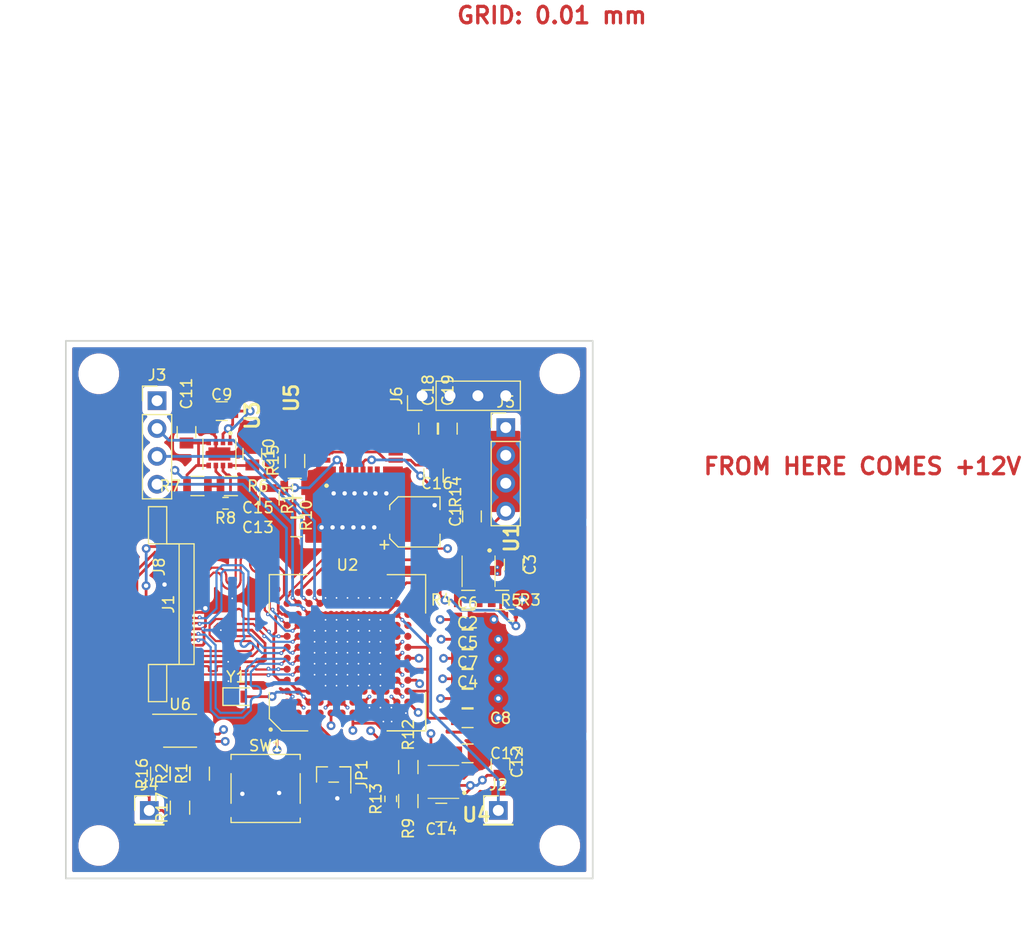
<source format=kicad_pcb>
(kicad_pcb (version 20171130) (host pcbnew "(5.1.2)-2")
  (layers (0 F.Cu mixed) (1 In1.Cu mixed hide) (2 In2.Cu mixed hide) (31 B.Cu mixed hide) (35 F.Paste user) (37 F.SilkS user) (39 F.Mask user) (44 Edge.Cuts user))
  (net 0 "")
  (net 1 "Net-(MK1-Pad1)")
  (net 2 "Net-(MK2-Pad1)")
  (net 3 "Net-(MK3-Pad1)")
  (net 4 "Net-(MK4-Pad1)")
  (net 5 +12V)
  (net 6 GNDA)
  (net 7 "Net-(C2-Pad1)")
  (net 8 "Net-(C3-Pad1)")
  (net 9 "Net-(C4-Pad1)")
  (net 10 "Net-(C5-Pad1)")
  (net 11 "Net-(C6-Pad1)")
  (net 12 "Net-(C7-Pad1)")
  (net 13 VDDA)
  (net 14 GNDD)
  (net 15 "Net-(C10-Pad1)")
  (net 16 VDD)
  (net 17 "Net-(C14-Pad1)")
  (net 18 +1V8)
  (net 19 "Net-(J2-Pad1)")
  (net 20 "Net-(R3-Pad2)")
  (net 21 /PGOOD_VDD)
  (net 22 "Net-(R6-Pad2)")
  (net 23 "Net-(R12-Pad1)")
  (net 24 "Net-(R10-Pad1)")
  (net 25 "Net-(R14-Pad1)")
  (net 26 "Net-(R14-Pad2)")
  (net 27 "Net-(R15-Pad2)")
  (net 28 "Net-(U2-PadL12)")
  (net 29 "Net-(U2-PadK12)")
  (net 30 "Net-(U2-PadJ12)")
  (net 31 "Net-(U2-PadH12)")
  (net 32 "Net-(U2-PadJ11)")
  (net 33 "Net-(U2-PadH11)")
  (net 34 +1V2)
  (net 35 "Net-(U2-PadB7)")
  (net 36 "Net-(U2-PadA6)")
  (net 37 "Net-(U2-PadM4)")
  (net 38 "Net-(U2-PadB4)")
  (net 39 "Net-(JP1-Pad2)")
  (net 40 "Net-(U2-PadM3)")
  (net 41 "Net-(U2-PadB3)")
  (net 42 "Net-(U2-PadA1)")
  (net 43 "Net-(U5-Pad4)")
  (net 44 "Net-(U5-Pad6)")
  (net 45 "Net-(U5-Pad7)")
  (net 46 "Net-(U5-Pad16)")
  (net 47 "Net-(U5-Pad17)")
  (net 48 /D4+)
  (net 49 /D4-)
  (net 50 /D3+)
  (net 51 /D3-)
  (net 52 /D2+)
  (net 53 /D2-)
  (net 54 /D1+)
  (net 55 /D1-)
  (net 56 /CLK+)
  (net 57 /CLK-)
  (net 58 /SCL_Pi)
  (net 59 /SDA_Pi)
  (net 60 /3V3_Pi)
  (net 61 "Net-(R16-Pad2)")
  (net 62 "Net-(J1-Pad6)")
  (net 63 "Net-(J1-Pad5)")
  (net 64 "Net-(J1-Pad4)")
  (net 65 /PGOOD_VDDA)
  (net 66 /PGOOD_1.8V)
  (net 67 "Net-(J3-Pad1)")
  (net 68 "Net-(J3-Pad2)")
  (net 69 "Net-(J3-Pad3)")
  (net 70 "Net-(J3-Pad4)")
  (net 71 "Net-(J4-Pad1)")
  (net 72 "Net-(R1-Pad2)")
  (net 73 "Net-(R2-Pad2)")
  (module Capacitors_SMD:C_0805 (layer F.Cu) (at 105.2 87.4 180)
    (fp_text reference C9 (at 0 1.5) (layer F.SilkS))
    (fp_text value 10u)
    (pad 1 smd rect (at -1 0 180) (size 1 1.25) (layers F.Cu F.Paste F.Mask) (net 5 +12V))
    (pad 2 smd rect (at 1 0 180) (size 1 1.25) (layers F.Cu F.Paste F.Mask) (net 14 GNDD))
  )
  (module myFootprints:TPSM84624 (layer F.Cu) (at 117.75 89.8 90)
    (fp_text reference U5 (at 3.6 -6.2 90) (layer F.SilkS) (effects (font (size 1.27 1.27) (thickness 0.254))))
    (fp_text value TPSM84624 hide)
    (pad 1 smd rect (at -3.3 -3.05 90) (size 1.3 1.8) (layers F.Cu F.Paste F.Mask) (net 34 +1V2))
    (pad 2 smd rect (at -3.3 -1.625 180) (size 0.45 1.3) (layers F.Cu F.Paste F.Mask) (net 24 "Net-(R10-Pad1)"))
    (pad 3 smd rect (at -3.3 -0.975 180) (size 0.45 1.3) (layers F.Cu F.Paste F.Mask) (net 26 "Net-(R14-Pad2)"))
    (pad 4 smd rect (at -3.3 -0.325 180) (size 0.45 1.3) (layers F.Cu F.Paste F.Mask) (net 43 "Net-(U5-Pad4)"))
    (pad 5 smd rect (at -3.3 0.325 180) (size 0.45 1.3) (layers F.Cu F.Paste F.Mask) (net 25 "Net-(R14-Pad1)"))
    (pad 6 smd rect (at -3.3 0.975 180) (size 0.45 1.3) (layers F.Cu F.Paste F.Mask) (net 44 "Net-(U5-Pad6)"))
    (pad 7 smd rect (at -3.3 1.625 180) (size 0.45 1.3) (layers F.Cu F.Paste F.Mask) (net 45 "Net-(U5-Pad7)"))
    (pad 8 smd rect (at -3.3 3.05 90) (size 1.3 1.8) (layers F.Cu F.Paste F.Mask) (net 34 +1V2))
    (pad 9 smd rect (at -2.075 3.3 90) (size 0.45 1.3) (layers F.Cu F.Paste F.Mask) (net 26 "Net-(R14-Pad2)"))
    (pad 10 smd rect (at -1.425 3.3 90) (size 0.45 1.3) (layers F.Cu F.Paste F.Mask) (net 5 +12V))
    (pad 11 smd rect (at -0.15 2.15 90) (size 1.4 3.6) (layers F.Cu F.Paste F.Mask) (net 5 +12V))
    (pad 12 smd rect (at 1.6 2.15 90) (size 1.4 3.6) (layers F.Cu F.Paste F.Mask) (net 14 GNDD))
    (pad 13 smd rect (at 3.3 3.05 90) (size 1.3 1.8) (layers F.Cu F.Paste F.Mask) (net 14 GNDD))
    (pad 14 smd rect (at 3.3 1.625 180) (size 0.45 1.3) (layers F.Cu F.Paste F.Mask) (net 14 GNDD))
    (pad 15 smd rect (at 3.3 0.975 180) (size 0.45 1.3) (layers F.Cu F.Paste F.Mask) (net 14 GNDD))
    (pad 16 smd rect (at 3.3 0.325 180) (size 0.45 1.3) (layers F.Cu F.Paste F.Mask) (net 46 "Net-(U5-Pad16)"))
    (pad 17 smd rect (at 3.3 -0.325 180) (size 0.45 1.3) (layers F.Cu F.Paste F.Mask) (net 47 "Net-(U5-Pad17)"))
    (pad 18 smd rect (at 3.3 -0.975 180) (size 0.45 1.3) (layers F.Cu F.Paste F.Mask) (net 14 GNDD))
    (pad 19 smd rect (at 3.3 -1.625 180) (size 0.45 1.3) (layers F.Cu F.Paste F.Mask) (net 14 GNDD))
    (pad 20 smd rect (at 3.3 -3.05 90) (size 1.3 1.8) (layers F.Cu F.Paste F.Mask) (net 14 GNDD))
    (pad 21 smd rect (at 1.6 -2.15 90) (size 1.4 3.6) (layers F.Cu F.Paste F.Mask) (net 14 GNDD))
    (pad 22 smd rect (at -0.15 -2.15 90) (size 1.4 3.6) (layers F.Cu F.Paste F.Mask) (net 5 +12V))
    (pad 23 smd rect (at -1.425 -3.3 90) (size 0.45 1.3) (layers F.Cu F.Paste F.Mask) (net 26 "Net-(R14-Pad2)"))
    (pad 24 smd rect (at -2.075 -3.3 90) (size 0.45 1.3) (layers F.Cu F.Paste F.Mask) (net 27 "Net-(R15-Pad2)"))
  )
  (module Capacitors_SMD:C_0805 (layer F.Cu) (at 130.6 119.6 90)
    (fp_text reference C12 (at 0.18 1.5 90) (layer F.SilkS))
    (fp_text value 10u)
    (pad 1 smd rect (at -1 0 90) (size 1 1.25) (layers F.Cu F.Paste F.Mask) (net 5 +12V))
    (pad 2 smd rect (at 1 0 90) (size 1 1.25) (layers F.Cu F.Paste F.Mask) (net 14 GNDD))
  )
  (module Pin_Headers:Pin_Header_Straight_1x04_Pitch2.54mm (layer F.Cu) (at 123.46 86 90)
    (fp_text reference J6 (at 0 -2.33 90) (layer F.SilkS))
    (fp_text value Conn_01x04)
    (pad 1 thru_hole rect (at 0 0 90) (size 1.7 1.7) (drill 1) (layers *.Cu *.Mask) (net 14 GNDD))
    (pad 2 thru_hole oval (at 0 2.54 90) (size 1.7 1.7) (drill 1) (layers *.Cu *.Mask) (net 14 GNDD))
    (pad 3 thru_hole oval (at 0 5.08 90) (size 1.7 1.7) (drill 1) (layers *.Cu *.Mask) (net 14 GNDD))
    (pad 4 thru_hole oval (at 0 7.62 90) (size 1.7 1.7) (drill 1) (layers *.Cu *.Mask) (net 14 GNDD))
  )
  (module Pin_Headers:Pin_Header_Straight_1x04_Pitch2.54mm (layer F.Cu) (at 131.08 88.9)
    (fp_text reference J5 (at 0 -2.33) (layer F.SilkS))
    (fp_text value Conn_01x04)
    (pad 1 thru_hole rect (at 0 0) (size 1.7 1.7) (drill 1) (layers *.Cu *.Mask) (net 5 +12V))
    (pad 2 thru_hole oval (at 0 2.54) (size 1.7 1.7) (drill 1) (layers *.Cu *.Mask) (net 5 +12V))
    (pad 3 thru_hole oval (at 0 5.08) (size 1.7 1.7) (drill 1) (layers *.Cu *.Mask) (net 5 +12V))
    (pad 4 thru_hole oval (at 0 7.62) (size 1.7 1.7) (drill 1) (layers *.Cu *.Mask) (net 5 +12V))
  )
  (module Resistors_SMD:R_0805 (layer F.Cu) (at 101.4 123.55 90)
    (fp_text reference R17 (at 0 -1.65 90) (layer F.SilkS))
    (fp_text value R)
    (pad 1 smd rect (at -0.95 0 90) (size 0.7 1.3) (layers F.Cu F.Paste F.Mask) (net 71 "Net-(J4-Pad1)"))
    (pad 2 smd rect (at 0.95 0 90) (size 0.7 1.3) (layers F.Cu F.Paste F.Mask) (net 18 +1V8))
  )
  (module Pin_Headers:Pin_Header_Straight_1x01_Pitch2.54mm (layer F.Cu) (at 98.6 123.8)
    (fp_text reference J4 (at 0 -2.33) (layer F.SilkS))
    (fp_text value Conn_01x01)
    (pad 1 thru_hole rect (at 0 0) (size 1.7 1.7) (drill 1) (layers *.Cu *.Mask) (net 71 "Net-(J4-Pad1)"))
  )
  (module Pin_Headers:Pin_Header_Straight_1x04_Pitch2.54mm (layer F.Cu) (at 99.31 86.45)
    (fp_text reference J3 (at 0 -2.33) (layer F.SilkS))
    (fp_text value Conn_01x04)
    (pad 1 thru_hole rect (at 0 0) (size 1.7 1.7) (drill 1) (layers *.Cu *.Mask) (net 67 "Net-(J3-Pad1)"))
    (pad 2 thru_hole oval (at 0 2.54) (size 1.7 1.7) (drill 1) (layers *.Cu *.Mask) (net 68 "Net-(J3-Pad2)"))
    (pad 3 thru_hole oval (at 0 5.08) (size 1.7 1.7) (drill 1) (layers *.Cu *.Mask) (net 69 "Net-(J3-Pad3)"))
    (pad 4 thru_hole oval (at 0 7.62) (size 1.7 1.7) (drill 1) (layers *.Cu *.Mask) (net 70 "Net-(J3-Pad4)"))
  )
  (module Pin_Headers:Pin_Header_Straight_1x01_Pitch2.54mm (layer F.Cu) (at 130.4 123.8)
    (fp_text reference J2 (at 0 -2.33) (layer F.SilkS))
    (fp_text value Conn_01x01)
    (pad 1 thru_hole rect (at 0 0) (size 1.7 1.7) (drill 1) (layers *.Cu *.Mask) (net 19 "Net-(J2-Pad1)"))
  )
  (module Resistors_SMD:R_0201_NoSilk (layer F.Cu) (at 100.6 101.6 90)
    (fp_text reference J8 (at 0 -1.1 270) (layer F.SilkS))
    (fp_text value Conn_01x02)
    (pad 1 smd rect (at -0.26 0 90) (size 0.28 0.43) (layers F.Cu F.Paste F.Mask) (net 62 "Net-(J1-Pad6)"))
    (pad 2 smd rect (at 0.26 0 90) (size 0.28 0.43) (layers F.Cu F.Paste F.Mask) (net 63 "Net-(J1-Pad5)"))
  )
  (module myFootprints:FPC_22 (layer F.Cu) (at 102 105 270)
    (fp_text reference J1 (at 0 1.65 90) (layer F.SilkS))
    (fp_text value Conn_01x22)
    (pad 0 smd rect (at 7.7 2.7 270) (size 1.65 1.3) (layers F.Cu F.Paste F.Mask))
    (pad 0 smd rect (at -7.7 2.7 270) (size 1.65 1.3) (layers F.Cu F.Paste F.Mask))
    (pad 22 smd rect (at 5.25 0 270) (size 0.3 1) (layers F.Cu F.Paste F.Mask) (net 14 GNDD))
    (pad 21 smd rect (at 4.75 0 270) (size 0.3 1) (layers F.Cu F.Paste F.Mask) (net 55 /D1-))
    (pad 20 smd rect (at 4.25 0 270) (size 0.3 1) (layers F.Cu F.Paste F.Mask) (net 54 /D1+))
    (pad 19 smd rect (at 3.75 0 270) (size 0.3 1) (layers F.Cu F.Paste F.Mask) (net 14 GNDD))
    (pad 18 smd rect (at 3.25 0 270) (size 0.3 1) (layers F.Cu F.Paste F.Mask) (net 53 /D2-))
    (pad 17 smd rect (at 2.75 0 270) (size 0.3 1) (layers F.Cu F.Paste F.Mask) (net 52 /D2+))
    (pad 16 smd rect (at 2.25 0 270) (size 0.3 1) (layers F.Cu F.Paste F.Mask) (net 14 GNDD))
    (pad 15 smd rect (at 1.75 0 270) (size 0.3 1) (layers F.Cu F.Paste F.Mask) (net 57 /CLK-))
    (pad 14 smd rect (at 1.25 0 270) (size 0.3 1) (layers F.Cu F.Paste F.Mask) (net 56 /CLK+))
    (pad 13 smd rect (at 0.75 0 270) (size 0.3 1) (layers F.Cu F.Paste F.Mask) (net 14 GNDD))
    (pad 12 smd rect (at 0.25 0 270) (size 0.3 1) (layers F.Cu F.Paste F.Mask) (net 51 /D3-))
    (pad 11 smd rect (at -0.25 0 270) (size 0.3 1) (layers F.Cu F.Paste F.Mask) (net 50 /D3+))
    (pad 10 smd rect (at -0.75 0 270) (size 0.3 1) (layers F.Cu F.Paste F.Mask) (net 14 GNDD))
    (pad 9 smd rect (at -1.25 0 270) (size 0.3 1) (layers F.Cu F.Paste F.Mask) (net 49 /D4-))
    (pad 8 smd rect (at -1.75 0 270) (size 0.3 1) (layers F.Cu F.Paste F.Mask) (net 48 /D4+))
    (pad 7 smd rect (at -2.25 0 270) (size 0.3 1) (layers F.Cu F.Paste F.Mask) (net 14 GNDD))
    (pad 6 smd rect (at -2.75 0 270) (size 0.3 1) (layers F.Cu F.Paste F.Mask) (net 62 "Net-(J1-Pad6)"))
    (pad 5 smd rect (at -3.25 0 270) (size 0.3 1) (layers F.Cu F.Paste F.Mask) (net 63 "Net-(J1-Pad5)"))
    (pad 4 smd rect (at -3.75 0 270) (size 0.3 1) (layers F.Cu F.Paste F.Mask) (net 64 "Net-(J1-Pad4)"))
    (pad 3 smd rect (at -4.25 0 270) (size 0.3 1) (layers F.Cu F.Paste F.Mask) (net 58 /SCL_Pi))
    (pad 2 smd rect (at -4.75 0 270) (size 0.3 1) (layers F.Cu F.Paste F.Mask) (net 59 /SDA_Pi))
    (pad 1 smd rect (at -5.25 0 270) (size 0.3 1) (layers F.Cu F.Paste F.Mask) (net 60 /3V3_Pi))
  )
  (module myFootprints:MLX75027 (layer F.Cu) (at 116.66 109.43)
    (fp_text reference U2 (at 0 -8) (layer F.SilkS))
    (fp_text value MLX75027)
    (pad L12 smd circle (at 5.5 -4.5 180) (size 0.65 0.65) (layers F.Cu F.Paste F.Mask) (net 28 "Net-(U2-PadL12)"))
    (pad K12 smd circle (at 5.5 -3.5 180) (size 0.65 0.65) (layers F.Cu F.Paste F.Mask) (net 29 "Net-(U2-PadK12)"))
    (pad J12 smd circle (at 5.5 -2.5 180) (size 0.65 0.65) (layers F.Cu F.Paste F.Mask) (net 30 "Net-(U2-PadJ12)"))
    (pad H12 smd circle (at 5.5 -1.5 180) (size 0.65 0.65) (layers F.Cu F.Paste F.Mask) (net 31 "Net-(U2-PadH12)"))
    (pad G12 smd circle (at 5.5 -0.5 180) (size 0.65 0.65) (layers F.Cu F.Paste F.Mask) (net 13 VDDA))
    (pad F12 smd circle (at 5.5 0.5 180) (size 0.65 0.65) (layers F.Cu F.Paste F.Mask) (net 10 "Net-(C5-Pad1)"))
    (pad E12 smd circle (at 5.5 1.5 180) (size 0.65 0.65) (layers F.Cu F.Paste F.Mask) (net 13 VDDA))
    (pad D12 smd circle (at 5.5 2.5 180) (size 0.65 0.65) (layers F.Cu F.Paste F.Mask) (net 6 GNDA))
    (pad C12 smd circle (at 5.5 3.5 180) (size 0.65 0.65) (layers F.Cu F.Paste F.Mask) (net 13 VDDA))
    (pad B12 smd circle (at 5.5 4.5 180) (size 0.65 0.65) (layers F.Cu F.Paste F.Mask) (net 18 +1V8))
    (pad M11 smd circle (at 4.5 -5.5 180) (size 0.65 0.65) (layers F.Cu F.Paste F.Mask) (net 13 VDDA))
    (pad L11 smd circle (at 4.5 -4.5 180) (size 0.65 0.65) (layers F.Cu F.Paste F.Mask) (net 14 GNDD))
    (pad K11 smd circle (at 4.5 -3.5 180) (size 0.65 0.65) (layers F.Cu F.Paste F.Mask) (net 19 "Net-(J2-Pad1)"))
    (pad J11 smd circle (at 4.5 -2.5 180) (size 0.65 0.65) (layers F.Cu F.Paste F.Mask) (net 32 "Net-(U2-PadJ11)"))
    (pad H11 smd circle (at 4.5 -1.5 180) (size 0.65 0.65) (layers F.Cu F.Paste F.Mask) (net 33 "Net-(U2-PadH11)"))
    (pad G11 smd circle (at 4.5 -0.5 180) (size 0.65 0.65) (layers F.Cu F.Paste F.Mask) (net 11 "Net-(C6-Pad1)"))
    (pad F11 smd circle (at 4.5 0.5 180) (size 0.65 0.65) (layers F.Cu F.Paste F.Mask) (net 7 "Net-(C2-Pad1)"))
    (pad E11 smd circle (at 4.5 1.5 180) (size 0.65 0.65) (layers F.Cu F.Paste F.Mask) (net 12 "Net-(C7-Pad1)"))
    (pad D11 smd circle (at 4.5 2.5 180) (size 0.65 0.65) (layers F.Cu F.Paste F.Mask) (net 6 GNDA))
    (pad C11 smd circle (at 4.5 3.5 180) (size 0.65 0.65) (layers F.Cu F.Paste F.Mask) (net 9 "Net-(C4-Pad1)"))
    (pad B11 smd circle (at 4.5 4.5 180) (size 0.65 0.65) (layers F.Cu F.Paste F.Mask) (net 6 GNDA))
    (pad A11 smd circle (at 4.5 5.5 180) (size 0.65 0.65) (layers F.Cu F.Paste F.Mask) (net 14 GNDD))
    (pad M10 smd circle (at 3.5 -5.5 180) (size 0.65 0.65) (layers F.Cu F.Paste F.Mask) (net 6 GNDA))
    (pad L10 smd circle (at 3.5 -4.5 180) (size 0.65 0.65) (layers F.Cu F.Paste F.Mask) (net 34 +1V2))
    (pad K10 smd circle (at 3.5 -3.5 180) (size 0.65 0.65) (layers F.Cu F.Paste F.Mask) (net 14 GNDD))
    (pad J10 smd circle (at 3.5 -2.5 180) (size 0.65 0.65) (layers F.Cu F.Paste F.Mask) (net 14 GNDD))
    (pad H10 smd circle (at 3.5 -1.5 180) (size 0.65 0.65) (layers F.Cu F.Paste F.Mask) (net 14 GNDD))
    (pad G10 smd circle (at 3.5 -0.5 180) (size 0.65 0.65) (layers F.Cu F.Paste F.Mask) (net 14 GNDD))
    (pad F10 smd circle (at 3.5 0.5 180) (size 0.65 0.65) (layers F.Cu F.Paste F.Mask) (net 14 GNDD))
    (pad E10 smd circle (at 3.5 1.5 180) (size 0.65 0.65) (layers F.Cu F.Paste F.Mask) (net 14 GNDD))
    (pad D10 smd circle (at 3.5 2.5 180) (size 0.65 0.65) (layers F.Cu F.Paste F.Mask) (net 14 GNDD))
    (pad C10 smd circle (at 3.5 3.5 180) (size 0.65 0.65) (layers F.Cu F.Paste F.Mask) (net 14 GNDD))
    (pad B10 smd circle (at 3.5 4.5 180) (size 0.65 0.65) (layers F.Cu F.Paste F.Mask) (net 14 GNDD))
    (pad A10 smd circle (at 3.5 5.5 180) (size 0.65 0.65) (layers F.Cu F.Paste F.Mask) (net 14 GNDD))
    (pad M9 smd circle (at 2.5 -5.5 180) (size 0.65 0.65) (layers F.Cu F.Paste F.Mask) (net 6 GNDA))
    (pad L9 smd circle (at 2.5 -4.5 180) (size 0.65 0.65) (layers F.Cu F.Paste F.Mask) (net 34 +1V2))
    (pad K9 smd circle (at 2.5 -3.5 180) (size 0.65 0.65) (layers F.Cu F.Paste F.Mask) (net 14 GNDD))
    (pad J9 smd circle (at 2.5 -2.5 180) (size 0.65 0.65) (layers F.Cu F.Paste F.Mask) (net 14 GNDD))
    (pad H9 smd circle (at 2.5 -1.5 180) (size 0.65 0.65) (layers F.Cu F.Paste F.Mask) (net 14 GNDD))
    (pad G9 smd circle (at 2.5 -0.5 180) (size 0.65 0.65) (layers F.Cu F.Paste F.Mask) (net 14 GNDD))
    (pad F9 smd circle (at 2.5 0.5 180) (size 0.65 0.65) (layers F.Cu F.Paste F.Mask) (net 14 GNDD))
    (pad E9 smd circle (at 2.5 1.5 180) (size 0.65 0.65) (layers F.Cu F.Paste F.Mask) (net 14 GNDD))
    (pad D9 smd circle (at 2.5 2.5 180) (size 0.65 0.65) (layers F.Cu F.Paste F.Mask) (net 14 GNDD))
    (pad C9 smd circle (at 2.5 3.5 180) (size 0.65 0.65) (layers F.Cu F.Paste F.Mask) (net 14 GNDD))
    (pad B9 smd circle (at 2.5 4.5 180) (size 0.65 0.65) (layers F.Cu F.Paste F.Mask) (net 14 GNDD))
    (pad A9 smd circle (at 2.5 5.5 180) (size 0.65 0.65) (layers F.Cu F.Paste F.Mask) (net 14 GNDD))
    (pad M8 smd circle (at 1.5 -5.5 180) (size 0.65 0.65) (layers F.Cu F.Paste F.Mask) (net 6 GNDA))
    (pad L8 smd circle (at 1.5 -4.5 180) (size 0.65 0.65) (layers F.Cu F.Paste F.Mask) (net 34 +1V2))
    (pad K8 smd circle (at 1.5 -3.5 180) (size 0.65 0.65) (layers F.Cu F.Paste F.Mask) (net 14 GNDD))
    (pad J8 smd circle (at 1.5 -2.5 180) (size 0.65 0.65) (layers F.Cu F.Paste F.Mask) (net 14 GNDD))
    (pad H8 smd circle (at 1.5 -1.5 180) (size 0.65 0.65) (layers F.Cu F.Paste F.Mask) (net 14 GNDD))
    (pad G8 smd circle (at 1.5 -0.5 180) (size 0.65 0.65) (layers F.Cu F.Paste F.Mask) (net 14 GNDD))
    (pad F8 smd circle (at 1.5 0.5 180) (size 0.65 0.65) (layers F.Cu F.Paste F.Mask) (net 14 GNDD))
    (pad E8 smd circle (at 1.5 1.5 180) (size 0.65 0.65) (layers F.Cu F.Paste F.Mask) (net 14 GNDD))
    (pad D8 smd circle (at 1.5 2.5 180) (size 0.65 0.65) (layers F.Cu F.Paste F.Mask) (net 14 GNDD))
    (pad C8 smd circle (at 1.5 3.5 180) (size 0.65 0.65) (layers F.Cu F.Paste F.Mask) (net 14 GNDD))
    (pad B8 smd circle (at 1.5 4.5 180) (size 0.65 0.65) (layers F.Cu F.Paste F.Mask) (net 6 GNDA))
    (pad A8 smd circle (at 1.5 5.5 180) (size 0.65 0.65) (layers F.Cu F.Paste F.Mask) (net 14 GNDD))
    (pad M7 smd circle (at 0.5 -5.5 180) (size 0.65 0.65) (layers F.Cu F.Paste F.Mask) (net 6 GNDA))
    (pad L7 smd circle (at 0.5 -4.5 180) (size 0.65 0.65) (layers F.Cu F.Paste F.Mask) (net 34 +1V2))
    (pad K7 smd circle (at 0.5 -3.5 180) (size 0.65 0.65) (layers F.Cu F.Paste F.Mask) (net 14 GNDD))
    (pad J7 smd circle (at 0.5 -2.5 180) (size 0.65 0.65) (layers F.Cu F.Paste F.Mask) (net 14 GNDD))
    (pad H7 smd circle (at 0.5 -1.5 180) (size 0.65 0.65) (layers F.Cu F.Paste F.Mask) (net 14 GNDD))
    (pad G7 smd circle (at 0.5 -0.5 180) (size 0.65 0.65) (layers F.Cu F.Paste F.Mask) (net 14 GNDD))
    (pad F7 smd circle (at 0.5 0.5 180) (size 0.65 0.65) (layers F.Cu F.Paste F.Mask) (net 14 GNDD))
    (pad E7 smd circle (at 0.5 1.5 180) (size 0.65 0.65) (layers F.Cu F.Paste F.Mask) (net 14 GNDD))
    (pad D7 smd circle (at 0.5 2.5 180) (size 0.65 0.65) (layers F.Cu F.Paste F.Mask) (net 14 GNDD))
    (pad C7 smd circle (at 0.5 3.5 180) (size 0.65 0.65) (layers F.Cu F.Paste F.Mask) (net 14 GNDD))
    (pad B7 smd circle (at 0.5 4.5 180) (size 0.65 0.65) (layers F.Cu F.Paste F.Mask) (net 35 "Net-(U2-PadB7)"))
    (pad A7 smd circle (at 0.5 5.5 180) (size 0.65 0.65) (layers F.Cu F.Paste F.Mask) (net 13 VDDA))
    (pad M6 smd circle (at -0.5 -5.5 180) (size 0.65 0.65) (layers F.Cu F.Paste F.Mask) (net 6 GNDA))
    (pad L6 smd circle (at -0.5 -4.5 180) (size 0.65 0.65) (layers F.Cu F.Paste F.Mask) (net 34 +1V2))
    (pad K6 smd circle (at -0.5 -3.5 180) (size 0.65 0.65) (layers F.Cu F.Paste F.Mask) (net 14 GNDD))
    (pad J6 smd circle (at -0.5 -2.5 180) (size 0.65 0.65) (layers F.Cu F.Paste F.Mask) (net 14 GNDD))
    (pad H6 smd circle (at -0.5 -1.5 180) (size 0.65 0.65) (layers F.Cu F.Paste F.Mask) (net 14 GNDD))
    (pad G6 smd circle (at -0.5 -0.5 180) (size 0.65 0.65) (layers F.Cu F.Paste F.Mask) (net 14 GNDD))
    (pad F6 smd circle (at -0.5 0.5 180) (size 0.65 0.65) (layers F.Cu F.Paste F.Mask) (net 14 GNDD))
    (pad E6 smd circle (at -0.5 1.5 180) (size 0.65 0.65) (layers F.Cu F.Paste F.Mask) (net 14 GNDD))
    (pad D6 smd circle (at -0.5 2.5 180) (size 0.65 0.65) (layers F.Cu F.Paste F.Mask) (net 14 GNDD))
    (pad C6 smd circle (at -0.5 3.5 180) (size 0.65 0.65) (layers F.Cu F.Paste F.Mask) (net 14 GNDD))
    (pad B6 smd circle (at -0.5 4.5 180) (size 0.65 0.65) (layers F.Cu F.Paste F.Mask) (net 18 +1V8))
    (pad A6 smd circle (at -0.5 5.5 180) (size 0.65 0.65) (layers F.Cu F.Paste F.Mask) (net 36 "Net-(U2-PadA6)"))
    (pad M5 smd circle (at -1.5 -5.5 180) (size 0.65 0.65) (layers F.Cu F.Paste F.Mask) (net 6 GNDA))
    (pad L5 smd circle (at -1.5 -4.5 180) (size 0.65 0.65) (layers F.Cu F.Paste F.Mask) (net 34 +1V2))
    (pad K5 smd circle (at -1.5 -3.5 180) (size 0.65 0.65) (layers F.Cu F.Paste F.Mask) (net 14 GNDD))
    (pad J5 smd circle (at -1.5 -2.5 180) (size 0.65 0.65) (layers F.Cu F.Paste F.Mask) (net 14 GNDD))
    (pad H5 smd circle (at -1.5 -1.5 180) (size 0.65 0.65) (layers F.Cu F.Paste F.Mask) (net 14 GNDD))
    (pad G5 smd circle (at -1.5 -0.5 180) (size 0.65 0.65) (layers F.Cu F.Paste F.Mask) (net 14 GNDD))
    (pad F5 smd circle (at -1.5 0.5 180) (size 0.65 0.65) (layers F.Cu F.Paste F.Mask) (net 14 GNDD))
    (pad E5 smd circle (at -1.5 1.5 180) (size 0.65 0.65) (layers F.Cu F.Paste F.Mask) (net 14 GNDD))
    (pad D5 smd circle (at -1.5 2.5 180) (size 0.65 0.65) (layers F.Cu F.Paste F.Mask) (net 14 GNDD))
    (pad C5 smd circle (at -1.5 3.5 180) (size 0.65 0.65) (layers F.Cu F.Paste F.Mask) (net 14 GNDD))
    (pad B5 smd circle (at -1.5 4.5 180) (size 0.65 0.65) (layers F.Cu F.Paste F.Mask) (net 73 "Net-(R2-Pad2)"))
    (pad A5 smd circle (at -1.5 5.5 180) (size 0.65 0.65) (layers F.Cu F.Paste F.Mask) (net 72 "Net-(R1-Pad2)"))
    (pad M4 smd circle (at -2.5 -5.5 180) (size 0.65 0.65) (layers F.Cu F.Paste F.Mask) (net 37 "Net-(U2-PadM4)"))
    (pad L4 smd circle (at -2.5 -4.5 180) (size 0.65 0.65) (layers F.Cu F.Paste F.Mask) (net 68 "Net-(J3-Pad2)"))
    (pad K4 smd circle (at -2.5 -3.5 180) (size 0.65 0.65) (layers F.Cu F.Paste F.Mask) (net 14 GNDD))
    (pad J4 smd circle (at -2.5 -2.5 180) (size 0.65 0.65) (layers F.Cu F.Paste F.Mask) (net 14 GNDD))
    (pad H4 smd circle (at -2.5 -1.5 180) (size 0.65 0.65) (layers F.Cu F.Paste F.Mask) (net 14 GNDD))
    (pad G4 smd circle (at -2.5 -0.5 180) (size 0.65 0.65) (layers F.Cu F.Paste F.Mask) (net 14 GNDD))
    (pad F4 smd circle (at -2.5 0.5 180) (size 0.65 0.65) (layers F.Cu F.Paste F.Mask) (net 14 GNDD))
    (pad E4 smd circle (at -2.5 1.5 180) (size 0.65 0.65) (layers F.Cu F.Paste F.Mask) (net 14 GNDD))
    (pad D4 smd circle (at -2.5 2.5 180) (size 0.65 0.65) (layers F.Cu F.Paste F.Mask) (net 14 GNDD))
    (pad C4 smd circle (at -2.5 3.5 180) (size 0.65 0.65) (layers F.Cu F.Paste F.Mask) (net 14 GNDD))
    (pad B4 smd circle (at -2.5 4.5 180) (size 0.65 0.65) (layers F.Cu F.Paste F.Mask) (net 38 "Net-(U2-PadB4)"))
    (pad A4 smd circle (at -2.5 5.5 180) (size 0.65 0.65) (layers F.Cu F.Paste F.Mask) (net 39 "Net-(JP1-Pad2)"))
    (pad M3 smd circle (at -3.5 -5.5 180) (size 0.65 0.65) (layers F.Cu F.Paste F.Mask) (net 40 "Net-(U2-PadM3)"))
    (pad L3 smd circle (at -3.5 -4.5 180) (size 0.65 0.65) (layers F.Cu F.Paste F.Mask) (net 69 "Net-(J3-Pad3)"))
    (pad K3 smd circle (at -3.5 -3.5 180) (size 0.65 0.65) (layers F.Cu F.Paste F.Mask) (net 70 "Net-(J3-Pad4)"))
    (pad J3 smd circle (at -3.5 -2.5 180) (size 0.65 0.65) (layers F.Cu F.Paste F.Mask) (net 14 GNDD))
    (pad H3 smd circle (at -3.5 -1.5 180) (size 0.65 0.65) (layers F.Cu F.Paste F.Mask) (net 14 GNDD))
    (pad G3 smd circle (at -3.5 -0.5 180) (size 0.65 0.65) (layers F.Cu F.Paste F.Mask) (net 14 GNDD))
    (pad F3 smd circle (at -3.5 0.5 180) (size 0.65 0.65) (layers F.Cu F.Paste F.Mask) (net 14 GNDD))
    (pad E3 smd circle (at -3.5 1.5 180) (size 0.65 0.65) (layers F.Cu F.Paste F.Mask) (net 14 GNDD))
    (pad D3 smd circle (at -3.5 2.5 180) (size 0.65 0.65) (layers F.Cu F.Paste F.Mask) (net 14 GNDD))
    (pad C3 smd circle (at -3.5 3.5 180) (size 0.65 0.65) (layers F.Cu F.Paste F.Mask) (net 16 VDD))
    (pad B3 smd circle (at -3.5 4.5 180) (size 0.65 0.65) (layers F.Cu F.Paste F.Mask) (net 41 "Net-(U2-PadB3)"))
    (pad A3 smd circle (at -3.5 5.5 180) (size 0.65 0.65) (layers F.Cu F.Paste F.Mask) (net 18 +1V8))
    (pad M2 smd circle (at -4.5 -5.5 180) (size 0.65 0.65) (layers F.Cu F.Paste F.Mask) (net 13 VDDA))
    (pad L2 smd circle (at -4.5 -4.5 180) (size 0.65 0.65) (layers F.Cu F.Paste F.Mask) (net 67 "Net-(J3-Pad1)"))
    (pad K2 smd circle (at -4.5 -3.5 180) (size 0.65 0.65) (layers F.Cu F.Paste F.Mask) (net 16 VDD))
    (pad J2 smd circle (at -4.5 -2.5 180) (size 0.65 0.65) (layers F.Cu F.Paste F.Mask) (net 51 /D3-))
    (pad H2 smd circle (at -4.5 -1.5 180) (size 0.65 0.65) (layers F.Cu F.Paste F.Mask) (net 55 /D1-))
    (pad G2 smd circle (at -4.5 -0.5 180) (size 0.65 0.65) (layers F.Cu F.Paste F.Mask) (net 56 /CLK+))
    (pad F2 smd circle (at -4.5 0.5 180) (size 0.65 0.65) (layers F.Cu F.Paste F.Mask) (net 52 /D2+))
    (pad E2 smd circle (at -4.5 1.5 180) (size 0.65 0.65) (layers F.Cu F.Paste F.Mask) (net 48 /D4+))
    (pad D2 smd circle (at -4.5 2.5 180) (size 0.65 0.65) (layers F.Cu F.Paste F.Mask) (net 14 GNDD))
    (pad C2 smd circle (at -4.5 3.5 180) (size 0.65 0.65) (layers F.Cu F.Paste F.Mask) (net 16 VDD))
    (pad B2 smd circle (at -4.5 4.5 180) (size 0.65 0.65) (layers F.Cu F.Paste F.Mask) (net 13 VDDA))
    (pad A2 smd circle (at -4.5 5.5 180) (size 0.65 0.65) (layers F.Cu F.Paste F.Mask) (net 71 "Net-(J4-Pad1)"))
    (pad L1 smd circle (at -5.5 -4.5 180) (size 0.65 0.65) (layers F.Cu F.Paste F.Mask) (net 18 +1V8))
    (pad K1 smd circle (at -5.5 -3.5 180) (size 0.65 0.65) (layers F.Cu F.Paste F.Mask) (net 16 VDD))
    (pad J1 smd circle (at -5.5 -2.5 180) (size 0.65 0.65) (layers F.Cu F.Paste F.Mask) (net 50 /D3+))
    (pad H1 smd circle (at -5.5 -1.5 180) (size 0.65 0.65) (layers F.Cu F.Paste F.Mask) (net 54 /D1+))
    (pad G1 smd circle (at -5.5 -0.5 180) (size 0.65 0.65) (layers F.Cu F.Paste F.Mask) (net 57 /CLK-))
    (pad F1 smd circle (at -5.5 0.5 180) (size 0.65 0.65) (layers F.Cu F.Paste F.Mask) (net 53 /D2-))
    (pad E1 smd circle (at -5.5 1.5 180) (size 0.65 0.65) (layers F.Cu F.Paste F.Mask) (net 49 /D4-))
    (pad D1 smd circle (at -5.5 2.5 180) (size 0.65 0.65) (layers F.Cu F.Paste F.Mask) (net 16 VDD))
    (pad C1 smd circle (at -5.5 3.5 180) (size 0.65 0.65) (layers F.Cu F.Paste F.Mask) (net 14 GNDD))
    (pad B1 smd circle (at -5.5 4.5 180) (size 0.65 0.65) (layers F.Cu F.Paste F.Mask) (net 6 GNDA))
    (pad A1 smd rect (at -5.5 5.5 180) (size 0.8 0.8) (layers F.Cu F.Paste F.Mask) (net 42 "Net-(U2-PadA1)"))
  )
  (module Resistors_SMD:R_0402 (layer F.Cu) (at 120.6 122.75 90)
    (fp_text reference R13 (at 0 -1.35 90) (layer F.SilkS))
    (fp_text value 100k)
    (pad 1 smd rect (at -0.45 0 90) (size 0.4 0.6) (layers F.Cu F.Paste F.Mask) (net 66 /PGOOD_1.8V))
    (pad 2 smd rect (at 0.45 0 90) (size 0.4 0.6) (layers F.Cu F.Paste F.Mask) (net 18 +1V8))
  )
  (module Resistors_SMD:R_0402 (layer F.Cu) (at 105.55 95.8 180)
    (fp_text reference R8 (at 0 -1.35) (layer F.SilkS))
    (fp_text value 100k)
    (pad 1 smd rect (at -0.45 0 180) (size 0.4 0.6) (layers F.Cu F.Paste F.Mask) (net 21 /PGOOD_VDD))
    (pad 2 smd rect (at 0.45 0 180) (size 0.4 0.6) (layers F.Cu F.Paste F.Mask) (net 16 VDD))
  )
  (module Resistors_SMD:R_0402 (layer F.Cu) (at 131.55 106)
    (fp_text reference R5 (at 0 -1.35) (layer F.SilkS))
    (fp_text value 100k)
    (pad 1 smd rect (at -0.45 0) (size 0.4 0.6) (layers F.Cu F.Paste F.Mask) (net 65 /PGOOD_VDDA))
    (pad 2 smd rect (at 0.45 0) (size 0.4 0.6) (layers F.Cu F.Paste F.Mask) (net 13 VDDA))
  )
  (module Housings_SSOP:SSOP-8_2.95x2.8mm_Pitch0.65mm (layer F.Cu) (at 101.41 116.535)
    (fp_text reference U6 (at 0 -2.4) (layer F.SilkS))
    (fp_text value PCA9306)
    (pad 1 smd rect (at -1.7 -0.975 270) (size 0.3 1.6) (layers F.Cu F.Paste F.Mask) (net 14 GNDD))
    (pad 2 smd rect (at -1.7 -0.325 270) (size 0.3 1.6) (layers F.Cu F.Paste F.Mask) (net 60 /3V3_Pi))
    (pad 3 smd rect (at -1.7 0.325 270) (size 0.3 1.6) (layers F.Cu F.Paste F.Mask) (net 58 /SCL_Pi))
    (pad 4 smd rect (at -1.7 0.975 270) (size 0.3 1.6) (layers F.Cu F.Paste F.Mask) (net 59 /SDA_Pi))
    (pad 5 smd rect (at 1.7 0.975 270) (size 0.3 1.6) (layers F.Cu F.Paste F.Mask) (net 72 "Net-(R1-Pad2)"))
    (pad 6 smd rect (at 1.7 0.325 270) (size 0.3 1.6) (layers F.Cu F.Paste F.Mask) (net 73 "Net-(R2-Pad2)"))
    (pad 7 smd rect (at 1.7 -0.325 270) (size 0.3 1.6) (layers F.Cu F.Paste F.Mask) (net 61 "Net-(R16-Pad2)"))
    (pad 8 smd rect (at 1.7 -0.975 270) (size 0.3 1.6) (layers F.Cu F.Paste F.Mask) (net 61 "Net-(R16-Pad2)"))
  )
  (module Resistors_SMD:R_0805 (layer F.Cu) (at 99.6 120.45 90)
    (fp_text reference R16 (at 0 -1.65 90) (layer F.SilkS))
    (fp_text value 200k)
    (pad 1 smd rect (at -0.95 0 90) (size 0.7 1.3) (layers F.Cu F.Paste F.Mask) (net 18 +1V8))
    (pad 2 smd rect (at 0.95 0 90) (size 0.7 1.3) (layers F.Cu F.Paste F.Mask) (net 61 "Net-(R16-Pad2)"))
  )
  (module Pin_Headers:Pin_Header_Straight_1x03_Pitch1.00mm_SMD_Pin1Right (layer F.Cu) (at 115.4 120.525 270)
    (fp_text reference JP1 (at 0 -2.56 90) (layer F.SilkS))
    (fp_text value SolderJumper_3_Open)
    (pad 2 smd rect (at -0.875 0 270) (size 1.75 0.6) (layers F.Cu F.Paste F.Mask) (net 39 "Net-(JP1-Pad2)"))
    (pad 1 smd rect (at 0.875 -1 270) (size 1.75 0.6) (layers F.Cu F.Paste F.Mask) (net 14 GNDD))
    (pad 3 smd rect (at 0.875 1 270) (size 1.75 0.6) (layers F.Cu F.Paste F.Mask) (net 18 +1V8))
  )
  (module Crystals:Crystal_SMD_2012-2pin_2.0x1.2mm (layer F.Cu) (at 106.51 113.43)
    (fp_text reference Y1 (at 0 -1.8) (layer F.SilkS))
    (fp_text value Crystal)
    (pad 1 smd rect (at -0.7 0) (size 0.6 1.1) (layers F.Cu F.Paste F.Mask) (net 14 GNDD))
    (pad 2 smd rect (at 0.7 0) (size 0.6 1.1) (layers F.Cu F.Paste F.Mask) (net 41 "Net-(U2-PadB3)"))
  )
  (module myFootprints:TPS82130 (layer F.Cu) (at 125.4 121.2 180)
    (fp_text reference U4 (at -3 -3) (layer F.SilkS) (effects (font (size 1.27 1.27) (thickness 0.254))))
    (fp_text value TPS82150 hide)
    (pad 9 smd rect (at 0 0 180) (size 1.2 2) (layers F.Cu F.Paste F.Mask) (net 14 GNDD))
    (pad 8 smd rect (at 1.05 -0.975 270) (size 0.41 0.51) (layers F.Cu F.Paste F.Mask) (net 17 "Net-(C14-Pad1)"))
    (pad 7 smd rect (at 1.05 -0.325 270) (size 0.41 0.51) (layers F.Cu F.Paste F.Mask) (net 66 /PGOOD_1.8V))
    (pad 6 smd rect (at 1.05 0.325 270) (size 0.41 0.51) (layers F.Cu F.Paste F.Mask) (net 23 "Net-(R12-Pad1)"))
    (pad 5 smd rect (at 1.05 0.975 270) (size 0.41 0.51) (layers F.Cu F.Paste F.Mask) (net 18 +1V8))
    (pad 4 smd rect (at -1.05 0.975 270) (size 0.41 0.51) (layers F.Cu F.Paste F.Mask) (net 18 +1V8))
    (pad 3 smd rect (at -1.05 0.325 270) (size 0.41 0.51) (layers F.Cu F.Paste F.Mask) (net 14 GNDD))
    (pad 2 smd rect (at -1.05 -0.325 270) (size 0.41 0.51) (layers F.Cu F.Paste F.Mask) (net 5 +12V))
    (pad 1 smd rect (at -1.05 -0.975 270) (size 0.41 0.51) (layers F.Cu F.Paste F.Mask) (net 5 +12V))
  )
  (module myFootprints:TPS82130 (layer F.Cu) (at 104.99 91.31 270)
    (fp_text reference U3 (at -3.5 -3 90) (layer F.SilkS) (effects (font (size 1.27 1.27) (thickness 0.254))))
    (fp_text value TPS82150 hide)
    (pad 1 smd rect (at -1.05 -0.975) (size 0.41 0.51) (layers F.Cu F.Paste F.Mask) (net 5 +12V))
    (pad 2 smd rect (at -1.05 -0.325) (size 0.41 0.51) (layers F.Cu F.Paste F.Mask) (net 5 +12V))
    (pad 3 smd rect (at -1.05 0.325) (size 0.41 0.51) (layers F.Cu F.Paste F.Mask) (net 14 GNDD))
    (pad 4 smd rect (at -1.05 0.975) (size 0.41 0.51) (layers F.Cu F.Paste F.Mask) (net 16 VDD))
    (pad 5 smd rect (at 1.05 0.975) (size 0.41 0.51) (layers F.Cu F.Paste F.Mask) (net 16 VDD))
    (pad 6 smd rect (at 1.05 0.325) (size 0.41 0.51) (layers F.Cu F.Paste F.Mask) (net 22 "Net-(R6-Pad2)"))
    (pad 7 smd rect (at 1.05 -0.325) (size 0.41 0.51) (layers F.Cu F.Paste F.Mask) (net 21 /PGOOD_VDD))
    (pad 8 smd rect (at 1.05 -0.975) (size 0.41 0.51) (layers F.Cu F.Paste F.Mask) (net 15 "Net-(C10-Pad1)"))
    (pad 9 smd rect (at 0 0 270) (size 1.2 2) (layers F.Cu F.Paste F.Mask) (net 14 GNDD))
  )
  (module myFootprints:TPS82130 (layer F.Cu) (at 128.6 102 270)
    (fp_text reference U1 (at -3 -3 90) (layer F.SilkS) (effects (font (size 1.27 1.27) (thickness 0.254))))
    (fp_text value TPS82150 hide)
    (pad 1 smd rect (at -1.05 -0.975) (size 0.41 0.51) (layers F.Cu F.Paste F.Mask) (net 5 +12V))
    (pad 2 smd rect (at -1.05 -0.325) (size 0.41 0.51) (layers F.Cu F.Paste F.Mask) (net 5 +12V))
    (pad 3 smd rect (at -1.05 0.325) (size 0.41 0.51) (layers F.Cu F.Paste F.Mask) (net 6 GNDA))
    (pad 4 smd rect (at -1.05 0.975) (size 0.41 0.51) (layers F.Cu F.Paste F.Mask) (net 13 VDDA))
    (pad 5 smd rect (at 1.05 0.975) (size 0.41 0.51) (layers F.Cu F.Paste F.Mask) (net 13 VDDA))
    (pad 6 smd rect (at 1.05 0.325) (size 0.41 0.51) (layers F.Cu F.Paste F.Mask) (net 20 "Net-(R3-Pad2)"))
    (pad 7 smd rect (at 1.05 -0.325) (size 0.41 0.51) (layers F.Cu F.Paste F.Mask) (net 65 /PGOOD_VDDA))
    (pad 8 smd rect (at 1.05 -0.975) (size 0.41 0.51) (layers F.Cu F.Paste F.Mask) (net 8 "Net-(C3-Pad1)"))
    (pad 9 smd rect (at 0 0 270) (size 1.2 2) (layers F.Cu F.Paste F.Mask) (net 6 GNDA))
  )
  (module Buttons_Switches_SMD:SW_SPST_EVPBF (layer F.Cu) (at 109.2 121.8)
    (fp_text reference SW1 (at 0 -3.9) (layer F.SilkS))
    (fp_text value SW_Push)
    (pad 1 smd rect (at 2.88 -2) (size 2.75 1) (layers F.Cu F.Paste F.Mask) (net 71 "Net-(J4-Pad1)"))
    (pad 1 smd rect (at -2.88 -2) (size 2.75 1) (layers F.Cu F.Paste F.Mask) (net 71 "Net-(J4-Pad1)"))
    (pad 2 smd rect (at -2.88 2) (size 2.75 1) (layers F.Cu F.Paste F.Mask) (net 14 GNDD))
    (pad 2 smd rect (at 2.88 2) (size 2.75 1) (layers F.Cu F.Paste F.Mask) (net 14 GNDD))
  )
  (module Resistors_SMD:R_0805 (layer F.Cu) (at 111.88 91.95 270)
    (fp_text reference R15 (at -0.05 2 90) (layer F.SilkS))
    (fp_text value 110k)
    (pad 1 smd rect (at -0.95 0 270) (size 0.7 1.3) (layers F.Cu F.Paste F.Mask) (net 26 "Net-(R14-Pad2)"))
    (pad 2 smd rect (at 0.95 0 270) (size 0.7 1.3) (layers F.Cu F.Paste F.Mask) (net 27 "Net-(R15-Pad2)"))
  )
  (module Resistors_SMD:R_0805 (layer F.Cu) (at 124.5 93.27 90)
    (fp_text reference R14 (at -1.5 2 90) (layer F.SilkS))
    (fp_text value 4.12k)
    (pad 1 smd rect (at -0.95 0 90) (size 0.7 1.3) (layers F.Cu F.Paste F.Mask) (net 25 "Net-(R14-Pad1)"))
    (pad 2 smd rect (at 0.95 0 90) (size 0.7 1.3) (layers F.Cu F.Paste F.Mask) (net 26 "Net-(R14-Pad2)"))
  )
  (module Resistors_SMD:R_0805 (layer F.Cu) (at 122.2 119.85 90)
    (fp_text reference R12 (at 2.95 0 90) (layer F.SilkS))
    (fp_text value 124k)
    (pad 2 smd rect (at 0.95 0 90) (size 0.7 1.3) (layers F.Cu F.Paste F.Mask) (net 18 +1V8))
    (pad 1 smd rect (at -0.95 0 90) (size 0.7 1.3) (layers F.Cu F.Paste F.Mask) (net 23 "Net-(R12-Pad1)"))
  )
  (module Resistors_SMD:R_0805 (layer F.Cu) (at 109.55 95.37 270)
    (fp_text reference R11 (at 0 -1.65 90) (layer F.SilkS))
    (fp_text value 10k)
    (pad 1 smd rect (at -0.95 0 270) (size 0.7 1.3) (layers F.Cu F.Paste F.Mask) (net 24 "Net-(R10-Pad1)"))
    (pad 2 smd rect (at 0.95 0 270) (size 0.7 1.3) (layers F.Cu F.Paste F.Mask) (net 14 GNDD))
  )
  (module Resistors_SMD:R_0805 (layer F.Cu) (at 111.85 94.4)
    (fp_text reference R10 (at 1.05 2.5 270) (layer F.SilkS))
    (fp_text value 10k)
    (pad 1 smd rect (at -0.95 0) (size 0.7 1.3) (layers F.Cu F.Paste F.Mask) (net 24 "Net-(R10-Pad1)"))
    (pad 2 smd rect (at 0.95 0) (size 0.7 1.3) (layers F.Cu F.Paste F.Mask) (net 34 +1V2))
  )
  (module Resistors_SMD:R_0805 (layer F.Cu) (at 122.2 122.95 90)
    (fp_text reference R9 (at -2.5 0 90) (layer F.SilkS))
    (fp_text value 100k)
    (pad 2 smd rect (at 0.95 0 90) (size 0.7 1.3) (layers F.Cu F.Paste F.Mask) (net 23 "Net-(R12-Pad1)"))
    (pad 1 smd rect (at -0.95 0 90) (size 0.7 1.3) (layers F.Cu F.Paste F.Mask) (net 14 GNDD))
  )
  (module Resistors_SMD:R_0805 (layer F.Cu) (at 102.99 94.23 180)
    (fp_text reference R7 (at 2.5 0) (layer F.SilkS))
    (fp_text value 124k)
    (pad 1 smd rect (at -0.95 0 180) (size 0.7 1.3) (layers F.Cu F.Paste F.Mask) (net 22 "Net-(R6-Pad2)"))
    (pad 2 smd rect (at 0.95 0 180) (size 0.7 1.3) (layers F.Cu F.Paste F.Mask) (net 16 VDD))
  )
  (module Resistors_SMD:R_0805 (layer F.Cu) (at 106.04 94.23 180)
    (fp_text reference R6 (at -2.45 0) (layer F.SilkS))
    (fp_text value 100k)
    (pad 1 smd rect (at -0.95 0 180) (size 0.7 1.3) (layers F.Cu F.Paste F.Mask) (net 14 GNDD))
    (pad 2 smd rect (at 0.95 0 180) (size 0.7 1.3) (layers F.Cu F.Paste F.Mask) (net 22 "Net-(R6-Pad2)"))
  )
  (module Resistors_SMD:R_0805 (layer F.Cu) (at 127.66 104.62 180)
    (fp_text reference R4 (at 2.45 0) (layer F.SilkS))
    (fp_text value 124k)
    (pad 1 smd rect (at -0.95 0 180) (size 0.7 1.3) (layers F.Cu F.Paste F.Mask) (net 20 "Net-(R3-Pad2)"))
    (pad 2 smd rect (at 0.95 0 180) (size 0.7 1.3) (layers F.Cu F.Paste F.Mask) (net 13 VDDA))
  )
  (module Resistors_SMD:R_0805 (layer F.Cu) (at 130.75 104.62 180)
    (fp_text reference R3 (at -2.55 0) (layer F.SilkS))
    (fp_text value 100k)
    (pad 1 smd rect (at -0.95 0 180) (size 0.7 1.3) (layers F.Cu F.Paste F.Mask) (net 6 GNDA))
    (pad 2 smd rect (at 0.95 0 180) (size 0.7 1.3) (layers F.Cu F.Paste F.Mask) (net 20 "Net-(R3-Pad2)"))
  )
  (module Resistors_SMD:R_0805 (layer F.Cu) (at 101.4 120.45 90)
    (fp_text reference R2 (at 0 -1.65 90) (layer F.SilkS))
    (fp_text value R)
    (pad 1 smd rect (at -0.95 0 90) (size 0.7 1.3) (layers F.Cu F.Paste F.Mask) (net 18 +1V8))
    (pad 2 smd rect (at 0.95 0 90) (size 0.7 1.3) (layers F.Cu F.Paste F.Mask) (net 73 "Net-(R2-Pad2)"))
  )
  (module Resistors_SMD:R_0805 (layer F.Cu) (at 103.2 120.45 90)
    (fp_text reference R1 (at 0 -1.65 90) (layer F.SilkS))
    (fp_text value R)
    (pad 1 smd rect (at -0.95 0 90) (size 0.7 1.3) (layers F.Cu F.Paste F.Mask) (net 18 +1V8))
    (pad 2 smd rect (at 0.95 0 90) (size 0.7 1.3) (layers F.Cu F.Paste F.Mask) (net 72 "Net-(R1-Pad2)"))
  )
  (module Capacitors_SMD:C_0805 (layer F.Cu) (at 125.8 89 90)
    (fp_text reference C19 (at 3.5 0 90) (layer F.SilkS))
    (fp_text value 10u)
    (pad 1 smd rect (at -1 0 90) (size 1 1.25) (layers F.Cu F.Paste F.Mask) (net 5 +12V))
    (pad 2 smd rect (at 1 0 90) (size 1 1.25) (layers F.Cu F.Paste F.Mask) (net 14 GNDD))
  )
  (module Capacitors_SMD:C_0805 (layer F.Cu) (at 124 89 90)
    (fp_text reference C18 (at 3.5 0 90) (layer F.SilkS))
    (fp_text value 10u)
    (pad 1 smd rect (at -1 0 90) (size 1 1.25) (layers F.Cu F.Paste F.Mask) (net 5 +12V))
    (pad 2 smd rect (at 1 0 90) (size 1 1.25) (layers F.Cu F.Paste F.Mask) (net 14 GNDD))
  )
  (module Capacitors_SMD:C_0805 (layer F.Cu) (at 127.6 118.6)
    (fp_text reference C17 (at 3.5 0) (layer F.SilkS))
    (fp_text value 22u)
    (pad 2 smd rect (at 1 0) (size 1 1.25) (layers F.Cu F.Paste F.Mask) (net 14 GNDD))
    (pad 1 smd rect (at -1 0) (size 1 1.25) (layers F.Cu F.Paste F.Mask) (net 18 +1V8))
  )
  (module Capacitors_SMD:CP_Elec_4x5.8 (layer F.Cu) (at 122.8 97.5)
    (fp_text reference C16 (at 2 -3.5) (layer F.SilkS))
    (fp_text value 220u)
    (fp_text user + (at -2.78 2.01) (layer F.SilkS))
    (pad 1 smd rect (at -1.8 0 180) (size 2.6 1.6) (layers F.Cu F.Paste F.Mask) (net 34 +1V2))
    (pad 2 smd rect (at 1.8 0 180) (size 2.6 1.6) (layers F.Cu F.Paste F.Mask) (net 14 GNDD))
  )
  (module Capacitors_SMD:C_0805 (layer F.Cu) (at 112 96.2 180)
    (fp_text reference C15 (at 3.5 0) (layer F.SilkS))
    (fp_text value 100u)
    (pad 1 smd rect (at -1 0 180) (size 1 1.25) (layers F.Cu F.Paste F.Mask) (net 34 +1V2))
    (pad 2 smd rect (at 1 0 180) (size 1 1.25) (layers F.Cu F.Paste F.Mask) (net 14 GNDD))
  )
  (module Capacitors_SMD:C_0805 (layer F.Cu) (at 125.2 124)
    (fp_text reference C14 (at 0 1.5) (layer F.SilkS))
    (fp_text value 3.3n)
    (pad 2 smd rect (at 1 0) (size 1 1.25) (layers F.Cu F.Paste F.Mask) (net 14 GNDD))
    (pad 1 smd rect (at -1 0) (size 1 1.25) (layers F.Cu F.Paste F.Mask) (net 17 "Net-(C14-Pad1)"))
  )
  (module Capacitors_SMD:C_0805 (layer F.Cu) (at 112 98 180)
    (fp_text reference C13 (at 3.5 0) (layer F.SilkS))
    (fp_text value 100u)
    (pad 1 smd rect (at -1 0 180) (size 1 1.25) (layers F.Cu F.Paste F.Mask) (net 34 +1V2))
    (pad 2 smd rect (at 1 0 180) (size 1 1.25) (layers F.Cu F.Paste F.Mask) (net 14 GNDD))
  )
  (module Capacitors_SMD:C_0805 (layer F.Cu) (at 101.99 89.31 90)
    (fp_text reference C11 (at 3.5 0 90) (layer F.SilkS))
    (fp_text value 22u)
    (pad 1 smd rect (at -1 0 90) (size 1 1.25) (layers F.Cu F.Paste F.Mask) (net 16 VDD))
    (pad 2 smd rect (at 1 0 90) (size 1 1.25) (layers F.Cu F.Paste F.Mask) (net 14 GNDD))
  )
  (module Capacitors_SMD:C_0805 (layer F.Cu) (at 107.99 91.31 90)
    (fp_text reference C10 (at 0 1.5 90) (layer F.SilkS))
    (fp_text value 3.3n)
    (pad 1 smd rect (at -1 0 90) (size 1 1.25) (layers F.Cu F.Paste F.Mask) (net 15 "Net-(C10-Pad1)"))
    (pad 2 smd rect (at 1 0 90) (size 1 1.25) (layers F.Cu F.Paste F.Mask) (net 14 GNDD))
  )
  (module Capacitors_SMD:C_0805 (layer F.Cu) (at 127.6 115.4)
    (fp_text reference C8 (at 3 0) (layer F.SilkS))
    (fp_text value 22u)
    (pad 1 smd rect (at -1 0) (size 1 1.25) (layers F.Cu F.Paste F.Mask) (net 13 VDDA))
    (pad 2 smd rect (at 1 0) (size 1 1.25) (layers F.Cu F.Paste F.Mask) (net 6 GNDA))
  )
  (module Capacitors_SMD:C_0805 (layer F.Cu) (at 127.6 111.8)
    (fp_text reference C7 (at 0 -1.5) (layer F.SilkS))
    (fp_text value 4.7u)
    (pad 1 smd rect (at -1 0) (size 1 1.25) (layers F.Cu F.Paste F.Mask) (net 12 "Net-(C7-Pad1)"))
    (pad 2 smd rect (at 1 0) (size 1 1.25) (layers F.Cu F.Paste F.Mask) (net 6 GNDA))
  )
  (module Capacitors_SMD:C_0805 (layer F.Cu) (at 127.6 106.4)
    (fp_text reference C6 (at 0 -1.5) (layer F.SilkS))
    (fp_text value 4.7u)
    (pad 1 smd rect (at -1 0) (size 1 1.25) (layers F.Cu F.Paste F.Mask) (net 11 "Net-(C6-Pad1)"))
    (pad 2 smd rect (at 1 0) (size 1 1.25) (layers F.Cu F.Paste F.Mask) (net 6 GNDA))
  )
  (module Capacitors_SMD:C_0805 (layer F.Cu) (at 127.6 110)
    (fp_text reference C5 (at 0 -1.5) (layer F.SilkS))
    (fp_text value 1u)
    (pad 1 smd rect (at -1 0) (size 1 1.25) (layers F.Cu F.Paste F.Mask) (net 10 "Net-(C5-Pad1)"))
    (pad 2 smd rect (at 1 0) (size 1 1.25) (layers F.Cu F.Paste F.Mask) (net 6 GNDA))
  )
  (module Capacitors_SMD:C_0805 (layer F.Cu) (at 127.6 113.6)
    (fp_text reference C4 (at 0 -1.5) (layer F.SilkS))
    (fp_text value 4.7u)
    (pad 1 smd rect (at -1 0) (size 1 1.25) (layers F.Cu F.Paste F.Mask) (net 9 "Net-(C4-Pad1)"))
    (pad 2 smd rect (at 1 0) (size 1 1.25) (layers F.Cu F.Paste F.Mask) (net 6 GNDA))
  )
  (module Capacitors_SMD:C_0805 (layer F.Cu) (at 131.8 101.4 90)
    (fp_text reference C3 (at 0 1.5 90) (layer F.SilkS))
    (fp_text value 3.3n)
    (pad 1 smd rect (at -1 0 90) (size 1 1.25) (layers F.Cu F.Paste F.Mask) (net 8 "Net-(C3-Pad1)"))
    (pad 2 smd rect (at 1 0 90) (size 1 1.25) (layers F.Cu F.Paste F.Mask) (net 6 GNDA))
  )
  (module Capacitors_SMD:C_0805 (layer F.Cu) (at 127.6 108.2)
    (fp_text reference C2 (at 0 -1.5) (layer F.SilkS))
    (fp_text value 4.7u)
    (pad 1 smd rect (at -1 0) (size 1 1.25) (layers F.Cu F.Paste F.Mask) (net 7 "Net-(C2-Pad1)"))
    (pad 2 smd rect (at 1 0) (size 1 1.25) (layers F.Cu F.Paste F.Mask) (net 6 GNDA))
  )
  (module Capacitors_SMD:C_0805 (layer F.Cu) (at 128 97 270)
    (fp_text reference C1 (at 0 1.5 90) (layer F.SilkS))
    (fp_text value 10u)
    (pad 2 smd rect (at 1 0 270) (size 1 1.25) (layers F.Cu F.Paste F.Mask) (net 6 GNDA))
    (pad 1 smd rect (at -1 0 270) (size 1 1.25) (layers F.Cu F.Paste F.Mask) (net 5 +12V))
  )
  (module Mounting_Holes:MountingHole_2.7mm (layer F.Cu) (at 94 127)
    (fp_text reference MK3 hide)
    (fp_text value Mounting_Hole_PAD hide)
    (pad 1 np_thru_hole circle (at 0 0) (size 2.7 2.7) (drill 2.7) (layers *.Cu *.Mask) (net 3 "Net-(MK3-Pad1)"))
  )
  (module Mounting_Holes:MountingHole_2.7mm (layer F.Cu) (at 94 84)
    (fp_text reference MK1 hide)
    (fp_text value Mounting_Hole_PAD hide)
    (pad 1 np_thru_hole circle (at 0 0) (size 2.7 2.7) (drill 2.7) (layers *.Cu *.Mask) (net 1 "Net-(MK1-Pad1)"))
  )
  (module Mounting_Holes:MountingHole_2.7mm (layer F.Cu) (at 136 127)
    (fp_text reference MK4 hide)
    (fp_text value Mounting_Hole_PAD hide)
    (pad 1 np_thru_hole circle (at 0 0) (size 2.7 2.7) (drill 2.7) (layers *.Cu *.Mask) (net 4 "Net-(MK4-Pad1)"))
  )
  (module Mounting_Holes:MountingHole_2.7mm (layer F.Cu) (at 136 84)
    (fp_text reference MK2 hide)
    (fp_text value Mounting_Hole_PAD hide)
    (pad 1 np_thru_hole circle (at 0 0) (size 2.7 2.7) (drill 2.7) (layers *.Cu *.Mask) (net 2 "Net-(MK2-Pad1)"))
  )
  (gr_line (start 139 130) (end 91 130) (angle 90) (layer Edge.Cuts) (width 0.15))
  (gr_line (start 139 81) (end 91 81) (angle 90) (layer Edge.Cuts) (width 0.15))
  (gr_line (start 91 130) (end 91 81) (angle 90) (layer Edge.Cuts) (width 0.15))
  (gr_text "TOP and BOTTOM - CSI-2 Signals, inner layers - CSI-2 GND\n" (at 100.42 137.56) (layer B.Cu) (effects (font (size 1.5 1.5) (thickness 0.3))))
  (gr_text "FROM HERE COMES +12V\n" (at 163.58 92.43) (layer F.Cu) (effects (font (size 1.5 1.5) (thickness 0.3))))
  (gr_text "GRID: 0.01 mm" (at 135.28 51.33) (layer F.Cu) (effects (font (size 1.5 1.5) (thickness 0.3))))
  (gr_line (start 139 130) (end 139 81) (angle 90) (layer Edge.Cuts) (width 0.15))
  (segment (start 128.925 100.95) (end 128.925 99.845) (width 0.25) (layer F.Cu) (net 5))
  (segment (start 129.08 99.69) (end 129.575 99.69) (width 0.25) (layer F.Cu) (net 5))
  (segment (start 128.925 99.845) (end 129.08 99.69) (width 0.25) (layer F.Cu) (net 5))
  (segment (start 131.08 90.237919) (end 131.08 88.9) (width 0.25) (layer F.Cu) (net 5))
  (segment (start 131.08 91.44) (end 131.08 90.237919) (width 0.25) (layer F.Cu) (net 5))
  (segment (start 131.08 95.182081) (end 131.08 96.52) (width 0.25) (layer F.Cu) (net 5))
  (segment (start 131.08 93.98) (end 131.08 95.182081) (width 0.25) (layer F.Cu) (net 5))
  (segment (start 129.575 98.025) (end 131.08 96.52) (width 0.25) (layer F.Cu) (net 5))
  (segment (start 129.575 100.575) (end 129.575 98.025) (width 0.25) (layer F.Cu) (net 5))
  (segment (start 129.575 99.69) (end 129.575 100.575) (width 0.25) (layer F.Cu) (net 5))
  (segment (start 129.575 100.575) (end 129.575 100.95) (width 0.25) (layer F.Cu) (net 5))
  (via (at 107.8 87.4) (size 0.8) (drill 0.4) (layers F.Cu B.Cu) (net 5))
  (segment (start 106.2 87.4) (end 107.8 87.4) (width 0.25) (layer F.Cu) (net 5))
  (via (at 105.8 89) (size 0.8) (drill 0.4) (layers F.Cu B.Cu) (net 5))
  (segment (start 107.8 87.4) (end 106.2 89) (width 0.25) (layer B.Cu) (net 5))
  (segment (start 106.2 89) (end 105.8 89) (width 0.25) (layer B.Cu) (net 5))
  (segment (start 105.315 89.485) (end 105.315 90.26) (width 0.25) (layer F.Cu) (net 5))
  (segment (start 105.8 89) (end 105.315 89.485) (width 0.25) (layer F.Cu) (net 5))
  (segment (start 105.965 89.165) (end 105.8 89) (width 0.25) (layer F.Cu) (net 5))
  (segment (start 105.965 90.26) (end 105.965 89.165) (width 0.25) (layer F.Cu) (net 5))
  (segment (start 106.2 88.6) (end 105.8 89) (width 0.25) (layer F.Cu) (net 5))
  (segment (start 106.2 87.4) (end 106.2 88.6) (width 0.25) (layer F.Cu) (net 5))
  (segment (start 115.6 89.95) (end 119.9 89.95) (width 0.25) (layer F.Cu) (net 5))
  (segment (start 121.05 91.1) (end 119.9 89.95) (width 0.25) (layer F.Cu) (net 5))
  (segment (start 121.05 91.225) (end 121.05 91.1) (width 0.25) (layer F.Cu) (net 5))
  (via (at 127.85 121.52) (size 0.8) (drill 0.4) (layers F.Cu B.Cu) (net 5))
  (segment (start 126.45 121.525) (end 127.845 121.525) (width 0.25) (layer F.Cu) (net 5))
  (segment (start 127.845 121.525) (end 127.85 121.52) (width 0.25) (layer F.Cu) (net 5))
  (via (at 128.95 121.04) (size 0.8) (drill 0.4) (layers F.Cu B.Cu) (net 5))
  (segment (start 127.85 121.52) (end 128.47 121.52) (width 0.25) (layer B.Cu) (net 5))
  (segment (start 128.47 121.52) (end 128.95 121.04) (width 0.25) (layer B.Cu) (net 5))
  (segment (start 129.349999 120.640001) (end 128.95 121.04) (width 0.25) (layer F.Cu) (net 5))
  (segment (start 130.6 120.6) (end 129.39 120.6) (width 0.25) (layer F.Cu) (net 5))
  (segment (start 129.39 120.6) (end 129.349999 120.640001) (width 0.25) (layer F.Cu) (net 5))
  (segment (start 127.85 121.52) (end 127.85 121.82) (width 0.25) (layer F.Cu) (net 5))
  (segment (start 127.495 122.175) (end 126.45 122.175) (width 0.25) (layer F.Cu) (net 5))
  (segment (start 127.85 121.82) (end 127.495 122.175) (width 0.25) (layer F.Cu) (net 5))
  (segment (start 119.16 102.36) (end 118.8 102) (width 0.25) (layer F.Cu) (net 6))
  (segment (start 119.16 103.93) (end 119.16 102.36) (width 0.25) (layer F.Cu) (net 6))
  (segment (start 120.16 102.24) (end 120.4 102) (width 0.25) (layer F.Cu) (net 6))
  (segment (start 120.16 103.93) (end 120.16 102.24) (width 0.25) (layer F.Cu) (net 6))
  (segment (start 128.6 102) (end 120.4 102) (width 1) (layer F.Cu) (net 6))
  (segment (start 120.4 102) (end 118.8 102) (width 1) (layer F.Cu) (net 6))
  (segment (start 128.27 100.945) (end 128.275 100.95) (width 0.25) (layer F.Cu) (net 6))
  (segment (start 128.275 101.675) (end 128.6 102) (width 0.25) (layer F.Cu) (net 6))
  (segment (start 128.275 100.95) (end 128.275 101.675) (width 0.25) (layer F.Cu) (net 6))
  (via (at 130.4 115.4) (size 0.8) (drill 0.4) (layers F.Cu B.Cu) (net 6))
  (segment (start 128.6 115.4) (end 130.4 115.4) (width 0.25) (layer F.Cu) (net 6))
  (via (at 130.4 113.6) (size 0.8) (drill 0.4) (layers F.Cu B.Cu) (net 6))
  (segment (start 130.4 113.6) (end 128.6 113.6) (width 0.25) (layer F.Cu) (net 6))
  (via (at 130.4 111.8) (size 0.8) (drill 0.4) (layers F.Cu B.Cu) (net 6))
  (segment (start 128.6 111.8) (end 130.4 111.8) (width 0.25) (layer F.Cu) (net 6))
  (via (at 130.4 110) (size 0.8) (drill 0.4) (layers F.Cu B.Cu) (net 6))
  (segment (start 130.4 110) (end 128.6 110) (width 0.25) (layer F.Cu) (net 6))
  (via (at 130.4 108.2) (size 0.8) (drill 0.4) (layers F.Cu B.Cu) (net 6))
  (segment (start 128.6 108.2) (end 130.4 108.2) (width 0.25) (layer F.Cu) (net 6))
  (via (at 130 106.4) (size 0.8) (drill 0.4) (layers F.Cu B.Cu) (net 6))
  (segment (start 128.6 106.4) (end 130 106.4) (width 0.25) (layer F.Cu) (net 6))
  (via (at 130.31 101.64) (size 0.35) (drill 0.15) (layers F.Cu B.Cu) (net 6))
  (segment (start 128.96 101.64) (end 128.6 102) (width 0.25) (layer F.Cu) (net 6))
  (segment (start 130.31 101.64) (end 128.96 101.64) (width 0.25) (layer F.Cu) (net 6))
  (via (at 130.31 102.22) (size 0.35) (drill 0.15) (layers F.Cu B.Cu) (net 6))
  (segment (start 128.82 102.22) (end 128.6 102) (width 0.25) (layer F.Cu) (net 6))
  (segment (start 130.31 102.22) (end 128.82 102.22) (width 0.25) (layer F.Cu) (net 6))
  (via (at 123.23 112.25) (size 0.8) (drill 0.4) (layers F.Cu B.Cu) (net 6))
  (segment (start 122.16 111.93) (end 122.91 111.93) (width 0.25) (layer F.Cu) (net 6))
  (segment (start 122.91 111.93) (end 123.23 112.25) (width 0.25) (layer F.Cu) (net 6))
  (via (at 132.6 104.6) (size 0.8) (drill 0.4) (layers F.Cu B.Cu) (net 6))
  (segment (start 131.7 104.62) (end 132.58 104.62) (width 0.25) (layer F.Cu) (net 6))
  (segment (start 132.58 104.62) (end 132.6 104.6) (width 0.25) (layer F.Cu) (net 6))
  (segment (start 130.925 100.4) (end 131.8 100.4) (width 0.25) (layer F.Cu) (net 6))
  (segment (start 130.31 101.015) (end 130.925 100.4) (width 0.25) (layer F.Cu) (net 6))
  (segment (start 130.31 101.64) (end 130.31 101.015) (width 0.25) (layer F.Cu) (net 6))
  (via (at 121.66 112.43) (size 0.35) (drill 0.15) (layers F.Cu B.Cu) (net 6))
  (segment (start 121.16 111.93) (end 121.66 112.43) (width 0.25) (layer F.Cu) (net 6))
  (via (at 120.66 113.43) (size 0.35) (drill 0.15) (layers F.Cu B.Cu) (net 6))
  (segment (start 121.16 113.93) (end 120.66 113.43) (width 0.25) (layer F.Cu) (net 6))
  (via (at 118.66 113.43) (size 0.35) (drill 0.15) (layers F.Cu B.Cu) (net 6))
  (segment (start 118.16 113.93) (end 118.66 113.43) (width 0.25) (layer F.Cu) (net 6))
  (via (at 110.24 118.28) (size 0.8) (drill 0.4) (layers F.Cu B.Cu) (net 6))
  (segment (start 110.24 114.390381) (end 110.24 118.28) (width 0.25) (layer F.Cu) (net 6))
  (segment (start 111.16 113.93) (end 110.700381 113.93) (width 0.25) (layer F.Cu) (net 6))
  (segment (start 110.700381 113.93) (end 110.24 114.390381) (width 0.25) (layer F.Cu) (net 6))
  (segment (start 128.275 100.275) (end 127.4 99.4) (width 0.25) (layer F.Cu) (net 6))
  (segment (start 128.275 100.95) (end 128.275 100.275) (width 0.25) (layer F.Cu) (net 6))
  (segment (start 116.2 102) (end 115.4 102) (width 1) (layer F.Cu) (net 6))
  (segment (start 115.16 102.24) (end 115.4 102) (width 0.25) (layer F.Cu) (net 6))
  (segment (start 116.16 102.04) (end 116.2 102) (width 0.25) (layer F.Cu) (net 6))
  (segment (start 116.16 103.93) (end 116.16 102.04) (width 0.25) (layer F.Cu) (net 6))
  (segment (start 115.16 102.24) (end 115.16 103.93) (width 0.25) (layer F.Cu) (net 6))
  (segment (start 117.16 102.24) (end 117.4 102) (width 0.25) (layer F.Cu) (net 6))
  (segment (start 118.16 102.24) (end 118.4 102) (width 0.25) (layer F.Cu) (net 6))
  (segment (start 118.16 103.93) (end 118.16 102.24) (width 0.25) (layer F.Cu) (net 6))
  (segment (start 117.16 103.93) (end 117.16 102.24) (width 0.25) (layer F.Cu) (net 6))
  (segment (start 118.4 102) (end 117.4 102) (width 1) (layer F.Cu) (net 6))
  (segment (start 117.4 102) (end 116.2 102) (width 1) (layer F.Cu) (net 6))
  (segment (start 118.8 102) (end 118.4 102) (width 1) (layer F.Cu) (net 6))
  (via (at 121.66 109.43) (size 0.35) (drill 0.15) (layers F.Cu B.Cu) (net 7))
  (segment (start 121.16 109.93) (end 121.66 109.43) (width 0.25) (layer F.Cu) (net 7))
  (via (at 125.19 108.2) (size 0.8) (drill 0.4) (layers F.Cu B.Cu) (net 7))
  (segment (start 125.19 108.2) (end 126.6 108.2) (width 0.25) (layer F.Cu) (net 7))
  (segment (start 131.15 103.05) (end 131.8 102.4) (width 0.25) (layer F.Cu) (net 8))
  (segment (start 129.575 103.05) (end 131.15 103.05) (width 0.25) (layer F.Cu) (net 8))
  (via (at 121.66 113.43) (size 0.35) (drill 0.15) (layers F.Cu B.Cu) (net 9))
  (segment (start 121.16 112.93) (end 121.66 113.43) (width 0.25) (layer F.Cu) (net 9))
  (via (at 125.14 113.6) (size 0.8) (drill 0.4) (layers F.Cu B.Cu) (net 9))
  (segment (start 125.14 113.6) (end 126.6 113.6) (width 0.25) (layer F.Cu) (net 9))
  (segment (start 126.53 109.93) (end 126.6 110) (width 0.25) (layer F.Cu) (net 10))
  (via (at 123.17 109.93) (size 0.8) (drill 0.4) (layers F.Cu B.Cu) (net 10))
  (segment (start 122.16 109.93) (end 123.17 109.93) (width 0.25) (layer F.Cu) (net 10))
  (via (at 125.41 109.94) (size 0.8) (drill 0.4) (layers F.Cu B.Cu) (net 10))
  (segment (start 126.54 109.94) (end 126.6 110) (width 0.25) (layer F.Cu) (net 10))
  (segment (start 125.41 109.94) (end 126.54 109.94) (width 0.25) (layer F.Cu) (net 10))
  (via (at 121.66 108.43) (size 0.35) (drill 0.15) (layers F.Cu B.Cu) (net 11))
  (segment (start 121.16 108.93) (end 121.66 108.43) (width 0.25) (layer F.Cu) (net 11))
  (via (at 125.1 106.4) (size 0.8) (drill 0.4) (layers F.Cu B.Cu) (net 11))
  (segment (start 125.1 106.4) (end 126.6 106.4) (width 0.25) (layer F.Cu) (net 11))
  (via (at 121.66 111.43) (size 0.35) (drill 0.15) (layers F.Cu B.Cu) (net 12))
  (segment (start 121.16 110.93) (end 121.66 111.43) (width 0.25) (layer F.Cu) (net 12))
  (via (at 125.33 111.8) (size 0.8) (drill 0.4) (layers F.Cu B.Cu) (net 12))
  (segment (start 125.33 111.8) (end 126.6 111.8) (width 0.25) (layer F.Cu) (net 12))
  (segment (start 122.04 103.05) (end 121.16 103.93) (width 0.25) (layer F.Cu) (net 13))
  (segment (start 127.625 104.305) (end 127.625 103.05) (width 0.25) (layer F.Cu) (net 13))
  (segment (start 126.71 104.62) (end 127.31 104.62) (width 0.25) (layer F.Cu) (net 13))
  (segment (start 127.31 104.62) (end 127.625 104.305) (width 0.25) (layer F.Cu) (net 13))
  (segment (start 123.94 110.93) (end 123.95 110.94) (width 0.25) (layer F.Cu) (net 13))
  (segment (start 122.16 110.93) (end 123.94 110.93) (width 0.25) (layer F.Cu) (net 13))
  (segment (start 123.95 110.94) (end 123.95 112.98) (width 0.25) (layer F.Cu) (net 13))
  (segment (start 123.94 108.93) (end 123.95 108.92) (width 0.25) (layer F.Cu) (net 13))
  (segment (start 122.16 108.93) (end 123.94 108.93) (width 0.25) (layer F.Cu) (net 13))
  (segment (start 123.95 103.05) (end 123.95 108.92) (width 0.25) (layer F.Cu) (net 13))
  (segment (start 123.95 108.92) (end 123.95 110.94) (width 0.25) (layer F.Cu) (net 13))
  (segment (start 123.9 112.93) (end 123.95 112.98) (width 0.25) (layer F.Cu) (net 13))
  (segment (start 122.16 112.93) (end 123.9 112.93) (width 0.25) (layer F.Cu) (net 13))
  (segment (start 117.16 115.389619) (end 117.16 114.93) (width 0.25) (layer F.Cu) (net 13))
  (segment (start 123.98 115.4) (end 123.95 115.37) (width 0.25) (layer F.Cu) (net 13))
  (segment (start 126.6 115.4) (end 123.98 115.4) (width 0.25) (layer F.Cu) (net 13))
  (segment (start 123.95 112.98) (end 123.95 115.37) (width 0.25) (layer F.Cu) (net 13))
  (via (at 112.66 114.43) (size 0.35) (drill 0.15) (layers F.Cu B.Cu) (net 13))
  (segment (start 112.16 113.93) (end 112.66 114.43) (width 0.25) (layer F.Cu) (net 13))
  (via (at 117.15 116.51) (size 0.8) (drill 0.4) (layers F.Cu B.Cu) (net 13))
  (segment (start 117.15 114.94) (end 117.16 114.93) (width 0.25) (layer F.Cu) (net 13))
  (segment (start 117.15 116.51) (end 117.15 115.85) (width 0.25) (layer F.Cu) (net 13))
  (segment (start 117.15 115.85) (end 117.15 114.94) (width 0.25) (layer F.Cu) (net 13))
  (segment (start 112.16 103.93) (end 115.134989 100.955011) (width 0.25) (layer F.Cu) (net 13))
  (via (at 125.54 104.63) (size 0.8) (drill 0.4) (layers F.Cu B.Cu) (net 13))
  (segment (start 125.1 104.19) (end 125.54 104.63) (width 0.25) (layer F.Cu) (net 13))
  (segment (start 125.1 103.05) (end 125.1 104.19) (width 0.25) (layer F.Cu) (net 13))
  (segment (start 127.625 103.05) (end 125.1 103.05) (width 0.25) (layer F.Cu) (net 13))
  (segment (start 125.1 103.05) (end 123.95 103.05) (width 0.25) (layer F.Cu) (net 13))
  (segment (start 126.105685 104.63) (end 127.025685 105.55) (width 0.25) (layer B.Cu) (net 13))
  (segment (start 125.54 104.63) (end 126.105685 104.63) (width 0.25) (layer B.Cu) (net 13))
  (segment (start 127.025685 105.55) (end 130.38 105.55) (width 0.25) (layer B.Cu) (net 13))
  (via (at 132 106.98) (size 0.8) (drill 0.4) (layers F.Cu B.Cu) (net 13))
  (segment (start 131.81 106.98) (end 132 106.98) (width 0.25) (layer B.Cu) (net 13))
  (segment (start 130.38 105.55) (end 131.81 106.98) (width 0.25) (layer B.Cu) (net 13))
  (segment (start 132 106.98) (end 132 106) (width 0.25) (layer F.Cu) (net 13))
  (segment (start 127.000022 100.95) (end 126.995011 100.955011) (width 0.25) (layer F.Cu) (net 13))
  (segment (start 127.625 100.95) (end 127.000022 100.95) (width 0.25) (layer F.Cu) (net 13))
  (segment (start 115.134989 100.955011) (end 126.995011 100.955011) (width 0.25) (layer F.Cu) (net 13))
  (segment (start 127.625 103.05) (end 123.04 103.05) (width 0.25) (layer F.Cu) (net 13))
  (segment (start 123.95 103.05) (end 123.04 103.05) (width 0.25) (layer F.Cu) (net 13))
  (segment (start 123.04 103.05) (end 122.04 103.05) (width 0.25) (layer F.Cu) (net 13))
  (segment (start 119.25 115.85) (end 117.15 115.85) (width 0.25) (layer F.Cu) (net 13))
  (segment (start 119.69 116.29) (end 119.25 115.85) (width 0.25) (layer F.Cu) (net 13))
  (segment (start 123.15 116.29) (end 119.69 116.29) (width 0.25) (layer F.Cu) (net 13))
  (segment (start 123.95 115.49) (end 123.15 116.29) (width 0.25) (layer F.Cu) (net 13))
  (segment (start 123.95 115.37) (end 123.95 115.49) (width 0.25) (layer F.Cu) (net 13))
  (segment (start 102.7 104.25) (end 102.86 104.09) (width 0.2) (layer F.Cu) (net 14))
  (segment (start 102 104.25) (end 102.7 104.25) (width 0.2) (layer F.Cu) (net 14))
  (segment (start 102.7 102.75) (end 102 102.75) (width 0.2) (layer F.Cu) (net 14))
  (segment (start 102.86 102.91) (end 102.7 102.75) (width 0.2) (layer F.Cu) (net 14))
  (segment (start 102.86 104.09) (end 102.86 102.91) (width 0.2) (layer F.Cu) (net 14))
  (segment (start 128.6 118.6) (end 128.6 120) (width 0.25) (layer F.Cu) (net 14))
  (segment (start 126.45 120.875) (end 127.255 120.875) (width 0.25) (layer F.Cu) (net 14))
  (segment (start 127.255 120.87) (end 127.925 120.2) (width 0.25) (layer F.Cu) (net 14))
  (segment (start 127.255 120.875) (end 127.255 120.87) (width 0.25) (layer F.Cu) (net 14))
  (segment (start 125.725 120.875) (end 125.4 121.2) (width 0.25) (layer F.Cu) (net 14))
  (segment (start 126.45 120.875) (end 125.725 120.875) (width 0.25) (layer F.Cu) (net 14))
  (segment (start 125.4 122.45) (end 125.91 122.96) (width 0.25) (layer F.Cu) (net 14))
  (segment (start 125.4 121.2) (end 125.4 122.45) (width 0.25) (layer F.Cu) (net 14))
  (segment (start 126.2 123.125) (end 126.2 124) (width 0.25) (layer F.Cu) (net 14))
  (segment (start 126.035 122.96) (end 126.2 123.125) (width 0.25) (layer F.Cu) (net 14))
  (segment (start 125.91 122.96) (end 126.035 122.96) (width 0.25) (layer F.Cu) (net 14))
  (segment (start 101.99 88.31) (end 103.99 88.31) (width 0.25) (layer F.Cu) (net 14))
  (segment (start 104.665 90.985) (end 104.99 91.31) (width 0.25) (layer F.Cu) (net 14))
  (segment (start 104.665 90.26) (end 104.665 90.985) (width 0.25) (layer F.Cu) (net 14))
  (segment (start 104.665 89.755) (end 104.39 89.48) (width 0.25) (layer F.Cu) (net 14))
  (segment (start 104.665 90.26) (end 104.665 89.755) (width 0.25) (layer F.Cu) (net 14))
  (segment (start 103.99 89.185) (end 103.99 88.31) (width 0.25) (layer F.Cu) (net 14))
  (segment (start 104.285 89.48) (end 103.99 89.185) (width 0.25) (layer F.Cu) (net 14))
  (segment (start 104.39 89.48) (end 104.285 89.48) (width 0.25) (layer F.Cu) (net 14))
  (segment (start 112.16 111.93) (end 113.16 111.93) (width 0.25) (layer F.Cu) (net 14))
  (segment (start 118.16 114.93) (end 119.16 114.93) (width 0.25) (layer F.Cu) (net 14))
  (segment (start 119.16 113.93) (end 119.16 114.93) (width 0.25) (layer F.Cu) (net 14))
  (segment (start 120.16 113.93) (end 120.16 114.93) (width 0.25) (layer F.Cu) (net 14))
  (segment (start 121.16 114.93) (end 120.16 114.93) (width 0.25) (layer F.Cu) (net 14))
  (segment (start 115.16 111.93) (end 115.16 112.93) (width 0.25) (layer F.Cu) (net 14))
  (segment (start 116.16 111.93) (end 116.16 112.93) (width 0.25) (layer F.Cu) (net 14))
  (segment (start 117.16 111.93) (end 117.16 112.93) (width 0.25) (layer F.Cu) (net 14))
  (segment (start 102 107.25) (end 103.49 107.25) (width 0.25) (layer F.Cu) (net 14))
  (segment (start 103.39 105.75) (end 102 105.75) (width 0.25) (layer F.Cu) (net 14))
  (segment (start 114.16 105.93) (end 114.16 106.93) (width 0.25) (layer F.Cu) (net 14))
  (segment (start 115.16 105.93) (end 115.16 106.93) (width 0.25) (layer F.Cu) (net 14))
  (segment (start 116.16 105.93) (end 116.16 106.93) (width 0.25) (layer F.Cu) (net 14))
  (segment (start 117.16 105.93) (end 117.16 106.93) (width 0.25) (layer F.Cu) (net 14))
  (segment (start 118.16 105.93) (end 118.16 106.93) (width 0.25) (layer F.Cu) (net 14))
  (segment (start 119.16 105.93) (end 119.16 106.93) (width 0.25) (layer F.Cu) (net 14))
  (segment (start 121.16 104.93) (end 120.16 105.93) (width 0.25) (layer F.Cu) (net 14))
  (segment (start 108.78 96.32) (end 109.55 96.32) (width 0.25) (layer F.Cu) (net 14))
  (segment (start 106.99 94.53) (end 108.78 96.32) (width 0.25) (layer F.Cu) (net 14))
  (segment (start 106.99 94.23) (end 106.99 94.53) (width 0.25) (layer F.Cu) (net 14))
  (segment (start 110.88 96.32) (end 111 96.2) (width 0.25) (layer F.Cu) (net 14))
  (segment (start 109.55 96.32) (end 110.88 96.32) (width 0.25) (layer F.Cu) (net 14))
  (segment (start 111 96.2) (end 111 98) (width 0.25) (layer F.Cu) (net 14))
  (segment (start 128.6 118.6) (end 130.6 118.6) (width 0.25) (layer F.Cu) (net 14))
  (segment (start 128.4 120.2) (end 128.6 120) (width 0.25) (layer F.Cu) (net 14))
  (segment (start 127.925 120.2) (end 128.4 120.2) (width 0.25) (layer F.Cu) (net 14))
  (via (at 105.79 110.25) (size 0.35) (drill 0.15) (layers F.Cu B.Cu) (net 14))
  (segment (start 102 110.25) (end 105.79 110.25) (width 0.25) (layer F.Cu) (net 14))
  (via (at 105.81 112.02) (size 0.35) (drill 0.15) (layers F.Cu B.Cu) (net 14))
  (segment (start 105.79 110.25) (end 105.79 112) (width 0.25) (layer B.Cu) (net 14))
  (segment (start 105.79 112) (end 105.81 112.02) (width 0.25) (layer B.Cu) (net 14))
  (segment (start 105.81 112.02) (end 105.81 113.43) (width 0.25) (layer F.Cu) (net 14))
  (segment (start 105.79 110.25) (end 108.61 110.25) (width 0.25) (layer F.Cu) (net 14))
  (segment (start 108.61 110.25) (end 109.15 109.71) (width 0.25) (layer F.Cu) (net 14))
  (segment (start 109.15 109.71) (end 109.15 108.57) (width 0.25) (layer F.Cu) (net 14))
  (via (at 105.12 107.37) (size 0.35) (drill 0.15) (layers F.Cu B.Cu) (net 14))
  (segment (start 109.15 108.57) (end 107.95 107.37) (width 0.25) (layer F.Cu) (net 14))
  (segment (start 107.95 107.37) (end 105.12 107.37) (width 0.25) (layer F.Cu) (net 14))
  (via (at 103.49 107.25) (size 0.35) (drill 0.15) (layers F.Cu B.Cu) (net 14))
  (segment (start 105.12 107.37) (end 103.61 107.37) (width 0.25) (layer B.Cu) (net 14))
  (segment (start 103.61 107.37) (end 103.49 107.25) (width 0.25) (layer B.Cu) (net 14))
  (segment (start 102 108.75) (end 102.75 108.75) (width 0.25) (layer F.Cu) (net 14))
  (segment (start 102.75 108.75) (end 103.45 108.75) (width 0.25) (layer F.Cu) (net 14))
  (segment (start 103.59 107.597487) (end 103.59 108.61) (width 0.25) (layer F.Cu) (net 14))
  (segment (start 103.49 107.497487) (end 103.59 107.597487) (width 0.25) (layer F.Cu) (net 14))
  (segment (start 103.49 107.25) (end 103.49 107.497487) (width 0.25) (layer F.Cu) (net 14))
  (via (at 106.16 104.47) (size 0.35) (drill 0.15) (layers F.Cu B.Cu) (net 14))
  (segment (start 104.88 105.75) (end 106.16 104.47) (width 0.25) (layer F.Cu) (net 14))
  (segment (start 103.72 105.82) (end 103.65 105.75) (width 0.25) (layer F.Cu) (net 14))
  (segment (start 103.49 107.25) (end 103.72 107.02) (width 0.25) (layer F.Cu) (net 14))
  (segment (start 103.39 105.75) (end 103.65 105.75) (width 0.25) (layer F.Cu) (net 14))
  (segment (start 103.72 106.22) (end 103.79 106.22) (width 0.25) (layer F.Cu) (net 14))
  (segment (start 103.72 107.02) (end 103.72 106.22) (width 0.25) (layer F.Cu) (net 14))
  (segment (start 103.72 106.22) (end 103.72 105.82) (width 0.25) (layer F.Cu) (net 14))
  (segment (start 104.26 105.75) (end 104.48 105.75) (width 0.25) (layer F.Cu) (net 14))
  (segment (start 103.79 106.22) (end 104.26 105.75) (width 0.25) (layer F.Cu) (net 14))
  (segment (start 103.65 105.75) (end 104.48 105.75) (width 0.25) (layer F.Cu) (net 14))
  (segment (start 104.48 105.75) (end 104.88 105.75) (width 0.25) (layer F.Cu) (net 14))
  (segment (start 103.39 105.75) (end 103.52 105.75) (width 0.25) (layer F.Cu) (net 14))
  (segment (start 103.45 108.75) (end 103.59 108.61) (width 0.25) (layer F.Cu) (net 14))
  (via (at 107.08 122.29) (size 0.8) (drill 0.4) (layers F.Cu B.Cu) (net 14))
  (segment (start 106.32 123.8) (end 106.32 123.05) (width 0.25) (layer F.Cu) (net 14))
  (segment (start 106.32 123.05) (end 107.08 122.29) (width 0.25) (layer F.Cu) (net 14))
  (via (at 110.43 122.21) (size 0.8) (drill 0.4) (layers F.Cu B.Cu) (net 14))
  (segment (start 107.08 122.29) (end 110.35 122.29) (width 0.25) (layer B.Cu) (net 14))
  (segment (start 110.35 122.29) (end 110.43 122.21) (width 0.25) (layer B.Cu) (net 14))
  (segment (start 112.08 123.05) (end 112.08 123.8) (width 0.25) (layer F.Cu) (net 14))
  (segment (start 111.24 122.21) (end 112.08 123.05) (width 0.25) (layer F.Cu) (net 14))
  (segment (start 110.43 122.21) (end 111.24 122.21) (width 0.25) (layer F.Cu) (net 14))
  (via (at 115.73 122.7) (size 0.8) (drill 0.4) (layers F.Cu B.Cu) (net 14))
  (segment (start 116.4 121.4) (end 116.4 122.03) (width 0.25) (layer F.Cu) (net 14))
  (segment (start 116.4 122.03) (end 115.73 122.7) (width 0.25) (layer F.Cu) (net 14))
  (segment (start 110.92 122.7) (end 110.43 122.21) (width 0.25) (layer B.Cu) (net 14))
  (segment (start 115.73 122.7) (end 110.92 122.7) (width 0.25) (layer B.Cu) (net 14))
  (segment (start 99.71 115.16) (end 100.14 114.73) (width 0.25) (layer F.Cu) (net 14))
  (segment (start 99.71 115.56) (end 99.71 115.16) (width 0.25) (layer F.Cu) (net 14))
  (segment (start 100.14 114.73) (end 100.52 114.73) (width 0.25) (layer F.Cu) (net 14))
  (segment (start 101.82 113.43) (end 105.81 113.43) (width 0.25) (layer F.Cu) (net 14))
  (segment (start 100.52 114.73) (end 101.82 113.43) (width 0.25) (layer F.Cu) (net 14))
  (via (at 99.99 103.21) (size 0.8) (drill 0.4) (layers F.Cu B.Cu) (net 14))
  (segment (start 102 102.75) (end 100.45 102.75) (width 0.25) (layer F.Cu) (net 14))
  (segment (start 100.45 102.75) (end 99.99 103.21) (width 0.25) (layer F.Cu) (net 14))
  (segment (start 99.590001 103.609999) (end 99.590001 104.089999) (width 0.25) (layer B.Cu) (net 14))
  (segment (start 99.99 103.21) (end 99.590001 103.609999) (width 0.25) (layer B.Cu) (net 14))
  (via (at 103.71 105.37) (size 0.8) (drill 0.4) (layers F.Cu B.Cu) (net 14))
  (segment (start 99.590001 104.089999) (end 100.870002 105.37) (width 0.25) (layer B.Cu) (net 14))
  (segment (start 100.870002 105.37) (end 103.71 105.37) (width 0.25) (layer B.Cu) (net 14))
  (segment (start 104.160001 104.970001) (end 104.23 105.04) (width 0.25) (layer F.Cu) (net 14))
  (segment (start 104.109999 104.970001) (end 104.160001 104.970001) (width 0.25) (layer F.Cu) (net 14))
  (segment (start 103.71 105.37) (end 104.109999 104.970001) (width 0.25) (layer F.Cu) (net 14))
  (segment (start 103.52 105.75) (end 104.23 105.04) (width 0.25) (layer F.Cu) (net 14))
  (segment (start 104.23 105.04) (end 104.86 104.41) (width 0.25) (layer F.Cu) (net 14))
  (via (at 124.6 95.98) (size 0.8) (drill 0.4) (layers F.Cu B.Cu) (net 14))
  (segment (start 124.6 97.5) (end 124.6 95.98) (width 1) (layer F.Cu) (net 14))
  (segment (start 124.6 87.4) (end 126 86) (width 1) (layer B.Cu) (net 14))
  (segment (start 124.6 95.98) (end 124.6 87.4) (width 1) (layer B.Cu) (net 14))
  (via (at 111.66 113.43) (size 0.35) (drill 0.15) (layers F.Cu B.Cu) (net 14))
  (segment (start 111.16 112.93) (end 111.66 113.43) (width 0.25) (layer F.Cu) (net 14))
  (segment (start 111.485001 121.154999) (end 110.43 122.21) (width 0.25) (layer B.Cu) (net 14))
  (segment (start 111.66 113.43) (end 111.485001 113.604999) (width 0.25) (layer B.Cu) (net 14))
  (segment (start 111.485001 113.604999) (end 111.485001 121.154999) (width 0.25) (layer B.Cu) (net 14))
  (via (at 113.66 111.43) (size 0.35) (drill 0.15) (layers F.Cu B.Cu) (net 14))
  (segment (start 113.16 111.93) (end 113.66 111.43) (width 0.25) (layer F.Cu) (net 14))
  (via (at 114.66 111.43) (size 0.35) (drill 0.15) (layers F.Cu B.Cu) (net 14))
  (segment (start 113.66 111.43) (end 114.66 111.43) (width 0.25) (layer B.Cu) (net 14))
  (segment (start 114.66 111.43) (end 114.16 111.93) (width 0.25) (layer F.Cu) (net 14))
  (via (at 114.66 112.43) (size 0.35) (drill 0.15) (layers F.Cu B.Cu) (net 14))
  (segment (start 114.16 112.93) (end 114.66 112.43) (width 0.25) (layer F.Cu) (net 14))
  (via (at 115.66 112.43) (size 0.35) (drill 0.15) (layers F.Cu B.Cu) (net 14))
  (segment (start 114.66 112.43) (end 115.66 112.43) (width 0.25) (layer B.Cu) (net 14))
  (segment (start 115.66 112.43) (end 115.16 112.93) (width 0.25) (layer F.Cu) (net 14))
  (via (at 116.66 112.43) (size 0.35) (drill 0.15) (layers F.Cu B.Cu) (net 14))
  (segment (start 116.16 112.93) (end 116.66 112.43) (width 0.25) (layer F.Cu) (net 14))
  (via (at 117.66 112.43) (size 0.35) (drill 0.15) (layers F.Cu B.Cu) (net 14))
  (segment (start 116.66 112.43) (end 117.66 112.43) (width 0.25) (layer B.Cu) (net 14))
  (segment (start 117.66 112.43) (end 117.16 112.93) (width 0.25) (layer F.Cu) (net 14))
  (via (at 118.66 112.43) (size 0.35) (drill 0.15) (layers F.Cu B.Cu) (net 14))
  (segment (start 119.16 112.93) (end 118.66 112.43) (width 0.25) (layer F.Cu) (net 14))
  (via (at 119.66 112.43) (size 0.35) (drill 0.15) (layers F.Cu B.Cu) (net 14))
  (segment (start 118.66 112.43) (end 119.66 112.43) (width 0.25) (layer B.Cu) (net 14))
  (segment (start 119.66 112.43) (end 120.16 112.93) (width 0.25) (layer F.Cu) (net 14))
  (segment (start 118.16 112.93) (end 118.66 112.43) (width 0.25) (layer F.Cu) (net 14))
  (via (at 119.66 114.43) (size 0.35) (drill 0.15) (layers F.Cu B.Cu) (net 14))
  (segment (start 119.16 113.93) (end 119.66 114.43) (width 0.25) (layer F.Cu) (net 14))
  (via (at 118.66 114.43) (size 0.35) (drill 0.15) (layers F.Cu B.Cu) (net 14))
  (segment (start 119.66 114.43) (end 118.66 114.43) (width 0.25) (layer B.Cu) (net 14))
  (segment (start 118.66 114.43) (end 118.16 114.93) (width 0.25) (layer F.Cu) (net 14))
  (via (at 120.66 114.43) (size 0.35) (drill 0.15) (layers F.Cu B.Cu) (net 14))
  (segment (start 120.16 113.93) (end 120.66 114.43) (width 0.25) (layer F.Cu) (net 14))
  (via (at 121.98 114.93) (size 0.35) (drill 0.15) (layers F.Cu B.Cu) (net 14))
  (segment (start 120.66 114.43) (end 121.48 114.43) (width 0.25) (layer B.Cu) (net 14))
  (segment (start 121.48 114.43) (end 121.98 114.93) (width 0.25) (layer B.Cu) (net 14))
  (segment (start 121.98 114.93) (end 121.16 114.93) (width 0.25) (layer F.Cu) (net 14))
  (via (at 119.93 115.7) (size 0.35) (drill 0.15) (layers F.Cu B.Cu) (net 14))
  (segment (start 119.16 114.93) (end 119.93 115.7) (width 0.25) (layer F.Cu) (net 14))
  (via (at 120.68 115.7) (size 0.35) (drill 0.15) (layers F.Cu B.Cu) (net 14))
  (segment (start 119.93 115.7) (end 120.68 115.7) (width 0.25) (layer B.Cu) (net 14))
  (segment (start 120.68 115.45) (end 120.16 114.93) (width 0.25) (layer F.Cu) (net 14))
  (segment (start 120.68 115.7) (end 120.68 115.45) (width 0.25) (layer F.Cu) (net 14))
  (via (at 119.66 111.43) (size 0.35) (drill 0.15) (layers F.Cu B.Cu) (net 14))
  (segment (start 120.16 111.93) (end 119.66 111.43) (width 0.25) (layer F.Cu) (net 14))
  (via (at 118.66 111.43) (size 0.35) (drill 0.15) (layers F.Cu B.Cu) (net 14))
  (segment (start 119.66 111.43) (end 118.66 111.43) (width 0.25) (layer B.Cu) (net 14))
  (segment (start 118.66 111.43) (end 119.16 111.93) (width 0.25) (layer F.Cu) (net 14))
  (via (at 117.66 111.43) (size 0.35) (drill 0.15) (layers F.Cu B.Cu) (net 14))
  (segment (start 118.16 111.93) (end 117.66 111.43) (width 0.25) (layer F.Cu) (net 14))
  (via (at 116.66 111.43) (size 0.35) (drill 0.15) (layers F.Cu B.Cu) (net 14))
  (segment (start 117.66 111.43) (end 116.66 111.43) (width 0.25) (layer B.Cu) (net 14))
  (segment (start 116.66 111.43) (end 117.16 111.93) (width 0.25) (layer F.Cu) (net 14))
  (via (at 115.66 111.43) (size 0.35) (drill 0.15) (layers F.Cu B.Cu) (net 14))
  (segment (start 116.16 111.93) (end 115.66 111.43) (width 0.25) (layer F.Cu) (net 14))
  (via (at 115.66 110.43) (size 0.35) (drill 0.15) (layers F.Cu B.Cu) (net 14))
  (segment (start 115.66 111.43) (end 115.66 110.43) (width 0.25) (layer B.Cu) (net 14))
  (segment (start 115.66 110.43) (end 115.16 110.93) (width 0.25) (layer F.Cu) (net 14))
  (via (at 114.66 110.43) (size 0.35) (drill 0.15) (layers F.Cu B.Cu) (net 14))
  (segment (start 114.16 110.93) (end 114.66 110.43) (width 0.25) (layer F.Cu) (net 14))
  (via (at 113.66 110.43) (size 0.35) (drill 0.15) (layers F.Cu B.Cu) (net 14))
  (segment (start 114.66 110.43) (end 113.66 110.43) (width 0.25) (layer B.Cu) (net 14))
  (segment (start 113.66 110.43) (end 113.16 110.93) (width 0.25) (layer F.Cu) (net 14))
  (via (at 113.66 109.43) (size 0.35) (drill 0.15) (layers F.Cu B.Cu) (net 14))
  (segment (start 113.16 109.93) (end 113.66 109.43) (width 0.25) (layer F.Cu) (net 14))
  (via (at 114.66 109.43) (size 0.35) (drill 0.15) (layers F.Cu B.Cu) (net 14))
  (segment (start 113.66 109.43) (end 114.66 109.43) (width 0.25) (layer B.Cu) (net 14))
  (segment (start 114.66 109.43) (end 114.16 109.93) (width 0.25) (layer F.Cu) (net 14))
  (via (at 115.66 109.43) (size 0.35) (drill 0.15) (layers F.Cu B.Cu) (net 14))
  (segment (start 115.16 109.93) (end 115.66 109.43) (width 0.25) (layer F.Cu) (net 14))
  (via (at 116.66 109.43) (size 0.35) (drill 0.15) (layers F.Cu B.Cu) (net 14))
  (segment (start 115.66 109.43) (end 116.66 109.43) (width 0.25) (layer B.Cu) (net 14))
  (segment (start 116.66 109.43) (end 116.16 109.93) (width 0.25) (layer F.Cu) (net 14))
  (via (at 119.66 110.43) (size 0.35) (drill 0.15) (layers F.Cu B.Cu) (net 14))
  (segment (start 120.16 110.93) (end 119.66 110.43) (width 0.25) (layer F.Cu) (net 14))
  (via (at 118.66 110.43) (size 0.35) (drill 0.15) (layers F.Cu B.Cu) (net 14))
  (segment (start 119.66 110.43) (end 118.66 110.43) (width 0.25) (layer B.Cu) (net 14))
  (segment (start 118.66 110.43) (end 119.16 110.93) (width 0.25) (layer F.Cu) (net 14))
  (via (at 117.66 110.43) (size 0.35) (drill 0.15) (layers F.Cu B.Cu) (net 14))
  (segment (start 118.16 110.93) (end 117.66 110.43) (width 0.25) (layer F.Cu) (net 14))
  (via (at 116.66 110.43) (size 0.35) (drill 0.15) (layers F.Cu B.Cu) (net 14))
  (segment (start 117.66 110.43) (end 116.66 110.43) (width 0.25) (layer B.Cu) (net 14))
  (segment (start 116.66 110.43) (end 117.16 110.93) (width 0.25) (layer F.Cu) (net 14))
  (via (at 119.66 109.43) (size 0.35) (drill 0.15) (layers F.Cu B.Cu) (net 14))
  (segment (start 120.16 109.93) (end 119.66 109.43) (width 0.25) (layer F.Cu) (net 14))
  (via (at 118.66 109.43) (size 0.35) (drill 0.15) (layers F.Cu B.Cu) (net 14))
  (segment (start 119.66 109.43) (end 118.66 109.43) (width 0.25) (layer B.Cu) (net 14))
  (segment (start 118.66 109.43) (end 119.16 109.93) (width 0.25) (layer F.Cu) (net 14))
  (via (at 119.66 108.43) (size 0.35) (drill 0.15) (layers F.Cu B.Cu) (net 14))
  (segment (start 120.16 108.93) (end 119.66 108.43) (width 0.25) (layer F.Cu) (net 14))
  (via (at 118.66 108.43) (size 0.35) (drill 0.15) (layers F.Cu B.Cu) (net 14))
  (segment (start 119.66 108.43) (end 118.66 108.43) (width 0.25) (layer B.Cu) (net 14))
  (segment (start 118.66 108.43) (end 119.16 108.93) (width 0.25) (layer F.Cu) (net 14))
  (via (at 117.66 109.43) (size 0.35) (drill 0.15) (layers F.Cu B.Cu) (net 14))
  (segment (start 118.16 109.93) (end 117.66 109.43) (width 0.25) (layer F.Cu) (net 14))
  (via (at 117.66 108.43) (size 0.35) (drill 0.15) (layers F.Cu B.Cu) (net 14))
  (segment (start 117.66 109.43) (end 117.66 108.43) (width 0.25) (layer B.Cu) (net 14))
  (segment (start 117.66 108.43) (end 118.16 108.93) (width 0.25) (layer F.Cu) (net 14))
  (via (at 119.66 106.43) (size 0.35) (drill 0.15) (layers F.Cu B.Cu) (net 14))
  (segment (start 120.16 105.93) (end 119.66 106.43) (width 0.25) (layer F.Cu) (net 14))
  (via (at 118.66 106.43) (size 0.35) (drill 0.15) (layers F.Cu B.Cu) (net 14))
  (segment (start 119.66 106.43) (end 118.66 106.43) (width 0.25) (layer B.Cu) (net 14))
  (segment (start 118.66 106.43) (end 119.16 105.93) (width 0.25) (layer F.Cu) (net 14))
  (via (at 119.66 107.43) (size 0.35) (drill 0.15) (layers F.Cu B.Cu) (net 14))
  (segment (start 120.16 106.93) (end 119.66 107.43) (width 0.25) (layer F.Cu) (net 14))
  (via (at 118.66 107.43) (size 0.35) (drill 0.15) (layers F.Cu B.Cu) (net 14))
  (segment (start 119.66 107.43) (end 118.66 107.43) (width 0.25) (layer B.Cu) (net 14))
  (segment (start 118.66 107.43) (end 119.16 106.93) (width 0.25) (layer F.Cu) (net 14))
  (via (at 117.66 106.43) (size 0.35) (drill 0.15) (layers F.Cu B.Cu) (net 14))
  (segment (start 118.16 105.93) (end 117.66 106.43) (width 0.25) (layer F.Cu) (net 14))
  (via (at 117.66 107.43) (size 0.35) (drill 0.15) (layers F.Cu B.Cu) (net 14))
  (segment (start 117.66 106.43) (end 117.66 107.43) (width 0.25) (layer B.Cu) (net 14))
  (segment (start 117.66 107.43) (end 118.16 106.93) (width 0.25) (layer F.Cu) (net 14))
  (via (at 116.66 106.43) (size 0.35) (drill 0.15) (layers F.Cu B.Cu) (net 14))
  (segment (start 117.16 105.93) (end 116.66 106.43) (width 0.25) (layer F.Cu) (net 14))
  (via (at 116.66 107.43) (size 0.35) (drill 0.15) (layers F.Cu B.Cu) (net 14))
  (segment (start 116.66 106.43) (end 116.66 107.43) (width 0.25) (layer B.Cu) (net 14))
  (segment (start 116.66 107.43) (end 117.16 106.93) (width 0.25) (layer F.Cu) (net 14))
  (via (at 115.66 106.43) (size 0.35) (drill 0.15) (layers F.Cu B.Cu) (net 14))
  (segment (start 116.16 105.93) (end 115.66 106.43) (width 0.25) (layer F.Cu) (net 14))
  (via (at 115.66 107.43) (size 0.35) (drill 0.15) (layers F.Cu B.Cu) (net 14))
  (segment (start 115.66 106.43) (end 115.66 107.43) (width 0.25) (layer B.Cu) (net 14))
  (segment (start 115.66 107.43) (end 116.16 106.93) (width 0.25) (layer F.Cu) (net 14))
  (via (at 116.66 108.43) (size 0.35) (drill 0.15) (layers F.Cu B.Cu) (net 14))
  (segment (start 117.16 108.93) (end 116.66 108.43) (width 0.25) (layer F.Cu) (net 14))
  (via (at 115.66 108.43) (size 0.35) (drill 0.15) (layers F.Cu B.Cu) (net 14))
  (segment (start 116.66 108.43) (end 115.66 108.43) (width 0.25) (layer B.Cu) (net 14))
  (segment (start 115.66 108.43) (end 116.16 108.93) (width 0.25) (layer F.Cu) (net 14))
  (via (at 114.66 108.43) (size 0.35) (drill 0.15) (layers F.Cu B.Cu) (net 14))
  (segment (start 114.16 108.93) (end 114.66 108.43) (width 0.25) (layer F.Cu) (net 14))
  (via (at 113.66 108.43) (size 0.35) (drill 0.15) (layers F.Cu B.Cu) (net 14))
  (segment (start 114.66 108.43) (end 113.66 108.43) (width 0.25) (layer B.Cu) (net 14))
  (segment (start 113.66 108.43) (end 113.16 108.93) (width 0.25) (layer F.Cu) (net 14))
  (via (at 113.66 107.43) (size 0.35) (drill 0.15) (layers F.Cu B.Cu) (net 14))
  (segment (start 113.16 107.93) (end 113.66 107.43) (width 0.25) (layer F.Cu) (net 14))
  (via (at 114.66 107.43) (size 0.35) (drill 0.15) (layers F.Cu B.Cu) (net 14))
  (segment (start 113.66 107.43) (end 114.66 107.43) (width 0.25) (layer B.Cu) (net 14))
  (segment (start 114.66 107.43) (end 114.16 107.93) (width 0.25) (layer F.Cu) (net 14))
  (via (at 114.66 106.43) (size 0.35) (drill 0.15) (layers F.Cu B.Cu) (net 14))
  (segment (start 115.16 105.93) (end 114.66 106.43) (width 0.25) (layer F.Cu) (net 14))
  (segment (start 114.66 106.43) (end 114.66 107.43) (width 0.25) (layer B.Cu) (net 14))
  (segment (start 107.94 92.36) (end 107.99 92.31) (width 0.25) (layer F.Cu) (net 15))
  (segment (start 105.965 92.36) (end 107.94 92.36) (width 0.25) (layer F.Cu) (net 15))
  (segment (start 111.16 111.93) (end 112.16 112.93) (width 0.25) (layer F.Cu) (net 16))
  (segment (start 113.16 112.93) (end 112.16 112.93) (width 0.25) (layer F.Cu) (net 16))
  (segment (start 111.16 105.93) (end 110.700381 105.93) (width 0.25) (layer F.Cu) (net 16))
  (segment (start 110.35 105.579619) (end 110.35 104.68) (width 0.25) (layer F.Cu) (net 16))
  (segment (start 110.35 104.68) (end 110.9 104.13) (width 0.25) (layer F.Cu) (net 16))
  (segment (start 111.16 105.93) (end 112.16 105.93) (width 0.25) (layer F.Cu) (net 16))
  (segment (start 111.16 111.93) (end 110.43 111.93) (width 0.25) (layer F.Cu) (net 16))
  (segment (start 110.43 111.93) (end 109.94 111.44) (width 0.25) (layer F.Cu) (net 16))
  (segment (start 109.94 111.44) (end 109.94 107.73) (width 0.25) (layer F.Cu) (net 16))
  (segment (start 109.94 107.73) (end 110.12 107.55) (width 0.25) (layer F.Cu) (net 16))
  (segment (start 110.12 106.1) (end 110.49519 105.72481) (width 0.25) (layer F.Cu) (net 16))
  (segment (start 110.12 107.55) (end 110.12 106.1) (width 0.25) (layer F.Cu) (net 16))
  (segment (start 110.700381 105.93) (end 110.49519 105.72481) (width 0.25) (layer F.Cu) (net 16))
  (segment (start 110.49519 105.72481) (end 110.35 105.579619) (width 0.25) (layer F.Cu) (net 16))
  (segment (start 103.965 90.31) (end 104.015 90.26) (width 0.25) (layer F.Cu) (net 16))
  (segment (start 102.04 93.21) (end 102.04 94.23) (width 0.25) (layer F.Cu) (net 16))
  (segment (start 102.89 92.36) (end 102.04 93.21) (width 0.25) (layer F.Cu) (net 16))
  (segment (start 102.04 94.23) (end 102.04 94.53) (width 0.25) (layer F.Cu) (net 16))
  (segment (start 105.71 98.2) (end 107 98.2) (width 0.25) (layer F.Cu) (net 16))
  (segment (start 110.9 102.1) (end 110.9 104.13) (width 0.25) (layer F.Cu) (net 16))
  (segment (start 107 98.2) (end 110.9 102.1) (width 0.25) (layer F.Cu) (net 16))
  (segment (start 104.6 95.8) (end 103.955 96.445) (width 0.25) (layer F.Cu) (net 16))
  (segment (start 105.1 95.8) (end 104.6 95.8) (width 0.25) (layer F.Cu) (net 16))
  (segment (start 102.04 94.53) (end 103.955 96.445) (width 0.25) (layer F.Cu) (net 16))
  (segment (start 103.955 96.445) (end 105.71 98.2) (width 0.25) (layer F.Cu) (net 16))
  (segment (start 103.09 92.31) (end 103.04 92.36) (width 0.25) (layer F.Cu) (net 16))
  (segment (start 103.09 90.31) (end 103.09 92.31) (width 0.25) (layer F.Cu) (net 16))
  (segment (start 103.04 92.36) (end 102.89 92.36) (width 0.25) (layer F.Cu) (net 16))
  (segment (start 104.015 92.36) (end 103.04 92.36) (width 0.25) (layer F.Cu) (net 16))
  (segment (start 101.99 90.31) (end 103.09 90.31) (width 0.25) (layer F.Cu) (net 16))
  (segment (start 103.09 90.31) (end 103.965 90.31) (width 0.25) (layer F.Cu) (net 16))
  (segment (start 124.35 123.85) (end 124.2 124) (width 0.25) (layer F.Cu) (net 17))
  (segment (start 124.35 122.175) (end 124.35 123.85) (width 0.25) (layer F.Cu) (net 17))
  (segment (start 126.45 118.75) (end 126.6 118.6) (width 0.25) (layer F.Cu) (net 18))
  (segment (start 126.45 120.225) (end 126.45 118.75) (width 0.25) (layer F.Cu) (net 18))
  (segment (start 123.27 118.9) (end 122.91 118.9) (width 0.25) (layer F.Cu) (net 18))
  (segment (start 122.91 118.9) (end 122.2 118.9) (width 0.25) (layer F.Cu) (net 18))
  (segment (start 113.16 117.41) (end 113.16 114.93) (width 0.25) (layer F.Cu) (net 18))
  (segment (start 114.4 121.4) (end 114.4 118.65) (width 0.25) (layer F.Cu) (net 18))
  (segment (start 114.4 118.65) (end 113.16 117.41) (width 0.25) (layer F.Cu) (net 18))
  (segment (start 117.85 119.83) (end 118.78 118.9) (width 0.25) (layer F.Cu) (net 18))
  (segment (start 117.85 123.06) (end 117.85 119.83) (width 0.25) (layer F.Cu) (net 18))
  (segment (start 122.2 118.9) (end 121.41 118.9) (width 0.25) (layer F.Cu) (net 18))
  (segment (start 121.41 118.9) (end 121.3 118.9) (width 0.25) (layer F.Cu) (net 18))
  (segment (start 114.4 121.4) (end 114.4 122.96) (width 0.25) (layer F.Cu) (net 18))
  (segment (start 115.2 123.76) (end 117.15 123.76) (width 0.25) (layer F.Cu) (net 18))
  (segment (start 117.15 123.76) (end 117.85 123.06) (width 0.25) (layer F.Cu) (net 18))
  (via (at 123.1 114.87) (size 0.8) (drill 0.4) (layers F.Cu B.Cu) (net 18))
  (segment (start 122.16 113.93) (end 123.1 114.87) (width 0.25) (layer F.Cu) (net 18))
  (via (at 124.26 116.79) (size 0.8) (drill 0.4) (layers F.Cu B.Cu) (net 18))
  (segment (start 124.26 120.135) (end 124.35 120.225) (width 0.25) (layer F.Cu) (net 18))
  (segment (start 124.29 118.6) (end 124.26 118.57) (width 0.25) (layer F.Cu) (net 18))
  (segment (start 126.6 118.6) (end 124.29 118.6) (width 0.25) (layer F.Cu) (net 18))
  (segment (start 124.26 116.79) (end 124.26 118.57) (width 0.25) (layer F.Cu) (net 18))
  (segment (start 124.26 118.57) (end 124.26 120.135) (width 0.25) (layer F.Cu) (net 18))
  (segment (start 123.48 118.9) (end 122.91 118.9) (width 0.25) (layer F.Cu) (net 18))
  (segment (start 124.26 118.57) (end 123.81 118.57) (width 0.25) (layer F.Cu) (net 18))
  (segment (start 123.81 118.57) (end 123.48 118.9) (width 0.25) (layer F.Cu) (net 18))
  (via (at 116.66 114.43) (size 0.35) (drill 0.15) (layers F.Cu B.Cu) (net 18))
  (segment (start 116.16 113.93) (end 116.66 114.43) (width 0.25) (layer F.Cu) (net 18))
  (via (at 118.77 116.54) (size 0.8) (drill 0.4) (layers F.Cu B.Cu) (net 18))
  (segment (start 120.67 118.44) (end 120.67 118.9) (width 0.25) (layer F.Cu) (net 18))
  (segment (start 118.77 116.54) (end 120.67 118.44) (width 0.25) (layer F.Cu) (net 18))
  (segment (start 118.78 118.9) (end 120.67 118.9) (width 0.25) (layer F.Cu) (net 18))
  (segment (start 120.67 118.9) (end 121.41 118.9) (width 0.25) (layer F.Cu) (net 18))
  (segment (start 120.67 121.78) (end 120.6 121.85) (width 0.25) (layer F.Cu) (net 18))
  (segment (start 120.67 118.9) (end 120.67 121.78) (width 0.25) (layer F.Cu) (net 18))
  (segment (start 120.6 121.85) (end 120.6 122.3) (width 0.25) (layer F.Cu) (net 18))
  (segment (start 99.6 121.4) (end 101.4 121.4) (width 0.25) (layer F.Cu) (net 18))
  (segment (start 103.2 121.4) (end 101.4 121.4) (width 0.25) (layer F.Cu) (net 18))
  (segment (start 114.4 122.96) (end 115.2 123.76) (width 0.25) (layer F.Cu) (net 18))
  (segment (start 113.65 125.31) (end 115.2 123.76) (width 0.25) (layer F.Cu) (net 18))
  (segment (start 104.98 125.31) (end 113.65 125.31) (width 0.25) (layer F.Cu) (net 18))
  (segment (start 103.94 124.27) (end 104.98 125.31) (width 0.25) (layer F.Cu) (net 18))
  (segment (start 103.94 122.74) (end 103.94 124.27) (width 0.25) (layer F.Cu) (net 18))
  (segment (start 103.2 121.4) (end 103.2 122) (width 0.25) (layer F.Cu) (net 18))
  (segment (start 103.2 122) (end 103.94 122.74) (width 0.25) (layer F.Cu) (net 18))
  (segment (start 101.4 121.4) (end 101.4 122.6) (width 0.25) (layer F.Cu) (net 18))
  (via (at 125.78 99.93) (size 0.8) (drill 0.4) (layers F.Cu B.Cu) (net 18))
  (segment (start 111.39 103.922998) (end 115.382998 99.93) (width 0.2) (layer F.Cu) (net 18))
  (segment (start 125.214315 99.93) (end 125.78 99.93) (width 0.2) (layer F.Cu) (net 18))
  (segment (start 111.39 104.144996) (end 111.39 103.922998) (width 0.2) (layer F.Cu) (net 18))
  (segment (start 111.16 104.374996) (end 111.39 104.144996) (width 0.2) (layer F.Cu) (net 18))
  (segment (start 111.16 104.93) (end 111.16 104.374996) (width 0.2) (layer F.Cu) (net 18))
  (segment (start 115.382998 99.93) (end 125.214315 99.93) (width 0.2) (layer F.Cu) (net 18))
  (via (at 121.66 106.43) (size 0.35) (drill 0.15) (layers F.Cu B.Cu) (net 19))
  (segment (start 121.16 105.93) (end 121.66 106.43) (width 0.2) (layer F.Cu) (net 19))
  (segment (start 130.4 120.96) (end 130.4 123.8) (width 0.25) (layer B.Cu) (net 19))
  (segment (start 124.24 114.8) (end 130.4 120.96) (width 0.25) (layer B.Cu) (net 19))
  (segment (start 121.66 106.43) (end 124.24 109.01) (width 0.25) (layer B.Cu) (net 19))
  (segment (start 124.24 109.01) (end 124.24 114.8) (width 0.25) (layer B.Cu) (net 19))
  (segment (start 128.61 104.62) (end 129.8 104.62) (width 0.25) (layer F.Cu) (net 20))
  (segment (start 128.275 104.285) (end 128.61 104.62) (width 0.25) (layer F.Cu) (net 20))
  (segment (start 128.275 103.05) (end 128.275 104.285) (width 0.25) (layer F.Cu) (net 20))
  (segment (start 105.315 92.865) (end 105.66 93.21) (width 0.25) (layer F.Cu) (net 21))
  (segment (start 105.315 92.36) (end 105.315 92.865) (width 0.25) (layer F.Cu) (net 21))
  (segment (start 105.66 93.21) (end 105.85 93.21) (width 0.25) (layer F.Cu) (net 21))
  (segment (start 106 93.36) (end 106 95.8) (width 0.25) (layer F.Cu) (net 21))
  (segment (start 105.85 93.21) (end 106 93.36) (width 0.25) (layer F.Cu) (net 21))
  (segment (start 103.94 94.23) (end 105.09 94.23) (width 0.25) (layer F.Cu) (net 22))
  (segment (start 104.665 92.36) (end 104.665 92.895) (width 0.25) (layer F.Cu) (net 22))
  (segment (start 105.09 93.32) (end 105.09 94.23) (width 0.25) (layer F.Cu) (net 22))
  (segment (start 104.665 92.895) (end 105.09 93.32) (width 0.25) (layer F.Cu) (net 22))
  (segment (start 122.2 120.8) (end 122.2 122) (width 0.25) (layer F.Cu) (net 23))
  (segment (start 122.275 120.875) (end 122.2 120.8) (width 0.25) (layer F.Cu) (net 23))
  (segment (start 124.35 120.875) (end 122.275 120.875) (width 0.25) (layer F.Cu) (net 23))
  (segment (start 109.57 94.4) (end 109.55 94.42) (width 0.25) (layer F.Cu) (net 24))
  (segment (start 110.9 94.4) (end 109.57 94.4) (width 0.25) (layer F.Cu) (net 24))
  (via (at 111.849998 94.39) (size 0.8) (drill 0.4) (layers F.Cu B.Cu) (net 24))
  (segment (start 110.9 94.4) (end 111.839998 94.4) (width 0.25) (layer F.Cu) (net 24))
  (segment (start 111.839998 94.4) (end 111.849998 94.39) (width 0.25) (layer F.Cu) (net 24))
  (segment (start 116.09 93.065) (end 116.125 93.1) (width 0.25) (layer F.Cu) (net 24))
  (via (at 115.703077 91.855414) (size 0.8) (drill 0.4) (layers F.Cu B.Cu) (net 24))
  (segment (start 116.125 93.1) (end 116.125 92.2) (width 0.25) (layer F.Cu) (net 24))
  (segment (start 116.125 92.2) (end 115.780414 91.855414) (width 0.25) (layer F.Cu) (net 24))
  (segment (start 115.780414 91.855414) (end 115.703077 91.855414) (width 0.25) (layer F.Cu) (net 24))
  (segment (start 115.303078 92.255413) (end 115.703077 91.855414) (width 0.25) (layer B.Cu) (net 24))
  (segment (start 113.168491 94.39) (end 115.303078 92.255413) (width 0.25) (layer B.Cu) (net 24))
  (segment (start 111.849998 94.39) (end 113.168491 94.39) (width 0.25) (layer B.Cu) (net 24))
  (via (at 123.32 93.3) (size 0.8) (drill 0.4) (layers F.Cu B.Cu) (net 25))
  (segment (start 124.5 94.22) (end 124.24 94.22) (width 0.25) (layer F.Cu) (net 25))
  (segment (start 124.24 94.22) (end 123.32 93.3) (width 0.25) (layer F.Cu) (net 25))
  (segment (start 122.920001 92.900001) (end 122.910001 92.900001) (width 0.25) (layer B.Cu) (net 25))
  (segment (start 123.32 93.3) (end 122.920001 92.900001) (width 0.25) (layer B.Cu) (net 25))
  (via (at 118.86 91.849998) (size 0.8) (drill 0.4) (layers F.Cu B.Cu) (net 25))
  (segment (start 122.910001 92.900001) (end 121.859998 91.849998) (width 0.25) (layer B.Cu) (net 25))
  (segment (start 121.859998 91.849998) (end 118.86 91.849998) (width 0.25) (layer B.Cu) (net 25))
  (segment (start 118.294315 91.849998) (end 118.06 92.084313) (width 0.25) (layer F.Cu) (net 25))
  (segment (start 118.86 91.849998) (end 118.294315 91.849998) (width 0.25) (layer F.Cu) (net 25))
  (segment (start 118.075 92.099313) (end 118.075 93.1) (width 0.25) (layer F.Cu) (net 25))
  (segment (start 118.06 92.084313) (end 118.075 92.099313) (width 0.25) (layer F.Cu) (net 25))
  (segment (start 115.260489 91.225) (end 115.355076 91.130413) (width 0.25) (layer F.Cu) (net 26))
  (segment (start 114.45 91.225) (end 115.260489 91.225) (width 0.25) (layer F.Cu) (net 26))
  (segment (start 116.780413 92.194587) (end 116.780413 91.130413) (width 0.25) (layer F.Cu) (net 26))
  (segment (start 116.775 92.2) (end 116.780413 92.194587) (width 0.25) (layer F.Cu) (net 26))
  (segment (start 116.775 93.1) (end 116.775 92.2) (width 0.25) (layer F.Cu) (net 26))
  (segment (start 115.355076 91.130413) (end 116.780413 91.130413) (width 0.25) (layer F.Cu) (net 26))
  (segment (start 121.05 91.875) (end 122.415 91.875) (width 0.25) (layer F.Cu) (net 26))
  (segment (start 122.86 92.32) (end 124.5 92.32) (width 0.25) (layer F.Cu) (net 26))
  (segment (start 122.415 91.875) (end 122.86 92.32) (width 0.25) (layer F.Cu) (net 26))
  (segment (start 116.780413 91.130413) (end 116.785829 91.124997) (width 0.25) (layer F.Cu) (net 26))
  (segment (start 116.785829 91.124997) (end 119.399997 91.124997) (width 0.25) (layer F.Cu) (net 26))
  (segment (start 120.15 91.875) (end 121.05 91.875) (width 0.25) (layer F.Cu) (net 26))
  (segment (start 119.399997 91.124997) (end 120.15 91.875) (width 0.25) (layer F.Cu) (net 26))
  (segment (start 111.88 91) (end 113 91) (width 0.25) (layer F.Cu) (net 26))
  (segment (start 113.225 91.225) (end 114.45 91.225) (width 0.25) (layer F.Cu) (net 26))
  (segment (start 113 91) (end 113.225 91.225) (width 0.25) (layer F.Cu) (net 26))
  (segment (start 111.88 92.3) (end 111.88 92.9) (width 0.25) (layer F.Cu) (net 27))
  (segment (start 112.04 92.14) (end 111.88 92.3) (width 0.25) (layer F.Cu) (net 27))
  (segment (start 113.285 92.14) (end 112.04 92.14) (width 0.25) (layer F.Cu) (net 27))
  (segment (start 113.55 91.875) (end 113.285 92.14) (width 0.25) (layer F.Cu) (net 27))
  (segment (start 114.45 91.875) (end 113.55 91.875) (width 0.25) (layer F.Cu) (net 27))
  (segment (start 121.16 106.93) (end 121.16 106.976538) (width 0.1) (layer F.Cu) (net 32))
  (via (at 114.66 104.43) (size 0.35) (drill 0.15) (layers F.Cu B.Cu) (net 34))
  (segment (start 115.16 104.93) (end 114.66 104.43) (width 0.25) (layer F.Cu) (net 34))
  (via (at 115.66 104.43) (size 0.35) (drill 0.15) (layers F.Cu B.Cu) (net 34))
  (segment (start 116.16 104.93) (end 115.66 104.43) (width 0.25) (layer F.Cu) (net 34))
  (segment (start 114.66 103.13) (end 114.66 104.43) (width 0.25) (layer B.Cu) (net 34))
  (segment (start 115.66 104.43) (end 115.66 103.13) (width 0.25) (layer B.Cu) (net 34))
  (segment (start 115.66 103.13) (end 114.66 103.13) (width 0.25) (layer B.Cu) (net 34))
  (via (at 116.66 104.43) (size 0.35) (drill 0.15) (layers F.Cu B.Cu) (net 34))
  (segment (start 117.16 104.93) (end 116.66 104.43) (width 0.25) (layer F.Cu) (net 34))
  (segment (start 116.66 104.43) (end 116.66 103.09) (width 0.25) (layer B.Cu) (net 34))
  (segment (start 116.62 103.13) (end 115.66 103.13) (width 0.25) (layer B.Cu) (net 34))
  (segment (start 116.66 103.09) (end 116.62 103.13) (width 0.25) (layer B.Cu) (net 34))
  (via (at 117.66 104.43) (size 0.35) (drill 0.15) (layers F.Cu B.Cu) (net 34))
  (segment (start 118.16 104.93) (end 117.66 104.43) (width 0.25) (layer F.Cu) (net 34))
  (segment (start 117.66 104.43) (end 117.66 103.12) (width 0.25) (layer B.Cu) (net 34))
  (segment (start 117.63 103.09) (end 116.66 103.09) (width 0.25) (layer B.Cu) (net 34))
  (segment (start 117.66 103.12) (end 117.63 103.09) (width 0.25) (layer B.Cu) (net 34))
  (via (at 118.66 104.43) (size 0.35) (drill 0.15) (layers F.Cu B.Cu) (net 34))
  (segment (start 119.16 104.93) (end 118.66 104.43) (width 0.25) (layer F.Cu) (net 34))
  (via (at 119.66 104.43) (size 0.35) (drill 0.15) (layers F.Cu B.Cu) (net 34))
  (segment (start 120.16 104.93) (end 119.66 104.43) (width 0.25) (layer F.Cu) (net 34))
  (segment (start 119.66 104.43) (end 119.66 103.25) (width 0.25) (layer B.Cu) (net 34))
  (segment (start 119.66 103.25) (end 119.53 103.12) (width 0.25) (layer B.Cu) (net 34))
  (segment (start 118.66 103.15) (end 118.63 103.12) (width 0.25) (layer B.Cu) (net 34))
  (segment (start 118.66 104.43) (end 118.66 103.15) (width 0.25) (layer B.Cu) (net 34))
  (segment (start 119.53 103.12) (end 118.63 103.12) (width 0.25) (layer B.Cu) (net 34))
  (segment (start 118.63 103.12) (end 117.66 103.12) (width 0.25) (layer B.Cu) (net 34))
  (via (at 120.66 104.43) (size 0.35) (drill 0.15) (layers F.Cu B.Cu) (net 34))
  (segment (start 120.16 104.93) (end 120.66 104.43) (width 0.25) (layer F.Cu) (net 34))
  (segment (start 120.66 104.43) (end 120.66 103.16) (width 0.25) (layer B.Cu) (net 34))
  (segment (start 120.57 103.25) (end 119.66 103.25) (width 0.25) (layer B.Cu) (net 34))
  (segment (start 120.66 103.16) (end 120.57 103.25) (width 0.25) (layer B.Cu) (net 34))
  (segment (start 115.16 104.93) (end 116.16 104.93) (width 0.25) (layer F.Cu) (net 34))
  (segment (start 116.16 104.93) (end 117.16 104.93) (width 0.25) (layer F.Cu) (net 34))
  (segment (start 117.16 104.93) (end 118.16 104.93) (width 0.25) (layer F.Cu) (net 34))
  (segment (start 118.16 104.93) (end 119.16 104.93) (width 0.25) (layer F.Cu) (net 34))
  (segment (start 119.16 104.93) (end 120.16 104.93) (width 0.25) (layer F.Cu) (net 34))
  (via (at 114.3 98) (size 0.8) (drill 0.4) (layers F.Cu B.Cu) (net 34))
  (via (at 115.3 98) (size 0.8) (drill 0.4) (layers F.Cu B.Cu) (net 34))
  (segment (start 114.4 98) (end 115.4 98) (width 0.25) (layer B.Cu) (net 34))
  (via (at 116.2 98) (size 0.8) (drill 0.4) (layers F.Cu B.Cu) (net 34))
  (segment (start 115.3 98) (end 116.2 98) (width 0.25) (layer F.Cu) (net 34))
  (via (at 117.2 98) (size 0.8) (drill 0.4) (layers F.Cu B.Cu) (net 34))
  (segment (start 116.3 98) (end 117.3 98) (width 0.25) (layer B.Cu) (net 34))
  (via (at 118.1 98) (size 0.8) (drill 0.4) (layers F.Cu B.Cu) (net 34))
  (segment (start 117.2 98) (end 118.1 98) (width 0.25) (layer F.Cu) (net 34))
  (via (at 119.1 98) (size 0.8) (drill 0.4) (layers F.Cu B.Cu) (net 34))
  (segment (start 118.2 98) (end 119.2 98) (width 0.25) (layer B.Cu) (net 34))
  (segment (start 119.2 98) (end 120.5 98) (width 0.25) (layer F.Cu) (net 34))
  (segment (start 113 98) (end 114.3 98) (width 0.25) (layer F.Cu) (net 34))
  (segment (start 120.5 98) (end 121 97.5) (width 0.25) (layer F.Cu) (net 34))
  (segment (start 119.1 98) (end 120.5 98) (width 0.25) (layer F.Cu) (net 34))
  (via (at 116.4 94.9) (size 0.8) (drill 0.4) (layers F.Cu B.Cu) (net 34))
  (via (at 118.3 94.9) (size 0.8) (drill 0.4) (layers F.Cu B.Cu) (net 34))
  (via (at 115.4 94.9) (size 0.8) (drill 0.4) (layers F.Cu B.Cu) (net 34))
  (via (at 119.2 94.9) (size 0.8) (drill 0.4) (layers F.Cu B.Cu) (net 34))
  (segment (start 118.3 94.9) (end 119.2 94.9) (width 0.25) (layer F.Cu) (net 34))
  (segment (start 116.4 94.9) (end 117.3 94.9) (width 0.25) (layer F.Cu) (net 34))
  (via (at 117.3 94.9) (size 0.8) (drill 0.4) (layers F.Cu B.Cu) (net 34))
  (via (at 120.2 94.9) (size 0.8) (drill 0.4) (layers F.Cu B.Cu) (net 34))
  (segment (start 114.16 114.93) (end 114.16 116.16) (width 0.25) (layer F.Cu) (net 39))
  (segment (start 115.4 117.4) (end 115.4 119.65) (width 0.25) (layer F.Cu) (net 39))
  (segment (start 114.16 116.16) (end 115.4 117.4) (width 0.25) (layer F.Cu) (net 39))
  (via (at 112.66 113.43) (size 0.35) (drill 0.15) (layers F.Cu B.Cu) (net 41))
  (segment (start 113.16 113.93) (end 112.66 113.43) (width 0.25) (layer F.Cu) (net 41))
  (via (at 109.79 113.42) (size 0.8) (drill 0.4) (layers F.Cu B.Cu) (net 41))
  (segment (start 107.21 113.43) (end 109.78 113.43) (width 0.25) (layer F.Cu) (net 41))
  (segment (start 109.78 113.43) (end 109.79 113.42) (width 0.25) (layer F.Cu) (net 41))
  (segment (start 109.79 113.42) (end 110.189999 113.020001) (width 0.25) (layer B.Cu) (net 41))
  (segment (start 110.189999 113.020001) (end 112.250001 113.020001) (width 0.25) (layer B.Cu) (net 41))
  (segment (start 112.485001 113.255001) (end 112.66 113.43) (width 0.25) (layer B.Cu) (net 41))
  (segment (start 112.250001 113.020001) (end 112.485001 113.255001) (width 0.25) (layer B.Cu) (net 41))
  (via (at 111.66 111.43) (size 0.35) (drill 0.15) (layers F.Cu B.Cu) (net 48))
  (segment (start 112.16 110.93) (end 111.66 111.43) (width 0.2) (layer F.Cu) (net 48))
  (segment (start 111.66 111.43) (end 111.412513 111.43) (width 0.1524) (layer B.Cu) (net 48))
  (via (at 109.46 111.48) (size 0.35) (drill 0.15) (layers F.Cu B.Cu) (net 48))
  (segment (start 111.412513 111.43) (end 111.387513 111.405) (width 0.2) (layer B.Cu) (net 48))
  (segment (start 111.387513 111.405) (end 109.535 111.405) (width 0.2) (layer B.Cu) (net 48))
  (segment (start 109.535 111.405) (end 109.46 111.48) (width 0.2) (layer B.Cu) (net 48))
  (segment (start 101.65 103.25) (end 101.625 103.275) (width 0.2) (layer F.Cu) (net 48))
  (segment (start 101.081798 103.275) (end 100.465 103.891798) (width 0.2) (layer F.Cu) (net 48))
  (segment (start 109.385 111.405) (end 109.46 111.48) (width 0.2) (layer F.Cu) (net 48))
  (segment (start 101.625 103.275) (end 101.081798 103.275) (width 0.2) (layer F.Cu) (net 48))
  (segment (start 102 103.25) (end 101.65 103.25) (width 0.2) (layer F.Cu) (net 48))
  (segment (start 100.465 110.7732) (end 101.0968 111.405) (width 0.2) (layer F.Cu) (net 48))
  (segment (start 100.465 103.891798) (end 100.465 110.7732) (width 0.2) (layer F.Cu) (net 48))
  (segment (start 109.385 111.405) (end 101.0968 111.405) (width 0.2) (layer F.Cu) (net 48))
  (via (at 110.36 110.93) (size 0.35) (drill 0.15) (layers F.Cu B.Cu) (net 49))
  (segment (start 111.16 110.93) (end 110.36 110.93) (width 0.2) (layer F.Cu) (net 49))
  (segment (start 110.36 110.93) (end 110.18 110.93) (width 0.1524) (layer B.Cu) (net 49))
  (segment (start 109.535 110.955) (end 109.46 110.88) (width 0.2) (layer B.Cu) (net 49))
  (segment (start 110.155 110.955) (end 109.535 110.955) (width 0.2) (layer B.Cu) (net 49))
  (via (at 109.46 110.88) (size 0.35) (drill 0.15) (layers F.Cu B.Cu) (net 49))
  (segment (start 110.18 110.93) (end 110.155 110.955) (width 0.2) (layer B.Cu) (net 49))
  (segment (start 108.355993 110.95126) (end 108.389192 110.955) (width 0.2) (layer F.Cu) (net 49))
  (segment (start 108.32446 110.940226) (end 108.355993 110.95126) (width 0.2) (layer F.Cu) (net 49))
  (segment (start 108.296172 110.922452) (end 108.32446 110.940226) (width 0.2) (layer F.Cu) (net 49))
  (segment (start 108.24374 110.839007) (end 108.254774 110.87054) (width 0.2) (layer F.Cu) (net 49))
  (segment (start 108.236259 110.772609) (end 108.24374 110.839007) (width 0.2) (layer F.Cu) (net 49))
  (segment (start 108.225225 110.741076) (end 108.236259 110.772609) (width 0.2) (layer F.Cu) (net 49))
  (segment (start 108.207451 110.712788) (end 108.225225 110.741076) (width 0.2) (layer F.Cu) (net 49))
  (segment (start 108.183827 110.689164) (end 108.207451 110.712788) (width 0.2) (layer F.Cu) (net 49))
  (segment (start 108.155539 110.67139) (end 108.183827 110.689164) (width 0.2) (layer F.Cu) (net 49))
  (segment (start 108.124006 110.660356) (end 108.155539 110.67139) (width 0.2) (layer F.Cu) (net 49))
  (segment (start 107.689192 110.656615) (end 108.090808 110.656615) (width 0.2) (layer F.Cu) (net 49))
  (segment (start 107.655993 110.660356) (end 107.689192 110.656615) (width 0.2) (layer F.Cu) (net 49))
  (segment (start 107.62446 110.67139) (end 107.655993 110.660356) (width 0.2) (layer F.Cu) (net 49))
  (segment (start 107.596172 110.689164) (end 107.62446 110.67139) (width 0.2) (layer F.Cu) (net 49))
  (segment (start 107.554774 110.741076) (end 107.572548 110.712788) (width 0.2) (layer F.Cu) (net 49))
  (segment (start 107.54374 110.772609) (end 107.554774 110.741076) (width 0.2) (layer F.Cu) (net 49))
  (segment (start 107.54 111.029193) (end 107.54 110.805807) (width 0.2) (layer F.Cu) (net 49))
  (segment (start 107.523813 111.07545) (end 107.532652 111.061383) (width 0.2) (layer F.Cu) (net 49))
  (segment (start 107.512065 111.087198) (end 107.523813 111.07545) (width 0.2) (layer F.Cu) (net 49))
  (segment (start 107.497998 111.096037) (end 107.512065 111.087198) (width 0.2) (layer F.Cu) (net 49))
  (segment (start 107.482317 111.101524) (end 107.497998 111.096037) (width 0.2) (layer F.Cu) (net 49))
  (segment (start 107.465808 111.103385) (end 107.482317 111.101524) (width 0.2) (layer F.Cu) (net 49))
  (segment (start 106.914192 111.103385) (end 107.465808 111.103385) (width 0.2) (layer F.Cu) (net 49))
  (segment (start 106.897682 111.101524) (end 106.914192 111.103385) (width 0.2) (layer F.Cu) (net 49))
  (segment (start 106.882001 111.096037) (end 106.897682 111.101524) (width 0.2) (layer F.Cu) (net 49))
  (segment (start 106.867934 111.087198) (end 106.882001 111.096037) (width 0.2) (layer F.Cu) (net 49))
  (segment (start 106.856186 111.07545) (end 106.867934 111.087198) (width 0.2) (layer F.Cu) (net 49))
  (segment (start 106.847347 111.061383) (end 106.856186 111.07545) (width 0.2) (layer F.Cu) (net 49))
  (segment (start 106.84186 111.045702) (end 106.847347 111.061383) (width 0.2) (layer F.Cu) (net 49))
  (segment (start 106.84 111.029193) (end 106.84186 111.045702) (width 0.2) (layer F.Cu) (net 49))
  (segment (start 106.84 110.805807) (end 106.84 111.029193) (width 0.2) (layer F.Cu) (net 49))
  (segment (start 106.836259 110.772609) (end 106.84 110.805807) (width 0.2) (layer F.Cu) (net 49))
  (segment (start 106.825225 110.741076) (end 106.836259 110.772609) (width 0.2) (layer F.Cu) (net 49))
  (segment (start 106.807451 110.712788) (end 106.825225 110.741076) (width 0.2) (layer F.Cu) (net 49))
  (segment (start 106.783827 110.689164) (end 106.807451 110.712788) (width 0.2) (layer F.Cu) (net 49))
  (segment (start 106.755539 110.67139) (end 106.783827 110.689164) (width 0.2) (layer F.Cu) (net 49))
  (segment (start 106.724006 110.660356) (end 106.755539 110.67139) (width 0.2) (layer F.Cu) (net 49))
  (segment (start 106.690808 110.656615) (end 106.724006 110.660356) (width 0.2) (layer F.Cu) (net 49))
  (segment (start 106.289192 110.656615) (end 106.690808 110.656615) (width 0.2) (layer F.Cu) (net 49))
  (segment (start 106.255993 110.660356) (end 106.289192 110.656615) (width 0.2) (layer F.Cu) (net 49))
  (segment (start 106.22446 110.67139) (end 106.255993 110.660356) (width 0.2) (layer F.Cu) (net 49))
  (segment (start 106.196172 110.689164) (end 106.22446 110.67139) (width 0.2) (layer F.Cu) (net 49))
  (segment (start 106.172548 110.712788) (end 106.196172 110.689164) (width 0.2) (layer F.Cu) (net 49))
  (segment (start 106.154774 110.741076) (end 106.172548 110.712788) (width 0.2) (layer F.Cu) (net 49))
  (segment (start 106.14374 110.772609) (end 106.154774 110.741076) (width 0.2) (layer F.Cu) (net 49))
  (segment (start 106.14 110.805807) (end 106.14374 110.772609) (width 0.2) (layer F.Cu) (net 49))
  (segment (start 106.14 111.029193) (end 106.14 110.805807) (width 0.2) (layer F.Cu) (net 49))
  (segment (start 106.138139 111.045702) (end 106.14 111.029193) (width 0.2) (layer F.Cu) (net 49))
  (segment (start 106.132652 111.061383) (end 106.138139 111.045702) (width 0.2) (layer F.Cu) (net 49))
  (segment (start 106.123813 111.07545) (end 106.132652 111.061383) (width 0.2) (layer F.Cu) (net 49))
  (segment (start 106.112065 111.087198) (end 106.123813 111.07545) (width 0.2) (layer F.Cu) (net 49))
  (segment (start 106.097998 111.096037) (end 106.112065 111.087198) (width 0.2) (layer F.Cu) (net 49))
  (segment (start 106.082317 111.101524) (end 106.097998 111.096037) (width 0.2) (layer F.Cu) (net 49))
  (segment (start 106.065808 111.103385) (end 106.082317 111.101524) (width 0.2) (layer F.Cu) (net 49))
  (segment (start 105.514192 111.103385) (end 106.065808 111.103385) (width 0.2) (layer F.Cu) (net 49))
  (segment (start 105.497682 111.101524) (end 105.514192 111.103385) (width 0.2) (layer F.Cu) (net 49))
  (segment (start 105.482001 111.096037) (end 105.497682 111.101524) (width 0.2) (layer F.Cu) (net 49))
  (segment (start 105.467934 111.087198) (end 105.482001 111.096037) (width 0.2) (layer F.Cu) (net 49))
  (segment (start 105.456186 111.07545) (end 105.467934 111.087198) (width 0.2) (layer F.Cu) (net 49))
  (segment (start 105.447347 111.061383) (end 105.456186 111.07545) (width 0.2) (layer F.Cu) (net 49))
  (segment (start 105.44186 111.045702) (end 105.447347 111.061383) (width 0.2) (layer F.Cu) (net 49))
  (segment (start 105.44 111.029193) (end 105.44186 111.045702) (width 0.2) (layer F.Cu) (net 49))
  (segment (start 105.44 110.805807) (end 105.44 111.029193) (width 0.2) (layer F.Cu) (net 49))
  (segment (start 103.396172 110.689164) (end 103.42446 110.67139) (width 0.2) (layer F.Cu) (net 49))
  (segment (start 103.354774 110.741076) (end 103.372548 110.712788) (width 0.2) (layer F.Cu) (net 49))
  (segment (start 103.372548 110.712788) (end 103.396172 110.689164) (width 0.2) (layer F.Cu) (net 49))
  (segment (start 103.34374 110.772609) (end 103.354774 110.741076) (width 0.2) (layer F.Cu) (net 49))
  (segment (start 103.34 110.955) (end 103.34 110.805807) (width 0.2) (layer F.Cu) (net 49))
  (segment (start 103.339192 111.029192) (end 103.339192 110.955) (width 0.2) (layer F.Cu) (net 49))
  (segment (start 105.290808 110.656615) (end 105.324006 110.660356) (width 0.2) (layer F.Cu) (net 49))
  (segment (start 103.337331 111.045702) (end 103.339192 111.029192) (width 0.2) (layer F.Cu) (net 49))
  (segment (start 104.82446 110.67139) (end 104.855993 110.660356) (width 0.2) (layer F.Cu) (net 49))
  (segment (start 103.331844 111.061383) (end 103.337331 111.045702) (width 0.2) (layer F.Cu) (net 49))
  (segment (start 108.389192 110.955) (end 109.385 110.955) (width 0.2) (layer F.Cu) (net 49))
  (segment (start 103.323005 111.07545) (end 103.331844 111.061383) (width 0.2) (layer F.Cu) (net 49))
  (segment (start 103.29719 111.096037) (end 103.311257 111.087198) (width 0.2) (layer F.Cu) (net 49))
  (segment (start 103.339192 110.955) (end 103.34 110.955) (width 0.2) (layer F.Cu) (net 49))
  (segment (start 103.265 111.103385) (end 103.281509 111.101524) (width 0.2) (layer F.Cu) (net 49))
  (segment (start 103.281509 111.101524) (end 103.29719 111.096037) (width 0.2) (layer F.Cu) (net 49))
  (segment (start 107.538139 111.045702) (end 107.54 111.029193) (width 0.2) (layer F.Cu) (net 49))
  (segment (start 102.696874 111.101524) (end 102.713384 111.103385) (width 0.2) (layer F.Cu) (net 49))
  (segment (start 103.311257 111.087198) (end 103.323005 111.07545) (width 0.2) (layer F.Cu) (net 49))
  (segment (start 102.681193 111.096037) (end 102.696874 111.101524) (width 0.2) (layer F.Cu) (net 49))
  (segment (start 104.889192 110.656615) (end 105.290808 110.656615) (width 0.2) (layer F.Cu) (net 49))
  (segment (start 102.655378 111.07545) (end 102.667126 111.087198) (width 0.2) (layer F.Cu) (net 49))
  (segment (start 100.915 110.5868) (end 101.2832 110.955) (width 0.2) (layer F.Cu) (net 49))
  (segment (start 100.915 104.078198) (end 100.915 110.5868) (width 0.2) (layer F.Cu) (net 49))
  (segment (start 102.611257 110.971186) (end 102.623005 110.982934) (width 0.2) (layer F.Cu) (net 49))
  (segment (start 101.268198 103.725) (end 100.915 104.078198) (width 0.2) (layer F.Cu) (net 49))
  (segment (start 104.74 110.805807) (end 104.74374 110.772609) (width 0.2) (layer F.Cu) (net 49))
  (segment (start 108.090808 110.656615) (end 108.124006 110.660356) (width 0.2) (layer F.Cu) (net 49))
  (segment (start 101.625 103.725) (end 101.268198 103.725) (width 0.2) (layer F.Cu) (net 49))
  (segment (start 102 103.75) (end 101.65 103.75) (width 0.2) (layer F.Cu) (net 49))
  (segment (start 107.572548 110.712788) (end 107.596172 110.689164) (width 0.2) (layer F.Cu) (net 49))
  (segment (start 102.581509 110.95686) (end 102.59719 110.962347) (width 0.2) (layer F.Cu) (net 49))
  (segment (start 101.2832 110.955) (end 102.565 110.955) (width 0.2) (layer F.Cu) (net 49))
  (segment (start 102.713384 111.103385) (end 103.265 111.103385) (width 0.2) (layer F.Cu) (net 49))
  (segment (start 102.623005 110.982934) (end 102.631844 110.997001) (width 0.2) (layer F.Cu) (net 49))
  (segment (start 104.74374 110.772609) (end 104.754774 110.741076) (width 0.2) (layer F.Cu) (net 49))
  (segment (start 102.631844 110.997001) (end 102.637331 111.012682) (width 0.2) (layer F.Cu) (net 49))
  (segment (start 104.855993 110.660356) (end 104.889192 110.656615) (width 0.2) (layer F.Cu) (net 49))
  (segment (start 101.65 103.75) (end 101.625 103.725) (width 0.2) (layer F.Cu) (net 49))
  (segment (start 102.565 110.955) (end 102.581509 110.95686) (width 0.2) (layer F.Cu) (net 49))
  (segment (start 102.667126 111.087198) (end 102.681193 111.096037) (width 0.2) (layer F.Cu) (net 49))
  (segment (start 102.59719 110.962347) (end 102.611257 110.971186) (width 0.2) (layer F.Cu) (net 49))
  (segment (start 109.385 110.955) (end 109.421287 110.918713) (width 0.2) (layer F.Cu) (net 49))
  (segment (start 103.34 110.805807) (end 103.34374 110.772609) (width 0.2) (layer F.Cu) (net 49))
  (segment (start 102.641052 111.045702) (end 102.646539 111.061383) (width 0.2) (layer F.Cu) (net 49))
  (segment (start 102.637331 111.012682) (end 102.641052 111.045702) (width 0.2) (layer F.Cu) (net 49))
  (segment (start 105.324006 110.660356) (end 105.355539 110.67139) (width 0.2) (layer F.Cu) (net 49))
  (segment (start 102.646539 111.061383) (end 102.655378 111.07545) (width 0.2) (layer F.Cu) (net 49))
  (segment (start 108.272548 110.898828) (end 108.296172 110.922452) (width 0.2) (layer F.Cu) (net 49))
  (segment (start 103.42446 110.67139) (end 103.455993 110.660356) (width 0.2) (layer F.Cu) (net 49))
  (segment (start 105.436259 110.772609) (end 105.44 110.805807) (width 0.2) (layer F.Cu) (net 49))
  (segment (start 109.421287 110.918713) (end 109.46 110.88) (width 0.2) (layer F.Cu) (net 49))
  (segment (start 103.455993 110.660356) (end 103.489192 110.656615) (width 0.2) (layer F.Cu) (net 49))
  (segment (start 107.532652 111.061383) (end 107.538139 111.045702) (width 0.2) (layer F.Cu) (net 49))
  (segment (start 103.489192 110.656615) (end 103.890808 110.656615) (width 0.2) (layer F.Cu) (net 49))
  (segment (start 104.74 111.029193) (end 104.74 110.805807) (width 0.2) (layer F.Cu) (net 49))
  (segment (start 103.890808 110.656615) (end 103.924006 110.660356) (width 0.2) (layer F.Cu) (net 49))
  (segment (start 103.924006 110.660356) (end 103.955539 110.67139) (width 0.2) (layer F.Cu) (net 49))
  (segment (start 108.254774 110.87054) (end 108.272548 110.898828) (width 0.2) (layer F.Cu) (net 49))
  (segment (start 103.955539 110.67139) (end 103.983827 110.689164) (width 0.2) (layer F.Cu) (net 49))
  (segment (start 103.983827 110.689164) (end 104.007451 110.712788) (width 0.2) (layer F.Cu) (net 49))
  (segment (start 107.54 110.805807) (end 107.54374 110.772609) (width 0.2) (layer F.Cu) (net 49))
  (segment (start 104.007451 110.712788) (end 104.025225 110.741076) (width 0.2) (layer F.Cu) (net 49))
  (segment (start 104.025225 110.741076) (end 104.036259 110.772609) (width 0.2) (layer F.Cu) (net 49))
  (segment (start 104.036259 110.772609) (end 104.04 110.805807) (width 0.2) (layer F.Cu) (net 49))
  (segment (start 104.04 110.805807) (end 104.04 111.029193) (width 0.2) (layer F.Cu) (net 49))
  (segment (start 104.04 111.029193) (end 104.04186 111.045702) (width 0.2) (layer F.Cu) (net 49))
  (segment (start 104.04186 111.045702) (end 104.047347 111.061383) (width 0.2) (layer F.Cu) (net 49))
  (segment (start 104.047347 111.061383) (end 104.056186 111.07545) (width 0.2) (layer F.Cu) (net 49))
  (segment (start 104.056186 111.07545) (end 104.067934 111.087198) (width 0.2) (layer F.Cu) (net 49))
  (segment (start 104.067934 111.087198) (end 104.082001 111.096037) (width 0.2) (layer F.Cu) (net 49))
  (segment (start 104.732652 111.061383) (end 104.738139 111.045702) (width 0.2) (layer F.Cu) (net 49))
  (segment (start 104.082001 111.096037) (end 104.097682 111.101524) (width 0.2) (layer F.Cu) (net 49))
  (segment (start 105.355539 110.67139) (end 105.383827 110.689164) (width 0.2) (layer F.Cu) (net 49))
  (segment (start 104.097682 111.101524) (end 104.114192 111.103385) (width 0.2) (layer F.Cu) (net 49))
  (segment (start 104.114192 111.103385) (end 104.665808 111.103385) (width 0.2) (layer F.Cu) (net 49))
  (segment (start 104.665808 111.103385) (end 104.682317 111.101524) (width 0.2) (layer F.Cu) (net 49))
  (segment (start 104.682317 111.101524) (end 104.697998 111.096037) (width 0.2) (layer F.Cu) (net 49))
  (segment (start 105.383827 110.689164) (end 105.407451 110.712788) (width 0.2) (layer F.Cu) (net 49))
  (segment (start 104.697998 111.096037) (end 104.712065 111.087198) (width 0.2) (layer F.Cu) (net 49))
  (segment (start 104.712065 111.087198) (end 104.723813 111.07545) (width 0.2) (layer F.Cu) (net 49))
  (segment (start 104.723813 111.07545) (end 104.732652 111.061383) (width 0.2) (layer F.Cu) (net 49))
  (segment (start 105.407451 110.712788) (end 105.425225 110.741076) (width 0.2) (layer F.Cu) (net 49))
  (segment (start 104.738139 111.045702) (end 104.74 111.029193) (width 0.2) (layer F.Cu) (net 49))
  (segment (start 104.754774 110.741076) (end 104.772548 110.712788) (width 0.2) (layer F.Cu) (net 49))
  (segment (start 104.772548 110.712788) (end 104.796172 110.689164) (width 0.2) (layer F.Cu) (net 49))
  (segment (start 104.796172 110.689164) (end 104.82446 110.67139) (width 0.2) (layer F.Cu) (net 49))
  (segment (start 105.425225 110.741076) (end 105.436259 110.772609) (width 0.2) (layer F.Cu) (net 49))
  (via (at 110.66 106.43) (size 0.35) (drill 0.15) (layers F.Cu B.Cu) (net 50))
  (segment (start 111.16 106.93) (end 110.66 106.43) (width 0.2) (layer F.Cu) (net 50))
  (segment (start 110.5382 106.31) (end 109.832133 105.603934) (width 0.2) (layer B.Cu) (net 50))
  (segment (start 109.832133 105.603934) (end 109.832133 105.497867) (width 0.2) (layer B.Cu) (net 50))
  (segment (start 110.54 106.31) (end 110.5382 106.31) (width 0.2) (layer B.Cu) (net 50))
  (segment (start 110.66 106.43) (end 110.54 106.31) (width 0.2) (layer B.Cu) (net 50))
  (via (at 109.832133 105.497867) (size 0.35) (drill 0.15) (layers F.Cu B.Cu) (net 50))
  (segment (start 109.726066 105.497867) (end 109.832133 105.497867) (width 0.2) (layer F.Cu) (net 50))
  (segment (start 109.575 105.346801) (end 109.726066 105.497867) (width 0.2) (layer F.Cu) (net 50))
  (segment (start 109.575 104.255) (end 109.575 105.346801) (width 0.2) (layer F.Cu) (net 50))
  (segment (start 109.582521 104.188243) (end 109.575 104.255) (width 0.2) (layer F.Cu) (net 50))
  (segment (start 109.604709 104.124834) (end 109.582521 104.188243) (width 0.2) (layer F.Cu) (net 50))
  (segment (start 109.64045 104.067953) (end 109.604709 104.124834) (width 0.2) (layer F.Cu) (net 50))
  (segment (start 109.687953 104.02045) (end 109.64045 104.067953) (width 0.2) (layer F.Cu) (net 50))
  (segment (start 109.744834 103.984709) (end 109.687953 104.02045) (width 0.2) (layer F.Cu) (net 50))
  (segment (start 109.808243 103.962521) (end 109.744834 103.984709) (width 0.2) (layer F.Cu) (net 50))
  (segment (start 109.875 103.955) (end 109.808243 103.962521) (width 0.2) (layer F.Cu) (net 50))
  (segment (start 110.148417 103.955) (end 109.875 103.955) (width 0.2) (layer F.Cu) (net 50))
  (segment (start 110.215173 103.947478) (end 110.148417 103.955) (width 0.2) (layer F.Cu) (net 50))
  (segment (start 110.278582 103.92529) (end 110.215173 103.947478) (width 0.2) (layer F.Cu) (net 50))
  (segment (start 110.335463 103.889549) (end 110.278582 103.92529) (width 0.2) (layer F.Cu) (net 50))
  (segment (start 110.382966 103.842046) (end 110.335463 103.889549) (width 0.2) (layer F.Cu) (net 50))
  (segment (start 110.418707 103.785165) (end 110.382966 103.842046) (width 0.2) (layer F.Cu) (net 50))
  (segment (start 106.4718 101.9) (end 106.478059 101.9) (width 0.2) (layer F.Cu) (net 50))
  (segment (start 108.385719 101.583643) (end 108.465115 101.633531) (width 0.2) (layer F.Cu) (net 50))
  (segment (start 106.4718 102.768741) (end 106.4718 101.9) (width 0.2) (layer F.Cu) (net 50))
  (segment (start 108.228059 101.256259) (end 108.238557 101.349437) (width 0.2) (layer F.Cu) (net 50))
  (segment (start 106.478059 100.98106) (end 106.498581 100.798917) (width 0.2) (layer F.Cu) (net 50))
  (segment (start 106.461301 102.86192) (end 106.4718 102.768741) (width 0.2) (layer F.Cu) (net 50))
  (segment (start 106.430331 102.950426) (end 106.461301 102.86192) (width 0.2) (layer F.Cu) (net 50))
  (segment (start 106.314139 103.096126) (end 106.380443 103.029822) (width 0.2) (layer F.Cu) (net 50))
  (segment (start 110.440895 103.588243) (end 110.448417 103.655) (width 0.2) (layer F.Cu) (net 50))
  (segment (start 106.234743 103.146014) (end 106.314139 103.096126) (width 0.2) (layer F.Cu) (net 50))
  (segment (start 106.040541 103.187482) (end 106.053059 103.187482) (width 0.2) (layer F.Cu) (net 50))
  (segment (start 105.947362 103.176984) (end 106.040541 103.187482) (width 0.2) (layer F.Cu) (net 50))
  (segment (start 106.380443 103.029822) (end 106.430331 102.950426) (width 0.2) (layer F.Cu) (net 50))
  (segment (start 105.77946 103.096126) (end 105.858856 103.146014) (width 0.2) (layer F.Cu) (net 50))
  (segment (start 106.053059 103.187482) (end 106.146237 103.176984) (width 0.2) (layer F.Cu) (net 50))
  (segment (start 105.713156 103.029822) (end 105.77946 103.096126) (width 0.2) (layer F.Cu) (net 50))
  (segment (start 105.663268 102.950426) (end 105.713156 103.029822) (width 0.2) (layer F.Cu) (net 50))
  (segment (start 108.465115 101.633531) (end 108.553621 101.664501) (width 0.2) (layer F.Cu) (net 50))
  (segment (start 105.632298 102.86192) (end 105.663268 102.950426) (width 0.2) (layer F.Cu) (net 50))
  (segment (start 102.375 104.775) (end 102.7568 104.775) (width 0.2) (layer F.Cu) (net 50))
  (segment (start 110.448417 103.655) (end 110.440895 103.721756) (width 0.2) (layer F.Cu) (net 50))
  (segment (start 106.146237 103.176984) (end 106.234743 103.146014) (width 0.2) (layer F.Cu) (net 50))
  (segment (start 105.443219 101.98319) (end 105.540738 102.138391) (width 0.2) (layer F.Cu) (net 50))
  (segment (start 108.228059 100.98106) (end 108.228059 101.256259) (width 0.2) (layer F.Cu) (net 50))
  (segment (start 105.858856 103.146014) (end 105.947362 103.176984) (width 0.2) (layer F.Cu) (net 50))
  (segment (start 102 104.75) (end 102.35 104.75) (width 0.2) (layer F.Cu) (net 50))
  (segment (start 105.6218 102.493543) (end 105.6218 102.768741) (width 0.2) (layer F.Cu) (net 50))
  (segment (start 102.35 104.75) (end 102.375 104.775) (width 0.2) (layer F.Cu) (net 50))
  (segment (start 104.803257 101.675) (end 104.9854 101.695523) (width 0.2) (layer F.Cu) (net 50))
  (segment (start 108.553621 101.664501) (end 108.6468 101.675) (width 0.2) (layer F.Cu) (net 50))
  (segment (start 110.278582 103.384709) (end 110.335463 103.42045) (width 0.2) (layer F.Cu) (net 50))
  (segment (start 106.478059 101.9) (end 106.478059 100.98106) (width 0.2) (layer F.Cu) (net 50))
  (segment (start 108.146997 100.625908) (end 108.207536 100.798917) (width 0.2) (layer F.Cu) (net 50))
  (segment (start 103.435 104.0968) (end 103.435 102.5068) (width 0.2) (layer F.Cu) (net 50))
  (segment (start 102.7568 104.775) (end 103.435 104.0968) (width 0.2) (layer F.Cu) (net 50))
  (segment (start 109.575 103.055) (end 109.582521 103.121756) (width 0.2) (layer F.Cu) (net 50))
  (segment (start 103.435 102.5068) (end 104.2668 101.675) (width 0.2) (layer F.Cu) (net 50))
  (segment (start 104.2668 101.675) (end 104.803257 101.675) (width 0.2) (layer F.Cu) (net 50))
  (segment (start 105.158409 101.756062) (end 105.31361 101.853581) (width 0.2) (layer F.Cu) (net 50))
  (segment (start 105.6218 102.768741) (end 105.632298 102.86192) (width 0.2) (layer F.Cu) (net 50))
  (segment (start 108.319415 101.517339) (end 108.385719 101.583643) (width 0.2) (layer F.Cu) (net 50))
  (segment (start 105.540738 102.138391) (end 105.601277 102.3114) (width 0.2) (layer F.Cu) (net 50))
  (segment (start 104.9854 101.695523) (end 105.158409 101.756062) (width 0.2) (layer F.Cu) (net 50))
  (segment (start 105.31361 101.853581) (end 105.443219 101.98319) (width 0.2) (layer F.Cu) (net 50))
  (segment (start 105.601277 102.3114) (end 105.6218 102.493543) (width 0.2) (layer F.Cu) (net 50))
  (segment (start 106.498581 100.798917) (end 106.55912 100.625908) (width 0.2) (layer F.Cu) (net 50))
  (segment (start 106.55912 100.625908) (end 106.656639 100.470707) (width 0.2) (layer F.Cu) (net 50))
  (segment (start 109.604709 103.185165) (end 109.64045 103.242046) (width 0.2) (layer F.Cu) (net 50))
  (segment (start 106.656639 100.470707) (end 106.786248 100.341098) (width 0.2) (layer F.Cu) (net 50))
  (segment (start 106.786248 100.341098) (end 106.941449 100.243579) (width 0.2) (layer F.Cu) (net 50))
  (segment (start 106.941449 100.243579) (end 107.114458 100.18304) (width 0.2) (layer F.Cu) (net 50))
  (segment (start 108.8332 101.675) (end 109.575 102.4168) (width 0.2) (layer F.Cu) (net 50))
  (segment (start 107.114458 100.18304) (end 107.296601 100.162518) (width 0.2) (layer F.Cu) (net 50))
  (segment (start 107.296601 100.162518) (end 107.409516 100.162518) (width 0.2) (layer F.Cu) (net 50))
  (segment (start 109.582521 103.121756) (end 109.604709 103.185165) (width 0.2) (layer F.Cu) (net 50))
  (segment (start 107.409516 100.162518) (end 107.591659 100.18304) (width 0.2) (layer F.Cu) (net 50))
  (segment (start 108.269527 101.437943) (end 108.319415 101.517339) (width 0.2) (layer F.Cu) (net 50))
  (segment (start 107.591659 100.18304) (end 107.764668 100.243579) (width 0.2) (layer F.Cu) (net 50))
  (segment (start 107.764668 100.243579) (end 107.919869 100.341098) (width 0.2) (layer F.Cu) (net 50))
  (segment (start 107.919869 100.341098) (end 108.049478 100.470707) (width 0.2) (layer F.Cu) (net 50))
  (segment (start 108.049478 100.470707) (end 108.146997 100.625908) (width 0.2) (layer F.Cu) (net 50))
  (segment (start 108.207536 100.798917) (end 108.228059 100.98106) (width 0.2) (layer F.Cu) (net 50))
  (segment (start 108.238557 101.349437) (end 108.269527 101.437943) (width 0.2) (layer F.Cu) (net 50))
  (segment (start 108.6468 101.675) (end 108.8332 101.675) (width 0.2) (layer F.Cu) (net 50))
  (segment (start 109.575 102.4168) (end 109.575 103.055) (width 0.2) (layer F.Cu) (net 50))
  (segment (start 109.64045 103.242046) (end 109.687953 103.289549) (width 0.2) (layer F.Cu) (net 50))
  (segment (start 109.687953 103.289549) (end 109.744834 103.32529) (width 0.2) (layer F.Cu) (net 50))
  (segment (start 109.744834 103.32529) (end 109.808243 103.347478) (width 0.2) (layer F.Cu) (net 50))
  (segment (start 109.808243 103.347478) (end 109.875 103.355) (width 0.2) (layer F.Cu) (net 50))
  (segment (start 109.875 103.355) (end 110.148417 103.355) (width 0.2) (layer F.Cu) (net 50))
  (segment (start 110.148417 103.355) (end 110.215173 103.362521) (width 0.2) (layer F.Cu) (net 50))
  (segment (start 110.215173 103.362521) (end 110.278582 103.384709) (width 0.2) (layer F.Cu) (net 50))
  (segment (start 110.335463 103.42045) (end 110.382966 103.467953) (width 0.2) (layer F.Cu) (net 50))
  (segment (start 110.382966 103.467953) (end 110.418707 103.524834) (width 0.2) (layer F.Cu) (net 50))
  (segment (start 110.418707 103.524834) (end 110.440895 103.588243) (width 0.2) (layer F.Cu) (net 50))
  (segment (start 110.440895 103.721756) (end 110.418707 103.785165) (width 0.2) (layer F.Cu) (net 50))
  (via (at 111.66 107.43) (size 0.35) (drill 0.15) (layers F.Cu B.Cu) (net 51))
  (segment (start 112.16 106.93) (end 111.66 107.43) (width 0.2) (layer F.Cu) (net 51))
  (segment (start 111.0218 107.429999) (end 109.513934 105.922133) (width 0.2) (layer B.Cu) (net 51))
  (segment (start 111.66 107.43) (end 111.0218 107.429999) (width 0.2) (layer B.Cu) (net 51))
  (via (at 109.407867 105.922133) (size 0.35) (drill 0.15) (layers F.Cu B.Cu) (net 51))
  (segment (start 109.513934 105.922133) (end 109.407867 105.922133) (width 0.2) (layer B.Cu) (net 51))
  (segment (start 109.125 105.533199) (end 109.407867 105.816066) (width 0.2) (layer F.Cu) (net 51))
  (segment (start 109.125 102.6032) (end 109.125 105.533199) (width 0.2) (layer F.Cu) (net 51))
  (segment (start 108.6468 102.125) (end 109.125 102.6032) (width 0.2) (layer F.Cu) (net 51))
  (segment (start 108.596601 102.125) (end 108.6468 102.125) (width 0.2) (layer F.Cu) (net 51))
  (segment (start 108.414458 102.104477) (end 108.596601 102.125) (width 0.2) (layer F.Cu) (net 51))
  (segment (start 108.241449 102.043938) (end 108.414458 102.104477) (width 0.2) (layer F.Cu) (net 51))
  (segment (start 108.086248 101.946419) (end 108.241449 102.043938) (width 0.2) (layer F.Cu) (net 51))
  (segment (start 107.956639 101.81681) (end 108.086248 101.946419) (width 0.2) (layer F.Cu) (net 51))
  (segment (start 107.798581 101.4886) (end 107.85912 101.661609) (width 0.2) (layer F.Cu) (net 51))
  (segment (start 107.778059 101.306457) (end 107.798581 101.4886) (width 0.2) (layer F.Cu) (net 51))
  (segment (start 107.778059 101.031259) (end 107.778059 101.306457) (width 0.2) (layer F.Cu) (net 51))
  (segment (start 107.73659 100.849574) (end 107.76756 100.93808) (width 0.2) (layer F.Cu) (net 51))
  (segment (start 107.686702 100.770178) (end 107.73659 100.849574) (width 0.2) (layer F.Cu) (net 51))
  (segment (start 107.620398 100.703874) (end 107.686702 100.770178) (width 0.2) (layer F.Cu) (net 51))
  (segment (start 107.359318 100.612518) (end 107.452496 100.623016) (width 0.2) (layer F.Cu) (net 51))
  (segment (start 107.3468 100.612518) (end 107.359318 100.612518) (width 0.2) (layer F.Cu) (net 51))
  (segment (start 107.253621 100.623016) (end 107.3468 100.612518) (width 0.2) (layer F.Cu) (net 51))
  (segment (start 107.165115 100.653986) (end 107.253621 100.623016) (width 0.2) (layer F.Cu) (net 51))
  (segment (start 106.938557 100.93808) (end 106.969527 100.849574) (width 0.2) (layer F.Cu) (net 51))
  (segment (start 106.928059 101.031259) (end 106.938557 100.93808) (width 0.2) (layer F.Cu) (net 51))
  (segment (start 106.928059 101.9) (end 106.928059 101.031259) (width 0.2) (layer F.Cu) (net 51))
  (segment (start 106.9218 101.9) (end 106.928059 101.9) (width 0.2) (layer F.Cu) (net 51))
  (segment (start 106.901277 103.001083) (end 106.9218 102.81894) (width 0.2) (layer F.Cu) (net 51))
  (segment (start 106.840738 103.174092) (end 106.901277 103.001083) (width 0.2) (layer F.Cu) (net 51))
  (segment (start 106.743219 103.329293) (end 106.840738 103.174092) (width 0.2) (layer F.Cu) (net 51))
  (segment (start 106.61361 103.458902) (end 106.743219 103.329293) (width 0.2) (layer F.Cu) (net 51))
  (segment (start 106.2854 103.61696) (end 106.458409 103.556421) (width 0.2) (layer F.Cu) (net 51))
  (segment (start 106.103257 103.637482) (end 106.2854 103.61696) (width 0.2) (layer F.Cu) (net 51))
  (segment (start 105.990342 103.637482) (end 106.103257 103.637482) (width 0.2) (layer F.Cu) (net 51))
  (segment (start 105.808199 103.61696) (end 105.990342 103.637482) (width 0.2) (layer F.Cu) (net 51))
  (segment (start 105.63519 103.556421) (end 105.808199 103.61696) (width 0.2) (layer F.Cu) (net 51))
  (segment (start 105.35038 103.329293) (end 105.479989 103.458902) (width 0.2) (layer F.Cu) (net 51))
  (segment (start 105.252861 103.174092) (end 105.35038 103.329293) (width 0.2) (layer F.Cu) (net 51))
  (segment (start 105.192322 103.001083) (end 105.252861 103.174092) (width 0.2) (layer F.Cu) (net 51))
  (segment (start 105.1718 102.81894) (end 105.192322 103.001083) (width 0.2) (layer F.Cu) (net 51))
  (segment (start 105.1718 102.543741) (end 105.1718 102.81894) (width 0.2) (layer F.Cu) (net 51))
  (segment (start 105.161301 102.450563) (end 105.1718 102.543741) (width 0.2) (layer F.Cu) (net 51))
  (segment (start 105.130331 102.362057) (end 105.161301 102.450563) (width 0.2) (layer F.Cu) (net 51))
  (segment (start 105.080443 102.282661) (end 105.130331 102.362057) (width 0.2) (layer F.Cu) (net 51))
  (segment (start 105.014139 102.216357) (end 105.080443 102.282661) (width 0.2) (layer F.Cu) (net 51))
  (segment (start 104.934743 102.166469) (end 105.014139 102.216357) (width 0.2) (layer F.Cu) (net 51))
  (segment (start 104.846237 102.135499) (end 104.934743 102.166469) (width 0.2) (layer F.Cu) (net 51))
  (segment (start 104.753059 102.125) (end 104.846237 102.135499) (width 0.2) (layer F.Cu) (net 51))
  (segment (start 104.4532 102.125) (end 104.753059 102.125) (width 0.2) (layer F.Cu) (net 51))
  (segment (start 103.885 102.6932) (end 104.4532 102.125) (width 0.2) (layer F.Cu) (net 51))
  (segment (start 103.885 104.2832) (end 103.885 102.6932) (width 0.2) (layer F.Cu) (net 51))
  (segment (start 102.9432 105.225) (end 103.885 104.2832) (width 0.2) (layer F.Cu) (net 51))
  (segment (start 102.375 105.225) (end 102.9432 105.225) (width 0.2) (layer F.Cu) (net 51))
  (segment (start 102.35 105.25) (end 102.375 105.225) (width 0.2) (layer F.Cu) (net 51))
  (segment (start 102 105.25) (end 102.35 105.25) (width 0.2) (layer F.Cu) (net 51))
  (segment (start 107.76756 100.93808) (end 107.778059 101.031259) (width 0.2) (layer F.Cu) (net 51))
  (segment (start 107.452496 100.623016) (end 107.541002 100.653986) (width 0.2) (layer F.Cu) (net 51))
  (segment (start 106.969527 100.849574) (end 107.019415 100.770178) (width 0.2) (layer F.Cu) (net 51))
  (segment (start 107.541002 100.653986) (end 107.620398 100.703874) (width 0.2) (layer F.Cu) (net 51))
  (segment (start 109.407867 105.816066) (end 109.407867 105.922133) (width 0.2) (layer F.Cu) (net 51))
  (segment (start 106.458409 103.556421) (end 106.61361 103.458902) (width 0.2) (layer F.Cu) (net 51))
  (segment (start 107.85912 101.661609) (end 107.956639 101.81681) (width 0.2) (layer F.Cu) (net 51))
  (segment (start 106.9218 102.81894) (end 106.9218 101.9) (width 0.2) (layer F.Cu) (net 51))
  (segment (start 107.019415 100.770178) (end 107.085719 100.703874) (width 0.2) (layer F.Cu) (net 51))
  (segment (start 105.479989 103.458902) (end 105.63519 103.556421) (width 0.2) (layer F.Cu) (net 51))
  (segment (start 107.085719 100.703874) (end 107.165115 100.653986) (width 0.2) (layer F.Cu) (net 51))
  (via (at 111.66 110.43) (size 0.35) (drill 0.15) (layers F.Cu B.Cu) (net 52))
  (segment (start 112.16 109.93) (end 111.66 110.43) (width 0.2) (layer F.Cu) (net 52))
  (via (at 103.075002 107.7) (size 0.35) (drill 0.15) (layers F.Cu B.Cu) (net 52))
  (segment (start 102 107.75) (end 102.750001 107.75) (width 0.2) (layer F.Cu) (net 52))
  (segment (start 102.750001 107.75) (end 102.775001 107.775) (width 0.2) (layer F.Cu) (net 52))
  (segment (start 102.775001 107.775) (end 103.000002 107.775) (width 0.2) (layer F.Cu) (net 52))
  (segment (start 103.000002 107.775) (end 103.075002 107.7) (width 0.2) (layer F.Cu) (net 52))
  (segment (start 108.4068 109.985) (end 107.405 110.9868) (width 0.2) (layer B.Cu) (net 52))
  (segment (start 110.967512 109.985) (end 108.4068 109.985) (width 0.2) (layer B.Cu) (net 52))
  (segment (start 111.412513 110.43) (end 110.967512 109.985) (width 0.2) (layer B.Cu) (net 52))
  (segment (start 111.66 110.43) (end 111.412513 110.43) (width 0.2) (layer B.Cu) (net 52))
  (segment (start 107.405 110.9868) (end 107.405 114.4868) (width 0.2) (layer B.Cu) (net 52))
  (segment (start 107.405 114.4868) (end 106.9868 114.905) (width 0.2) (layer B.Cu) (net 52))
  (segment (start 104.645 108.7368) (end 103.6832 107.775) (width 0.2) (layer B.Cu) (net 52))
  (segment (start 103.6832 107.775) (end 103.150002 107.775) (width 0.2) (layer B.Cu) (net 52))
  (segment (start 103.150002 107.775) (end 103.075002 107.7) (width 0.2) (layer B.Cu) (net 52))
  (segment (start 106.9868 114.905) (end 105.0932 114.905) (width 0.2) (layer B.Cu) (net 52))
  (segment (start 105.0932 114.905) (end 104.645 114.4568) (width 0.2) (layer B.Cu) (net 52))
  (segment (start 104.645 114.4568) (end 104.645 108.7368) (width 0.2) (layer B.Cu) (net 52))
  (via (at 110.65 110.44) (size 0.35) (drill 0.15) (layers F.Cu B.Cu) (net 53))
  (segment (start 111.16 109.93) (end 110.65 110.44) (width 0.2) (layer F.Cu) (net 53))
  (segment (start 102.775001 108.225) (end 103.000002 108.225) (width 0.2) (layer F.Cu) (net 53))
  (segment (start 102 108.25) (end 102.750001 108.25) (width 0.2) (layer F.Cu) (net 53))
  (segment (start 102.750001 108.25) (end 102.775001 108.225) (width 0.2) (layer F.Cu) (net 53))
  (via (at 103.075002 108.3) (size 0.35) (drill 0.15) (layers F.Cu B.Cu) (net 53))
  (segment (start 103.000002 108.225) (end 103.075002 108.3) (width 0.2) (layer F.Cu) (net 53))
  (segment (start 103.150002 108.225) (end 103.075002 108.3) (width 0.2) (layer B.Cu) (net 53))
  (segment (start 104.195 108.9232) (end 103.4968 108.225) (width 0.2) (layer B.Cu) (net 53))
  (segment (start 104.195 114.6432) (end 104.195 108.9232) (width 0.2) (layer B.Cu) (net 53))
  (segment (start 103.4968 108.225) (end 103.150002 108.225) (width 0.2) (layer B.Cu) (net 53))
  (segment (start 104.9068 115.355) (end 104.195 114.6432) (width 0.2) (layer B.Cu) (net 53))
  (segment (start 107.1732 115.355) (end 104.9068 115.355) (width 0.2) (layer B.Cu) (net 53))
  (segment (start 107.855 114.6732) (end 107.1732 115.355) (width 0.2) (layer B.Cu) (net 53))
  (segment (start 108.111465 113.504863) (end 108.025569 113.558835) (width 0.2) (layer B.Cu) (net 53))
  (segment (start 108.207217 113.471358) (end 108.111465 113.504863) (width 0.2) (layer B.Cu) (net 53))
  (segment (start 108.408832 113.448641) (end 108.207217 113.471358) (width 0.2) (layer B.Cu) (net 53))
  (segment (start 108.025569 113.558835) (end 107.953836 113.630568) (width 0.2) (layer B.Cu) (net 53))
  (segment (start 108.504584 113.415136) (end 108.408832 113.448641) (width 0.2) (layer B.Cu) (net 53))
  (segment (start 108.59048 113.361164) (end 108.504584 113.415136) (width 0.2) (layer B.Cu) (net 53))
  (segment (start 108.662213 113.289431) (end 108.59048 113.361164) (width 0.2) (layer B.Cu) (net 53))
  (segment (start 108.716185 113.203535) (end 108.662213 113.289431) (width 0.2) (layer B.Cu) (net 53))
  (segment (start 108.74969 113.107783) (end 108.716185 113.203535) (width 0.2) (layer B.Cu) (net 53))
  (segment (start 107.855 112.385) (end 107.93 112.46) (width 0.2) (layer B.Cu) (net 53))
  (segment (start 107.855 111.1732) (end 107.855 112.385) (width 0.2) (layer B.Cu) (net 53))
  (segment (start 107.866359 113.812216) (end 107.855 113.913024) (width 0.2) (layer B.Cu) (net 53))
  (segment (start 108.5932 110.435) (end 107.855 111.1732) (width 0.2) (layer B.Cu) (net 53))
  (segment (start 110.44 110.44) (end 110.435 110.435) (width 0.2) (layer B.Cu) (net 53))
  (segment (start 107.855 113.913024) (end 107.855 114.6732) (width 0.2) (layer B.Cu) (net 53))
  (segment (start 110.65 110.44) (end 110.44 110.44) (width 0.2) (layer B.Cu) (net 53))
  (segment (start 108.716185 112.716464) (end 108.74969 112.812216) (width 0.2) (layer B.Cu) (net 53))
  (segment (start 107.93 112.46) (end 108.308024 112.46) (width 0.2) (layer B.Cu) (net 53))
  (segment (start 108.308024 112.46) (end 108.408832 112.471358) (width 0.2) (layer B.Cu) (net 53))
  (segment (start 108.761048 112.913024) (end 108.761048 113.006976) (width 0.2) (layer B.Cu) (net 53))
  (segment (start 108.408832 112.471358) (end 108.504584 112.504863) (width 0.2) (layer B.Cu) (net 53))
  (segment (start 107.899864 113.716464) (end 107.866359 113.812216) (width 0.2) (layer B.Cu) (net 53))
  (segment (start 108.504584 112.504863) (end 108.59048 112.558835) (width 0.2) (layer B.Cu) (net 53))
  (segment (start 110.435 110.435) (end 108.5932 110.435) (width 0.2) (layer B.Cu) (net 53))
  (segment (start 108.59048 112.558835) (end 108.662213 112.630568) (width 0.2) (layer B.Cu) (net 53))
  (segment (start 107.953836 113.630568) (end 107.899864 113.716464) (width 0.2) (layer B.Cu) (net 53))
  (segment (start 108.662213 112.630568) (end 108.716185 112.716464) (width 0.2) (layer B.Cu) (net 53))
  (segment (start 108.74969 112.812216) (end 108.761048 112.913024) (width 0.2) (layer B.Cu) (net 53))
  (segment (start 108.761048 113.006976) (end 108.74969 113.107783) (width 0.2) (layer B.Cu) (net 53))
  (via (at 110.39 107.93) (size 0.35) (drill 0.15) (layers F.Cu B.Cu) (net 54))
  (segment (start 111.16 107.93) (end 110.39 107.93) (width 0.2) (layer F.Cu) (net 54))
  (segment (start 110.39 107.93) (end 109.828199 107.93) (width 0.2) (layer B.Cu) (net 54))
  (segment (start 109.502133 107.603934) (end 109.502133 107.497867) (width 0.2) (layer B.Cu) (net 54))
  (segment (start 109.828199 107.93) (end 109.502133 107.603934) (width 0.2) (layer B.Cu) (net 54))
  (via (at 109.502133 107.497867) (size 0.35) (drill 0.15) (layers F.Cu B.Cu) (net 54))
  (segment (start 102.750001 109.25) (end 102 109.25) (width 0.2) (layer F.Cu) (net 54))
  (segment (start 102.775001 109.275) (end 102.750001 109.25) (width 0.2) (layer F.Cu) (net 54))
  (segment (start 107.8268 109.275) (end 102.775001 109.275) (width 0.2) (layer F.Cu) (net 54))
  (segment (start 108.055 109.0468) (end 107.8268 109.275) (width 0.2) (layer F.Cu) (net 54))
  (segment (start 108.055 108.6332) (end 108.055 109.0468) (width 0.2) (layer F.Cu) (net 54))
  (segment (start 107.7868 108.365) (end 108.055 108.6332) (width 0.2) (layer F.Cu) (net 54))
  (segment (start 104.6568 108.365) (end 107.7868 108.365) (width 0.2) (layer F.Cu) (net 54))
  (segment (start 107.018641 105.567181) (end 106.963221 105.511761) (width 0.2) (layer F.Cu) (net 54))
  (segment (start 107.060339 105.633543) (end 107.018641 105.567181) (width 0.2) (layer F.Cu) (net 54))
  (segment (start 107.086224 105.70752) (end 107.060339 105.633543) (width 0.2) (layer F.Cu) (net 54))
  (segment (start 107.095 106.005) (end 107.095 105.785403) (width 0.2) (layer F.Cu) (net 54))
  (segment (start 106.42966 105.633543) (end 106.403775 105.70752) (width 0.2) (layer F.Cu) (net 54))
  (segment (start 107.103775 106.082882) (end 107.095 106.005) (width 0.2) (layer F.Cu) (net 54))
  (segment (start 107.095 105.785403) (end 107.086224 105.70752) (width 0.2) (layer F.Cu) (net 54))
  (segment (start 107.12966 106.156859) (end 107.103775 106.082882) (width 0.2) (layer F.Cu) (net 54))
  (segment (start 106.360339 106.156859) (end 106.318641 106.223221) (width 0.2) (layer F.Cu) (net 54))
  (segment (start 107.171358 106.223221) (end 107.12966 106.156859) (width 0.2) (layer F.Cu) (net 54))
  (segment (start 107.226778 106.278641) (end 107.171358 106.223221) (width 0.2) (layer F.Cu) (net 54))
  (segment (start 109.396066 107.497867) (end 108.2532 106.355) (width 0.2) (layer F.Cu) (net 54))
  (segment (start 109.502133 107.497867) (end 109.396066 107.497867) (width 0.2) (layer F.Cu) (net 54))
  (segment (start 104.095 106.9268) (end 104.095 107.8032) (width 0.2) (layer F.Cu) (net 54))
  (segment (start 108.2532 106.355) (end 107.445 106.355) (width 0.2) (layer F.Cu) (net 54))
  (segment (start 104.095 107.8032) (end 104.6568 108.365) (width 0.2) (layer F.Cu) (net 54))
  (segment (start 106.963221 105.511761) (end 106.896859 105.470063) (width 0.2) (layer F.Cu) (net 54))
  (segment (start 107.367117 106.346224) (end 107.29314 106.320339) (width 0.2) (layer F.Cu) (net 54))
  (segment (start 107.445 106.355) (end 107.367117 106.346224) (width 0.2) (layer F.Cu) (net 54))
  (segment (start 106.403775 105.70752) (end 106.395 105.785403) (width 0.2) (layer F.Cu) (net 54))
  (segment (start 107.29314 106.320339) (end 107.226778 106.278641) (width 0.2) (layer F.Cu) (net 54))
  (segment (start 106.896859 105.470063) (end 106.822882 105.444178) (width 0.2) (layer F.Cu) (net 54))
  (segment (start 106.822882 105.444178) (end 106.745 105.435403) (width 0.2) (layer F.Cu) (net 54))
  (segment (start 106.196859 106.320339) (end 106.122882 106.346224) (width 0.2) (layer F.Cu) (net 54))
  (segment (start 106.745 105.435403) (end 106.667117 105.444178) (width 0.2) (layer F.Cu) (net 54))
  (segment (start 106.667117 105.444178) (end 106.59314 105.470063) (width 0.2) (layer F.Cu) (net 54))
  (segment (start 106.59314 105.470063) (end 106.526778 105.511761) (width 0.2) (layer F.Cu) (net 54))
  (segment (start 106.526778 105.511761) (end 106.471358 105.567181) (width 0.2) (layer F.Cu) (net 54))
  (segment (start 106.471358 105.567181) (end 106.42966 105.633543) (width 0.2) (layer F.Cu) (net 54))
  (segment (start 106.395 105.785403) (end 106.395 106.005) (width 0.2) (layer F.Cu) (net 54))
  (segment (start 106.122882 106.346224) (end 106.045 106.355) (width 0.2) (layer F.Cu) (net 54))
  (segment (start 106.395 106.005) (end 106.386224 106.082882) (width 0.2) (layer F.Cu) (net 54))
  (segment (start 106.386224 106.082882) (end 106.360339 106.156859) (width 0.2) (layer F.Cu) (net 54))
  (segment (start 106.318641 106.223221) (end 106.263221 106.278641) (width 0.2) (layer F.Cu) (net 54))
  (segment (start 106.263221 106.278641) (end 106.196859 106.320339) (width 0.2) (layer F.Cu) (net 54))
  (segment (start 106.045 106.355) (end 104.6668 106.355) (width 0.2) (layer F.Cu) (net 54))
  (segment (start 104.6668 106.355) (end 104.095 106.9268) (width 0.2) (layer F.Cu) (net 54))
  (segment (start 112.16 107.94) (end 111.67 108.43) (width 0.2) (layer F.Cu) (net 55))
  (segment (start 112.16 107.93) (end 112.16 107.94) (width 0.2) (layer F.Cu) (net 55))
  (via (at 111.67 108.43) (size 0.35) (drill 0.15) (layers F.Cu B.Cu) (net 55))
  (segment (start 111.67 108.43) (end 109.691801 108.43) (width 0.2) (layer B.Cu) (net 55))
  (segment (start 109.183934 107.922133) (end 109.077867 107.922133) (width 0.2) (layer B.Cu) (net 55))
  (segment (start 109.691801 108.43) (end 109.183934 107.922133) (width 0.2) (layer B.Cu) (net 55))
  (via (at 109.077867 107.922133) (size 0.35) (drill 0.15) (layers F.Cu B.Cu) (net 55))
  (segment (start 109.077867 107.816066) (end 108.0668 106.805) (width 0.2) (layer F.Cu) (net 55))
  (segment (start 109.077867 107.922133) (end 109.077867 107.816066) (width 0.2) (layer F.Cu) (net 55))
  (segment (start 104.545 107.6168) (end 104.8432 107.915) (width 0.2) (layer F.Cu) (net 55))
  (segment (start 102.750001 109.75) (end 102 109.75) (width 0.2) (layer F.Cu) (net 55))
  (segment (start 102.775001 109.725) (end 102.750001 109.75) (width 0.2) (layer F.Cu) (net 55))
  (segment (start 108.505 109.2332) (end 108.0132 109.725) (width 0.2) (layer F.Cu) (net 55))
  (segment (start 108.0132 109.725) (end 102.775001 109.725) (width 0.2) (layer F.Cu) (net 55))
  (segment (start 108.505 108.4468) (end 108.505 109.2332) (width 0.2) (layer F.Cu) (net 55))
  (segment (start 107.9732 107.915) (end 108.505 108.4468) (width 0.2) (layer F.Cu) (net 55))
  (segment (start 104.545 107.1132) (end 104.545 107.6168) (width 0.2) (layer F.Cu) (net 55))
  (segment (start 104.8532 106.805) (end 104.545 107.1132) (width 0.2) (layer F.Cu) (net 55))
  (segment (start 104.8532 106.805) (end 108.0668 106.805) (width 0.2) (layer F.Cu) (net 55))
  (segment (start 107.9732 107.915) (end 104.8432 107.915) (width 0.2) (layer F.Cu) (net 55))
  (via (at 111.66 109.43) (size 0.35) (drill 0.15) (layers F.Cu B.Cu) (net 56))
  (segment (start 112.16 108.93) (end 111.66 109.43) (width 0.2) (layer F.Cu) (net 56))
  (via (at 103.19 106.2) (size 0.35) (drill 0.15) (layers F.Cu B.Cu) (net 56))
  (segment (start 103.115 106.275) (end 102.775001 106.275) (width 0.2) (layer F.Cu) (net 56))
  (segment (start 103.19 106.2) (end 103.115 106.275) (width 0.2) (layer F.Cu) (net 56))
  (segment (start 102.775001 106.275) (end 102.750001 106.25) (width 0.2) (layer F.Cu) (net 56))
  (segment (start 102.750001 106.25) (end 102 106.25) (width 0.2) (layer F.Cu) (net 56))
  (segment (start 110.927513 108.975) (end 110.942513 108.96) (width 0.2) (layer B.Cu) (net 56))
  (segment (start 111.412513 109.43) (end 111.66 109.43) (width 0.2) (layer B.Cu) (net 56))
  (segment (start 109.0232 108.975) (end 110.927513 108.975) (width 0.2) (layer B.Cu) (net 56))
  (segment (start 107.635 107.5868) (end 109.0232 108.975) (width 0.2) (layer B.Cu) (net 56))
  (segment (start 110.942513 108.96) (end 111.412513 109.43) (width 0.2) (layer B.Cu) (net 56))
  (segment (start 107.635 102.0368) (end 107.635 107.5868) (width 0.2) (layer B.Cu) (net 56))
  (segment (start 104.725 101.9786) (end 105.2536 101.45) (width 0.2) (layer B.Cu) (net 56))
  (segment (start 103.19 106.2) (end 103.265 106.275) (width 0.2) (layer B.Cu) (net 56))
  (segment (start 103.265 106.275) (end 103.8368 106.275) (width 0.2) (layer B.Cu) (net 56))
  (segment (start 103.8368 106.275) (end 104.725 105.3868) (width 0.2) (layer B.Cu) (net 56))
  (segment (start 104.725 105.3868) (end 104.725 101.9786) (width 0.2) (layer B.Cu) (net 56))
  (segment (start 105.2536 101.45) (end 107.0482 101.45) (width 0.2) (layer B.Cu) (net 56))
  (segment (start 107.0482 101.45) (end 107.635 102.0368) (width 0.2) (layer B.Cu) (net 56))
  (segment (start 111.16 108.93) (end 110.63 109.46) (width 0.2) (layer F.Cu) (net 57))
  (via (at 110.63 109.46) (size 0.35) (drill 0.15) (layers F.Cu B.Cu) (net 57))
  (via (at 103.19 106.8) (size 0.35) (drill 0.15) (layers F.Cu B.Cu) (net 57))
  (segment (start 102.775001 106.725) (end 102.750001 106.75) (width 0.2) (layer F.Cu) (net 57))
  (segment (start 102.750001 106.75) (end 102 106.75) (width 0.2) (layer F.Cu) (net 57))
  (segment (start 103.19 106.8) (end 103.115 106.725) (width 0.2) (layer F.Cu) (net 57))
  (segment (start 103.115 106.725) (end 102.775001 106.725) (width 0.2) (layer F.Cu) (net 57))
  (segment (start 108.8718 109.46) (end 110.63 109.46) (width 0.2) (layer B.Cu) (net 57))
  (segment (start 108.033528 108.621728) (end 108.8718 109.46) (width 0.2) (layer B.Cu) (net 57))
  (segment (start 107.981005 108.579841) (end 108.033528 108.621728) (width 0.2) (layer B.Cu) (net 57))
  (segment (start 107.920479 108.550694) (end 107.981005 108.579841) (width 0.2) (layer B.Cu) (net 57))
  (segment (start 107.185 108.197464) (end 107.010044 108.372419) (width 0.2) (layer B.Cu) (net 57))
  (segment (start 107.123092 108.867715) (end 107.188586 108.882664) (width 0.2) (layer B.Cu) (net 57))
  (segment (start 107.226885 108.144941) (end 107.185 108.197464) (width 0.2) (layer B.Cu) (net 57))
  (segment (start 107.256032 108.084415) (end 107.226885 108.144941) (width 0.2) (layer B.Cu) (net 57))
  (segment (start 105.4432 101.9) (end 106.8618 101.9) (width 0.2) (layer B.Cu) (net 57))
  (segment (start 107.256032 107.886248) (end 107.270981 107.951742) (width 0.2) (layer B.Cu) (net 57))
  (segment (start 105.175 105.5732) (end 105.175 102.1682) (width 0.2) (layer B.Cu) (net 57))
  (segment (start 107.270981 107.951742) (end 107.270981 108.018921) (width 0.2) (layer B.Cu) (net 57))
  (segment (start 107.188586 108.882664) (end 107.255765 108.882664) (width 0.2) (layer B.Cu) (net 57))
  (segment (start 107.226885 107.825722) (end 107.256032 107.886248) (width 0.2) (layer B.Cu) (net 57))
  (segment (start 107.185 107.7732) (end 107.226885 107.825722) (width 0.2) (layer B.Cu) (net 57))
  (segment (start 107.270981 108.018921) (end 107.256032 108.084415) (width 0.2) (layer B.Cu) (net 57))
  (segment (start 107.185 102.2232) (end 107.185 107.7732) (width 0.2) (layer B.Cu) (net 57))
  (segment (start 106.8618 101.9) (end 107.185 102.2232) (width 0.2) (layer B.Cu) (net 57))
  (segment (start 103.265 106.725) (end 104.0232 106.725) (width 0.2) (layer B.Cu) (net 57))
  (segment (start 103.19 106.8) (end 103.265 106.725) (width 0.2) (layer B.Cu) (net 57))
  (segment (start 107.255765 108.882664) (end 107.321259 108.867715) (width 0.2) (layer B.Cu) (net 57))
  (segment (start 104.0232 106.725) (end 105.175 105.5732) (width 0.2) (layer B.Cu) (net 57))
  (segment (start 105.175 102.1682) (end 105.4432 101.9) (width 0.2) (layer B.Cu) (net 57))
  (segment (start 107.010044 108.372419) (end 106.968158 108.424942) (width 0.2) (layer B.Cu) (net 57))
  (segment (start 107.010044 108.796683) (end 107.062566 108.838568) (width 0.2) (layer B.Cu) (net 57))
  (segment (start 106.968158 108.424942) (end 106.939011 108.485468) (width 0.2) (layer B.Cu) (net 57))
  (segment (start 106.939011 108.485468) (end 106.924062 108.550962) (width 0.2) (layer B.Cu) (net 57))
  (segment (start 106.924062 108.550962) (end 106.924062 108.618141) (width 0.2) (layer B.Cu) (net 57))
  (segment (start 106.924062 108.618141) (end 106.939011 108.683635) (width 0.2) (layer B.Cu) (net 57))
  (segment (start 106.939011 108.683635) (end 106.968158 108.744161) (width 0.2) (layer B.Cu) (net 57))
  (segment (start 106.968158 108.744161) (end 107.010044 108.796683) (width 0.2) (layer B.Cu) (net 57))
  (segment (start 107.062566 108.838568) (end 107.123092 108.867715) (width 0.2) (layer B.Cu) (net 57))
  (segment (start 107.321259 108.867715) (end 107.381785 108.838568) (width 0.2) (layer B.Cu) (net 57))
  (segment (start 107.381785 108.838568) (end 107.434308 108.796683) (width 0.2) (layer B.Cu) (net 57))
  (segment (start 107.434308 108.796683) (end 107.609263 108.621727) (width 0.2) (layer B.Cu) (net 57))
  (segment (start 107.609263 108.621727) (end 107.661786 108.579841) (width 0.2) (layer B.Cu) (net 57))
  (segment (start 107.661786 108.579841) (end 107.722312 108.550694) (width 0.2) (layer B.Cu) (net 57))
  (segment (start 107.722312 108.550694) (end 107.787806 108.535745) (width 0.2) (layer B.Cu) (net 57))
  (segment (start 107.787806 108.535745) (end 107.854985 108.535745) (width 0.2) (layer B.Cu) (net 57))
  (segment (start 107.854985 108.535745) (end 107.920479 108.550694) (width 0.2) (layer B.Cu) (net 57))
  (segment (start 97.470011 115.670011) (end 97.470011 102.569989) (width 0.25) (layer F.Cu) (net 58))
  (segment (start 97.470011 102.569989) (end 99.29 100.75) (width 0.25) (layer F.Cu) (net 58))
  (segment (start 99.71 116.86) (end 98.66 116.86) (width 0.25) (layer F.Cu) (net 58))
  (segment (start 99.29 100.75) (end 102 100.75) (width 0.25) (layer F.Cu) (net 58))
  (segment (start 98.66 116.86) (end 97.470011 115.670011) (width 0.25) (layer F.Cu) (net 58))
  (segment (start 99.14 100.25) (end 102 100.25) (width 0.25) (layer F.Cu) (net 59))
  (segment (start 98.66 117.51) (end 97.02 115.87) (width 0.25) (layer F.Cu) (net 59))
  (segment (start 99.71 117.51) (end 98.66 117.51) (width 0.25) (layer F.Cu) (net 59))
  (segment (start 97.02 102.37) (end 99.14 100.25) (width 0.25) (layer F.Cu) (net 59))
  (segment (start 97.02 115.87) (end 97.02 102.37) (width 0.25) (layer F.Cu) (net 59))
  (via (at 98.31 103.32) (size 0.8) (drill 0.4) (layers F.Cu B.Cu) (net 60))
  (via (at 98.32 99.93) (size 0.8) (drill 0.4) (layers F.Cu B.Cu) (net 60))
  (segment (start 102 99.75) (end 98.5 99.75) (width 0.25) (layer F.Cu) (net 60))
  (segment (start 98.5 99.75) (end 98.32 99.93) (width 0.25) (layer F.Cu) (net 60))
  (segment (start 98.32 103.31) (end 98.31 103.32) (width 0.25) (layer B.Cu) (net 60))
  (segment (start 98.32 99.93) (end 98.32 103.31) (width 0.25) (layer B.Cu) (net 60))
  (segment (start 99.71 116.21) (end 98.66 116.21) (width 0.25) (layer F.Cu) (net 60))
  (segment (start 98.31 115.86) (end 98.31 103.32) (width 0.25) (layer F.Cu) (net 60))
  (segment (start 98.66 116.21) (end 98.31 115.86) (width 0.25) (layer F.Cu) (net 60))
  (segment (start 99.6 118.9) (end 100.06 118.44) (width 0.25) (layer F.Cu) (net 61))
  (segment (start 99.6 119.5) (end 99.6 118.9) (width 0.25) (layer F.Cu) (net 61))
  (segment (start 100.06 118.44) (end 100.54 118.44) (width 0.25) (layer F.Cu) (net 61))
  (segment (start 100.54 118.44) (end 101.36 117.62) (width 0.25) (layer F.Cu) (net 61))
  (segment (start 101.55 115.56) (end 103.11 115.56) (width 0.25) (layer F.Cu) (net 61))
  (segment (start 101.36 115.75) (end 101.55 115.56) (width 0.25) (layer F.Cu) (net 61))
  (segment (start 101.93 116.34) (end 101.36 116.34) (width 0.25) (layer F.Cu) (net 61))
  (segment (start 102.06 116.21) (end 101.93 116.34) (width 0.25) (layer F.Cu) (net 61))
  (segment (start 103.11 116.21) (end 102.06 116.21) (width 0.25) (layer F.Cu) (net 61))
  (segment (start 101.36 117.62) (end 101.36 116.34) (width 0.25) (layer F.Cu) (net 61))
  (segment (start 101.36 116.34) (end 101.36 115.75) (width 0.25) (layer F.Cu) (net 61))
  (segment (start 100.6 101.86) (end 100.81 101.86) (width 0.25) (layer F.Cu) (net 62))
  (segment (start 101.2 102.25) (end 102 102.25) (width 0.25) (layer F.Cu) (net 62))
  (segment (start 100.81 101.86) (end 101.2 102.25) (width 0.25) (layer F.Cu) (net 62))
  (segment (start 100.6 101.34) (end 100.96 101.34) (width 0.25) (layer F.Cu) (net 63))
  (segment (start 101.37 101.75) (end 102 101.75) (width 0.25) (layer F.Cu) (net 63))
  (segment (start 100.96 101.34) (end 101.37 101.75) (width 0.25) (layer F.Cu) (net 63))
  (segment (start 131.1 105.9) (end 131.1 106) (width 0.25) (layer F.Cu) (net 65))
  (segment (start 128.925 103.05) (end 128.925 103.555) (width 0.25) (layer F.Cu) (net 65))
  (segment (start 128.925 103.555) (end 129.01 103.64) (width 0.25) (layer F.Cu) (net 65))
  (segment (start 129.01 103.64) (end 130.405002 103.64) (width 0.25) (layer F.Cu) (net 65))
  (segment (start 130.405002 103.64) (end 130.61 103.844998) (width 0.25) (layer F.Cu) (net 65))
  (segment (start 130.61 103.844998) (end 130.61 105.41) (width 0.25) (layer F.Cu) (net 65))
  (segment (start 130.61 105.41) (end 131.1 105.9) (width 0.25) (layer F.Cu) (net 65))
  (segment (start 124.35 121.525) (end 123.745 121.525) (width 0.25) (layer F.Cu) (net 66))
  (segment (start 120.98 123.2) (end 120.6 123.2) (width 0.25) (layer F.Cu) (net 66))
  (segment (start 121.33 122.85) (end 120.98 123.2) (width 0.25) (layer F.Cu) (net 66))
  (segment (start 122.87 122.85) (end 121.33 122.85) (width 0.25) (layer F.Cu) (net 66))
  (segment (start 123.29 122.43) (end 122.87 122.85) (width 0.25) (layer F.Cu) (net 66))
  (segment (start 123.29 121.98) (end 123.29 122.43) (width 0.25) (layer F.Cu) (net 66))
  (segment (start 123.745 121.525) (end 123.29 121.98) (width 0.25) (layer F.Cu) (net 66))
  (via (at 111.66 104.43) (size 0.35) (drill 0.15) (layers F.Cu B.Cu) (net 67))
  (segment (start 112.16 104.93) (end 111.66 104.43) (width 0.25) (layer F.Cu) (net 67))
  (segment (start 111.66 104.43) (end 111.66 103.91) (width 0.25) (layer B.Cu) (net 67))
  (segment (start 111.66 96.73) (end 111.66 96.72) (width 0.25) (layer B.Cu) (net 67))
  (segment (start 111.66 97.41) (end 111.66 97.32) (width 0.25) (layer B.Cu) (net 67))
  (segment (start 111.66 97.41) (end 111.66 96.73) (width 0.25) (layer B.Cu) (net 67))
  (segment (start 111.66 97.41) (end 111.66 97.36) (width 0.25) (layer B.Cu) (net 67))
  (segment (start 111.66 97.76) (end 111.66 97.69) (width 0.25) (layer B.Cu) (net 67))
  (segment (start 111.66 103.91) (end 111.66 97.76) (width 0.25) (layer B.Cu) (net 67))
  (segment (start 111.66 97.76) (end 111.66 97.41) (width 0.25) (layer B.Cu) (net 67))
  (segment (start 111.66 97.69) (end 107.43 93.46) (width 0.25) (layer B.Cu) (net 67))
  (via (at 100.94 92.8) (size 0.8) (drill 0.4) (layers F.Cu B.Cu) (net 67))
  (segment (start 107.43 93.46) (end 101.6 93.46) (width 0.25) (layer B.Cu) (net 67))
  (segment (start 101.6 93.46) (end 100.94 92.8) (width 0.25) (layer B.Cu) (net 67))
  (via (at 113.66 104.43) (size 0.35) (drill 0.15) (layers F.Cu B.Cu) (net 68))
  (segment (start 114.16 104.93) (end 113.66 104.43) (width 0.25) (layer F.Cu) (net 68))
  (segment (start 100.38 90.06) (end 100.159999 89.839999) (width 0.25) (layer B.Cu) (net 68))
  (segment (start 100.159999 89.839999) (end 99.31 88.99) (width 0.25) (layer B.Cu) (net 68))
  (segment (start 106.272821 90.06) (end 100.38 90.06) (width 0.25) (layer B.Cu) (net 68))
  (segment (start 113.66 97.447179) (end 106.272821 90.06) (width 0.25) (layer B.Cu) (net 68))
  (segment (start 113.66 104.43) (end 113.66 97.447179) (width 0.25) (layer B.Cu) (net 68))
  (via (at 112.66 104.43) (size 0.35) (drill 0.15) (layers F.Cu B.Cu) (net 69))
  (segment (start 113.16 104.93) (end 112.66 104.43) (width 0.25) (layer F.Cu) (net 69))
  (segment (start 112.66 104.43) (end 112.485001 104.255001) (width 0.25) (layer B.Cu) (net 69))
  (segment (start 112.485001 104.255001) (end 112.46 104.23) (width 0.25) (layer B.Cu) (net 69))
  (segment (start 107.10641 91.53) (end 100.512081 91.53) (width 0.25) (layer B.Cu) (net 69))
  (segment (start 112.485001 104.255001) (end 112.485001 96.908591) (width 0.25) (layer B.Cu) (net 69))
  (segment (start 112.485001 96.908591) (end 107.10641 91.53) (width 0.25) (layer B.Cu) (net 69))
  (segment (start 100.512081 91.53) (end 99.31 91.53) (width 0.25) (layer B.Cu) (net 69))
  (via (at 112.66 105.43) (size 0.35) (drill 0.15) (layers F.Cu B.Cu) (net 70))
  (segment (start 113.16 105.93) (end 112.66 105.43) (width 0.25) (layer F.Cu) (net 70))
  (segment (start 112.66 105.43) (end 112.3 105.07) (width 0.25) (layer B.Cu) (net 70))
  (segment (start 112.3 105.07) (end 111.51 105.07) (width 0.25) (layer B.Cu) (net 70))
  (segment (start 111.51 105.07) (end 111.1 104.66) (width 0.25) (layer B.Cu) (net 70))
  (segment (start 111.1 104.66) (end 111.1 98.07) (width 0.25) (layer B.Cu) (net 70))
  (segment (start 107.1 94.07) (end 99.31 94.07) (width 0.25) (layer B.Cu) (net 70))
  (segment (start 111.1 98.07) (end 107.1 94.07) (width 0.25) (layer B.Cu) (net 70))
  (segment (start 112.16 119.72) (end 112.08 119.8) (width 0.25) (layer F.Cu) (net 71))
  (segment (start 112.16 114.93) (end 112.16 119.72) (width 0.25) (layer F.Cu) (net 71))
  (segment (start 106.32 119.8) (end 112.08 119.8) (width 0.25) (layer F.Cu) (net 71))
  (segment (start 104.695 119.8) (end 104.065 120.43) (width 0.25) (layer F.Cu) (net 71))
  (segment (start 106.32 119.8) (end 104.695 119.8) (width 0.25) (layer F.Cu) (net 71))
  (segment (start 104.065 120.43) (end 98.88 120.43) (width 0.25) (layer F.Cu) (net 71))
  (segment (start 98.6 120.71) (end 98.58 120.71) (width 0.25) (layer F.Cu) (net 71))
  (segment (start 98.88 120.43) (end 98.6 120.71) (width 0.25) (layer F.Cu) (net 71))
  (segment (start 98.58 120.71) (end 98.33 120.96) (width 0.25) (layer F.Cu) (net 71))
  (segment (start 98.33 120.96) (end 98.33 122.29) (width 0.25) (layer F.Cu) (net 71))
  (segment (start 98.6 122.56) (end 98.6 123.8) (width 0.25) (layer F.Cu) (net 71))
  (segment (start 98.33 122.29) (end 98.6 122.56) (width 0.25) (layer F.Cu) (net 71))
  (segment (start 99.8 123.8) (end 98.6 123.8) (width 0.25) (layer F.Cu) (net 71))
  (segment (start 101.4 124.5) (end 100.5 124.5) (width 0.25) (layer F.Cu) (net 71))
  (segment (start 100.5 124.5) (end 99.8 123.8) (width 0.25) (layer F.Cu) (net 71))
  (segment (start 103.2 117.6) (end 103.11 117.51) (width 0.25) (layer F.Cu) (net 72))
  (segment (start 103.2 119.5) (end 103.2 117.6) (width 0.25) (layer F.Cu) (net 72))
  (via (at 105.52 117.51) (size 0.8) (drill 0.4) (layers F.Cu B.Cu) (net 72))
  (segment (start 103.11 117.51) (end 105.52 117.51) (width 0.25) (layer F.Cu) (net 72))
  (via (at 115.16 116.08) (size 0.8) (drill 0.4) (layers F.Cu B.Cu) (net 72))
  (segment (start 115.16 116.08) (end 115.16 114.93) (width 0.25) (layer F.Cu) (net 72))
  (segment (start 102.06 116.86) (end 101.87 117.05) (width 0.25) (layer F.Cu) (net 73))
  (segment (start 103.11 116.86) (end 102.06 116.86) (width 0.25) (layer F.Cu) (net 73))
  (segment (start 101.87 117.05) (end 101.87 117.84) (width 0.25) (layer F.Cu) (net 73))
  (segment (start 101.4 118.31) (end 101.4 119.5) (width 0.25) (layer F.Cu) (net 73))
  (segment (start 101.87 117.84) (end 101.4 118.31) (width 0.25) (layer F.Cu) (net 73))
  (via (at 114.66 114.43) (size 0.35) (drill 0.15) (layers F.Cu B.Cu) (net 73))
  (segment (start 115.16 113.93) (end 114.66 114.43) (width 0.25) (layer F.Cu) (net 73))
  (via (at 105.37 116.43) (size 0.8) (drill 0.4) (layers F.Cu B.Cu) (net 73))
  (segment (start 104.94 116.86) (end 103.11 116.86) (width 0.25) (layer F.Cu) (net 73))
  (segment (start 105.37 116.43) (end 104.94 116.86) (width 0.25) (layer F.Cu) (net 73))
  (zone (net 34) (net_name +1V2) (layer B.Cu) (priority 9) (connect_pads yes (clearance 0.508)) (min_thickness 0.254) (fill yes (arc_segments 32) (thermal_gap 0.508) (thermal_bridge_width 0.508))
    (polygon (pts (xy 114.7 105.4) (xy 113.5 103.5) (xy 113.5 93) (xy 121.9 93) (xy 121.9 103.5) (xy 120.6 105.4)))
  )
  (zone (net 34) (net_name +1V2) (layer F.Cu) (priority 3) (connect_pads yes (clearance 0.508)) (min_thickness 0.254) (fill yes (arc_segments 32) (thermal_gap 0.508) (thermal_bridge_width 0.508))
    (polygon (pts (xy 112.8 92) (xy 122.6 92) (xy 122.6 99.4) (xy 112.8 99.4)))
  )
  (zone (net 6) (net_name GNDA) (layer F.Cu) (priority 9) (connect_pads yes (clearance 0.508)) (min_thickness 0.254) (fill yes (arc_segments 32) (thermal_gap 0.508) (thermal_bridge_width 0.508) (smoothing chamfer))
    (polygon (pts (xy 154.4 97.8) (xy 127 97.8) (xy 125.6 99.6) (xy 125.6 116.8) (xy 154.4 116.8)))
  )
  (zone (net 14) (net_name GNDD) (layer F.Cu) (priority 9) (connect_pads yes (clearance 0.508)) (min_thickness 0.254) (fill yes (arc_segments 32) (thermal_gap 0.508) (thermal_bridge_width 0.508))
    (polygon (pts (xy 113.2 107) (xy 114.2 106) (xy 120.2 106) (xy 120.2 114) (xy 121.2 115) (xy 118.2 115) (xy 119.2 114) (xy 119.2 113) (xy 114.4 113) (xy 113.2 111.8)))
  )
  (zone (net 5) (net_name +12V) (layer F.Cu) (priority 7) (connect_pads yes (clearance 0.508)) (min_thickness 0.254) (fill yes (arc_segments 32) (thermal_gap 0.508) (thermal_bridge_width 0.508))
    (polygon (pts (xy 117 89.2) (xy 132.4 89.2) (xy 132.4 96.6) (xy 127 96.6) (xy 125.8 91.5) (xy 120.5 91.5) (xy 119.8 90.6) (xy 117 90.6)))
  )
  (zone (net 14) (net_name GNDD) (layer F.Cu) (connect_pads yes (clearance 0.508)) (min_thickness 0.254) (fill yes (arc_segments 32) (thermal_gap 0.508) (thermal_bridge_width 0.508) (smoothing chamfer))
    (polygon (pts (xy 85 75) (xy 155 75) (xy 155 135) (xy 85 135)))
  )
  (zone (net 14) (net_name GNDD) (layer B.Cu) (connect_pads yes (clearance 0.508)) (min_thickness 0.254) (fill yes (arc_segments 32) (thermal_gap 0.508) (thermal_bridge_width 0.508) (smoothing chamfer))
    (polygon (pts (xy 83.8 76.072358) (xy 153.8 76.072358) (xy 153.8 136.072358) (xy 83.8 136.072358)))
  )
)
</source>
